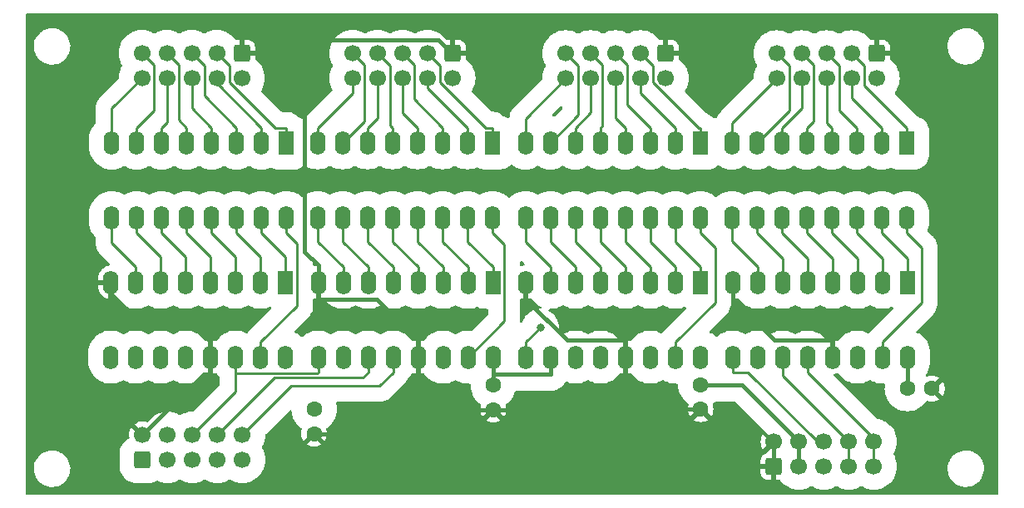
<source format=gbl>
G04 #@! TF.GenerationSoftware,KiCad,Pcbnew,(7.0.0)*
G04 #@! TF.CreationDate,2023-06-04T12:17:04+02:00*
G04 #@! TF.ProjectId,DOUT,444f5554-2e6b-4696-9361-645f70636258,rev?*
G04 #@! TF.SameCoordinates,Original*
G04 #@! TF.FileFunction,Copper,L2,Bot*
G04 #@! TF.FilePolarity,Positive*
%FSLAX46Y46*%
G04 Gerber Fmt 4.6, Leading zero omitted, Abs format (unit mm)*
G04 Created by KiCad (PCBNEW (7.0.0)) date 2023-06-04 12:17:04*
%MOMM*%
%LPD*%
G01*
G04 APERTURE LIST*
G04 Aperture macros list*
%AMRoundRect*
0 Rectangle with rounded corners*
0 $1 Rounding radius*
0 $2 $3 $4 $5 $6 $7 $8 $9 X,Y pos of 4 corners*
0 Add a 4 corners polygon primitive as box body*
4,1,4,$2,$3,$4,$5,$6,$7,$8,$9,$2,$3,0*
0 Add four circle primitives for the rounded corners*
1,1,$1+$1,$2,$3*
1,1,$1+$1,$4,$5*
1,1,$1+$1,$6,$7*
1,1,$1+$1,$8,$9*
0 Add four rect primitives between the rounded corners*
20,1,$1+$1,$2,$3,$4,$5,0*
20,1,$1+$1,$4,$5,$6,$7,0*
20,1,$1+$1,$6,$7,$8,$9,0*
20,1,$1+$1,$8,$9,$2,$3,0*%
G04 Aperture macros list end*
G04 #@! TA.AperFunction,ComponentPad*
%ADD10RoundRect,0.250000X-0.600000X0.600000X-0.600000X-0.600000X0.600000X-0.600000X0.600000X0.600000X0*%
G04 #@! TD*
G04 #@! TA.AperFunction,ComponentPad*
%ADD11C,1.700000*%
G04 #@! TD*
G04 #@! TA.AperFunction,ComponentPad*
%ADD12RoundRect,0.250000X0.600000X-0.600000X0.600000X0.600000X-0.600000X0.600000X-0.600000X-0.600000X0*%
G04 #@! TD*
G04 #@! TA.AperFunction,ComponentPad*
%ADD13R,1.600000X2.400000*%
G04 #@! TD*
G04 #@! TA.AperFunction,ComponentPad*
%ADD14O,1.600000X2.400000*%
G04 #@! TD*
G04 #@! TA.AperFunction,ComponentPad*
%ADD15C,1.600000*%
G04 #@! TD*
G04 #@! TA.AperFunction,ViaPad*
%ADD16C,0.800000*%
G04 #@! TD*
G04 #@! TA.AperFunction,Conductor*
%ADD17C,0.400000*%
G04 #@! TD*
G04 #@! TA.AperFunction,Conductor*
%ADD18C,0.250000*%
G04 #@! TD*
G04 APERTURE END LIST*
D10*
X227410000Y-44210000D03*
D11*
X227410000Y-46750000D03*
X224870000Y-44210000D03*
X224870000Y-46750000D03*
X222330000Y-44210000D03*
X222330000Y-46750000D03*
X219790000Y-44210000D03*
X219790000Y-46750000D03*
X217250000Y-44210000D03*
X217250000Y-46750000D03*
D10*
X205930000Y-44210000D03*
D11*
X205930000Y-46750000D03*
X203390000Y-44210000D03*
X203390000Y-46750000D03*
X200850000Y-44210000D03*
X200850000Y-46750000D03*
X198310000Y-44210000D03*
X198310000Y-46750000D03*
X195770000Y-44210000D03*
X195770000Y-46750000D03*
D10*
X184230000Y-44200000D03*
D11*
X184230000Y-46740000D03*
X181690000Y-44200000D03*
X181690000Y-46740000D03*
X179150000Y-44200000D03*
X179150000Y-46740000D03*
X176610000Y-44200000D03*
X176610000Y-46740000D03*
X174070000Y-44200000D03*
X174070000Y-46740000D03*
D10*
X162790000Y-44200000D03*
D11*
X162790000Y-46740000D03*
X160250000Y-44200000D03*
X160250000Y-46740000D03*
X157710000Y-44200000D03*
X157710000Y-46740000D03*
X155170000Y-44200000D03*
X155170000Y-46740000D03*
X152630000Y-44200000D03*
X152630000Y-46740000D03*
D12*
X216970000Y-86290000D03*
D11*
X216970000Y-83750000D03*
X219510000Y-86290000D03*
X219510000Y-83750000D03*
X222050000Y-86290000D03*
X222050000Y-83750000D03*
X224590000Y-86290000D03*
X224590000Y-83750000D03*
X227130000Y-86290000D03*
X227130000Y-83750000D03*
D12*
X152700000Y-85600000D03*
D11*
X152700000Y-83060000D03*
X155240000Y-85600000D03*
X155240000Y-83060000D03*
X157780000Y-85600000D03*
X157780000Y-83060000D03*
X160320000Y-85600000D03*
X160320000Y-83060000D03*
X162860000Y-85600000D03*
X162860000Y-83060000D03*
D13*
X188369999Y-67519999D03*
D14*
X185829999Y-67519999D03*
X183289999Y-67519999D03*
X180749999Y-67519999D03*
X178209999Y-67519999D03*
X175669999Y-67519999D03*
X173129999Y-67519999D03*
X170589999Y-67519999D03*
X170589999Y-75139999D03*
X173129999Y-75139999D03*
X175669999Y-75139999D03*
X178209999Y-75139999D03*
X180749999Y-75139999D03*
X183289999Y-75139999D03*
X185829999Y-75139999D03*
X188369999Y-75139999D03*
D15*
X209500000Y-80450000D03*
X209500000Y-77950000D03*
D13*
X230449999Y-53319999D03*
D14*
X227909999Y-53319999D03*
X225369999Y-53319999D03*
X222829999Y-53319999D03*
X220289999Y-53319999D03*
X217749999Y-53319999D03*
X215209999Y-53319999D03*
X212669999Y-53319999D03*
X212669999Y-60939999D03*
X215209999Y-60939999D03*
X217749999Y-60939999D03*
X220289999Y-60939999D03*
X222829999Y-60939999D03*
X225369999Y-60939999D03*
X227909999Y-60939999D03*
X230449999Y-60939999D03*
D15*
X188400000Y-80500000D03*
X188400000Y-78000000D03*
D13*
X230559999Y-67519999D03*
D14*
X228019999Y-67519999D03*
X225479999Y-67519999D03*
X222939999Y-67519999D03*
X220399999Y-67519999D03*
X217859999Y-67519999D03*
X215319999Y-67519999D03*
X212779999Y-67519999D03*
X212779999Y-75139999D03*
X215319999Y-75139999D03*
X217859999Y-75139999D03*
X220399999Y-75139999D03*
X222939999Y-75139999D03*
X225479999Y-75139999D03*
X228019999Y-75139999D03*
X230559999Y-75139999D03*
D13*
X188299999Y-53309999D03*
D14*
X185759999Y-53309999D03*
X183219999Y-53309999D03*
X180679999Y-53309999D03*
X178139999Y-53309999D03*
X175599999Y-53309999D03*
X173059999Y-53309999D03*
X170519999Y-53309999D03*
X170519999Y-60929999D03*
X173059999Y-60929999D03*
X175599999Y-60929999D03*
X178139999Y-60929999D03*
X180679999Y-60929999D03*
X183219999Y-60929999D03*
X185759999Y-60929999D03*
X188299999Y-60929999D03*
D13*
X209449999Y-53319999D03*
D14*
X206909999Y-53319999D03*
X204369999Y-53319999D03*
X201829999Y-53319999D03*
X199289999Y-53319999D03*
X196749999Y-53319999D03*
X194209999Y-53319999D03*
X191669999Y-53319999D03*
X191669999Y-60939999D03*
X194209999Y-60939999D03*
X196749999Y-60939999D03*
X199289999Y-60939999D03*
X201829999Y-60939999D03*
X204369999Y-60939999D03*
X206909999Y-60939999D03*
X209449999Y-60939999D03*
D15*
X170160000Y-82940000D03*
X170160000Y-80440000D03*
D13*
X167269999Y-67519999D03*
D14*
X164729999Y-67519999D03*
X162189999Y-67519999D03*
X159649999Y-67519999D03*
X157109999Y-67519999D03*
X154569999Y-67519999D03*
X152029999Y-67519999D03*
X149489999Y-67519999D03*
X149489999Y-75139999D03*
X152029999Y-75139999D03*
X154569999Y-75139999D03*
X157109999Y-75139999D03*
X159649999Y-75139999D03*
X162189999Y-75139999D03*
X164729999Y-75139999D03*
X167269999Y-75139999D03*
D15*
X233040000Y-78350000D03*
X230540000Y-78350000D03*
D13*
X167329999Y-53319999D03*
D14*
X164789999Y-53319999D03*
X162249999Y-53319999D03*
X159709999Y-53319999D03*
X157169999Y-53319999D03*
X154629999Y-53319999D03*
X152089999Y-53319999D03*
X149549999Y-53319999D03*
X149549999Y-60939999D03*
X152089999Y-60939999D03*
X154629999Y-60939999D03*
X157169999Y-60939999D03*
X159709999Y-60939999D03*
X162249999Y-60939999D03*
X164789999Y-60939999D03*
X167329999Y-60939999D03*
D13*
X209479999Y-67519999D03*
D14*
X206939999Y-67519999D03*
X204399999Y-67519999D03*
X201859999Y-67519999D03*
X199319999Y-67519999D03*
X196779999Y-67519999D03*
X194239999Y-67519999D03*
X191699999Y-67519999D03*
X191699999Y-75139999D03*
X194239999Y-75139999D03*
X196779999Y-75139999D03*
X199319999Y-75139999D03*
X201859999Y-75139999D03*
X204399999Y-75139999D03*
X206939999Y-75139999D03*
X209479999Y-75139999D03*
D16*
X193184400Y-72130500D03*
D17*
X182851100Y-42821100D02*
X184230000Y-44200000D01*
X169176400Y-44200000D02*
X170555300Y-42821100D01*
X170555300Y-42821100D02*
X182851100Y-42821100D01*
X170590000Y-67520000D02*
X170590000Y-69220100D01*
X159650000Y-73614900D02*
X159650000Y-75140000D01*
X195919800Y-73439900D02*
X191700000Y-69220100D01*
X180750000Y-76840100D02*
X184409900Y-80500000D01*
X169176400Y-64406300D02*
X169176400Y-44200000D01*
X170590000Y-67520000D02*
X170590000Y-65819900D01*
X222940000Y-73439900D02*
X216999800Y-73439900D01*
X198200100Y-80500000D02*
X201860000Y-76840100D01*
X151330000Y-70520000D02*
X156555100Y-70520000D01*
X216970000Y-83750000D02*
X216970000Y-86290000D01*
X158919900Y-76840100D02*
X159650000Y-76840100D01*
X174650100Y-82940000D02*
X180750000Y-76840100D01*
X170590000Y-65819900D02*
X169176400Y-64406300D01*
X162790000Y-44200000D02*
X169176400Y-44200000D01*
X152700000Y-83060000D02*
X158919900Y-76840100D01*
X149490000Y-68680000D02*
X151330000Y-70520000D01*
X188400000Y-80500000D02*
X198200100Y-80500000D01*
X156555100Y-70520000D02*
X159650000Y-73614900D01*
X184409900Y-80500000D02*
X188400000Y-80500000D01*
X209500000Y-80450000D02*
X205469900Y-80450000D01*
X159650000Y-75140000D02*
X159650000Y-76840100D01*
X205469900Y-80450000D02*
X201860000Y-76840100D01*
X201860000Y-73439900D02*
X195919800Y-73439900D01*
X222940000Y-75140000D02*
X222940000Y-73439900D01*
X170590000Y-69220100D02*
X176530200Y-69220100D01*
X216999800Y-73439900D02*
X212780000Y-69220100D01*
X176530200Y-69220100D02*
X180750000Y-73439900D01*
X191700000Y-67520000D02*
X191700000Y-69220100D01*
X149490000Y-67520000D02*
X149490000Y-68680000D01*
X212780000Y-67520000D02*
X212780000Y-69220100D01*
X180750000Y-75140000D02*
X180750000Y-76840100D01*
X180750000Y-75140000D02*
X180750000Y-73439900D01*
X201860000Y-75140000D02*
X201860000Y-73439900D01*
X201860000Y-75140000D02*
X201860000Y-76840100D01*
X170160000Y-82940000D02*
X174650100Y-82940000D01*
X188370000Y-75140000D02*
X188370000Y-76840100D01*
X209500000Y-77950000D02*
X213710000Y-77950000D01*
X188400000Y-76870100D02*
X188370000Y-76840100D01*
X230540000Y-78350000D02*
X230540000Y-76860100D01*
X194210000Y-76870100D02*
X194240000Y-76840100D01*
X194240000Y-75140000D02*
X194240000Y-76840100D01*
X219510000Y-83750000D02*
X219510000Y-86290000D01*
X230560000Y-75140000D02*
X230560000Y-76840100D01*
X188400000Y-76870100D02*
X194210000Y-76870100D01*
X188400000Y-78000000D02*
X188400000Y-76870100D01*
X213710000Y-77950000D02*
X219510000Y-83750000D01*
X230540000Y-76860100D02*
X230560000Y-76840100D01*
D18*
X162190000Y-78650000D02*
X162190000Y-76778100D01*
X162190000Y-76778100D02*
X170477000Y-76778100D01*
X170477000Y-76778100D02*
X170590000Y-76665100D01*
X162190000Y-76778100D02*
X162190000Y-75140000D01*
X157780000Y-83060000D02*
X162190000Y-78650000D01*
X170590000Y-75140000D02*
X170590000Y-76665100D01*
X175093900Y-77241200D02*
X175670000Y-76665100D01*
X224590000Y-83750000D02*
X217860000Y-77020000D01*
X160320000Y-83060000D02*
X166138800Y-77241200D01*
X166138800Y-77241200D02*
X175093900Y-77241200D01*
X217860000Y-77020000D02*
X217860000Y-75140000D01*
X224590000Y-83750000D02*
X224590000Y-86290000D01*
X175670000Y-75140000D02*
X175670000Y-76665100D01*
X176804700Y-78070400D02*
X178210000Y-76665100D01*
X162860000Y-83060000D02*
X167849600Y-78070400D01*
X220400000Y-75140000D02*
X220400000Y-76665100D01*
X227130000Y-86290000D02*
X227130000Y-83750000D01*
X178210000Y-75140000D02*
X178210000Y-76665100D01*
X220400000Y-76665100D02*
X227130000Y-83395100D01*
X167849600Y-78070400D02*
X176804700Y-78070400D01*
X227130000Y-83395100D02*
X227130000Y-83750000D01*
X214305100Y-76665100D02*
X212780000Y-76665100D01*
X212780000Y-75140000D02*
X212780000Y-76665100D01*
X221390000Y-83750000D02*
X214305100Y-76665100D01*
X222050000Y-83750000D02*
X221390000Y-83750000D01*
X149550000Y-49820000D02*
X149550000Y-53320000D01*
X152630000Y-46740000D02*
X149550000Y-49820000D01*
X152630000Y-44200000D02*
X153820600Y-45390600D01*
X153820600Y-50064300D02*
X152090000Y-51794900D01*
X153820600Y-45390600D02*
X153820600Y-50064300D01*
X152090000Y-53320000D02*
X152090000Y-51794900D01*
X155170000Y-46740000D02*
X155170000Y-51254900D01*
X155170000Y-51254900D02*
X154630000Y-51794900D01*
X154630000Y-53320000D02*
X154630000Y-51794900D01*
X156362000Y-45392000D02*
X156362000Y-50986900D01*
X157170000Y-53320000D02*
X157170000Y-51794900D01*
X155170000Y-44200000D02*
X156362000Y-45392000D01*
X156362000Y-50986900D02*
X157170000Y-51794900D01*
X159710000Y-53320000D02*
X159710000Y-51794900D01*
X157710000Y-49794900D02*
X159710000Y-51794900D01*
X157710000Y-46740000D02*
X157710000Y-49794900D01*
X162250000Y-53320000D02*
X162250000Y-51794900D01*
X158980000Y-45470000D02*
X158980000Y-48524900D01*
X157710000Y-44200000D02*
X158980000Y-45470000D01*
X158980000Y-48524900D02*
X162250000Y-51794900D01*
X164790000Y-53320000D02*
X164790000Y-51794900D01*
X160250000Y-46740000D02*
X160250000Y-47254900D01*
X160250000Y-47254900D02*
X164790000Y-51794900D01*
X161547000Y-45497000D02*
X161547000Y-47160500D01*
X160250000Y-44200000D02*
X161547000Y-45497000D01*
X167330000Y-53320000D02*
X167330000Y-51794900D01*
X166181400Y-51794900D02*
X167330000Y-51794900D01*
X161547000Y-47160500D02*
X166181400Y-51794900D01*
X174070000Y-46740000D02*
X174070000Y-48234900D01*
X170520000Y-53310000D02*
X170520000Y-51784900D01*
X174070000Y-48234900D02*
X170520000Y-51784900D01*
X174070000Y-44200000D02*
X175245000Y-45375000D01*
X175245000Y-51125000D02*
X173060000Y-53310000D01*
X175245000Y-45375000D02*
X175245000Y-51125000D01*
X175600000Y-53310000D02*
X175600000Y-51784900D01*
X176610000Y-46740000D02*
X176610000Y-50774900D01*
X176610000Y-50774900D02*
X175600000Y-51784900D01*
X177880000Y-45470000D02*
X177880000Y-51524900D01*
X178140000Y-53310000D02*
X178140000Y-51784900D01*
X177880000Y-51524900D02*
X178140000Y-51784900D01*
X176610000Y-44200000D02*
X177880000Y-45470000D01*
X179150000Y-50254900D02*
X180680000Y-51784900D01*
X180680000Y-53310000D02*
X180680000Y-51784900D01*
X179150000Y-46740000D02*
X179150000Y-50254900D01*
X180325200Y-45375200D02*
X180325200Y-48890100D01*
X179150000Y-44200000D02*
X180325200Y-45375200D01*
X180325200Y-48890100D02*
X183220000Y-51784900D01*
X183220000Y-53310000D02*
X183220000Y-51784900D01*
X185760000Y-53310000D02*
X185760000Y-51784900D01*
X181690000Y-47714900D02*
X185760000Y-51784900D01*
X181690000Y-46740000D02*
X181690000Y-47714900D01*
X188300000Y-53310000D02*
X188300000Y-51784900D01*
X181690000Y-44200000D02*
X182960000Y-45470000D01*
X187596800Y-51784900D02*
X188300000Y-51784900D01*
X182960000Y-47148100D02*
X187596800Y-51784900D01*
X182960000Y-45470000D02*
X182960000Y-47148100D01*
X195770000Y-46750000D02*
X191670000Y-50850000D01*
X191670000Y-50850000D02*
X191670000Y-53320000D01*
X197050000Y-50480000D02*
X194210000Y-53320000D01*
X197050000Y-45490000D02*
X197050000Y-50480000D01*
X195770000Y-44210000D02*
X197050000Y-45490000D01*
X198310000Y-50234900D02*
X196750000Y-51794900D01*
X198310000Y-46750000D02*
X198310000Y-50234900D01*
X196750000Y-53320000D02*
X196750000Y-51794900D01*
X199290000Y-53320000D02*
X199290000Y-51794900D01*
X199507500Y-51577400D02*
X199290000Y-51794900D01*
X198310000Y-44210000D02*
X199507500Y-45407500D01*
X199507500Y-45407500D02*
X199507500Y-51577400D01*
X200850000Y-50814900D02*
X201830000Y-51794900D01*
X200850000Y-46750000D02*
X200850000Y-50814900D01*
X201830000Y-53320000D02*
X201830000Y-51794900D01*
X200850000Y-44210000D02*
X202025200Y-45385200D01*
X204370000Y-53320000D02*
X204370000Y-51794900D01*
X202025200Y-45385200D02*
X202025200Y-49450100D01*
X202025200Y-49450100D02*
X204370000Y-51794900D01*
X203390000Y-48274900D02*
X206910000Y-51794900D01*
X206910000Y-53320000D02*
X206910000Y-51794900D01*
X203390000Y-46750000D02*
X203390000Y-48274900D01*
X209309400Y-51794900D02*
X209450000Y-51794900D01*
X204660000Y-45480000D02*
X204660000Y-47145500D01*
X209450000Y-53320000D02*
X209450000Y-51794900D01*
X203390000Y-44210000D02*
X204660000Y-45480000D01*
X204660000Y-47145500D02*
X209309400Y-51794900D01*
X217250000Y-46750000D02*
X212670000Y-51330000D01*
X212670000Y-51330000D02*
X212670000Y-53320000D01*
X218520000Y-45480000D02*
X218520000Y-50010000D01*
X218520000Y-50010000D02*
X215210000Y-53320000D01*
X217250000Y-44210000D02*
X218520000Y-45480000D01*
X217750000Y-53320000D02*
X217750000Y-51794900D01*
X219790000Y-49754900D02*
X217750000Y-51794900D01*
X219790000Y-46750000D02*
X219790000Y-49754900D01*
X220290000Y-53320000D02*
X220290000Y-51794900D01*
X220984100Y-51100800D02*
X220290000Y-51794900D01*
X220984100Y-45404100D02*
X220984100Y-51100800D01*
X219790000Y-44210000D02*
X220984100Y-45404100D01*
X222330000Y-46750000D02*
X222330000Y-51294900D01*
X222830000Y-53320000D02*
X222830000Y-51794900D01*
X222330000Y-51294900D02*
X222830000Y-51794900D01*
X222330000Y-44210000D02*
X223600000Y-45480000D01*
X225370000Y-53320000D02*
X225370000Y-51794900D01*
X223600000Y-50024900D02*
X225370000Y-51794900D01*
X223600000Y-45480000D02*
X223600000Y-50024900D01*
X224870000Y-48754900D02*
X227910000Y-51794900D01*
X227910000Y-53320000D02*
X227910000Y-51794900D01*
X224870000Y-46750000D02*
X224870000Y-48754900D01*
X224870000Y-44210000D02*
X226140000Y-45480000D01*
X226140000Y-45480000D02*
X226140000Y-47484900D01*
X230450000Y-53320000D02*
X230450000Y-51794900D01*
X226140000Y-47484900D02*
X230450000Y-51794900D01*
X149550000Y-63514900D02*
X152030000Y-65994900D01*
X152030000Y-67520000D02*
X152030000Y-65994900D01*
X149550000Y-60940000D02*
X149550000Y-63514900D01*
X152090000Y-60940000D02*
X152090000Y-62465100D01*
X154570000Y-64945100D02*
X154570000Y-67520000D01*
X152090000Y-62465100D02*
X154570000Y-64945100D01*
X154630000Y-62465100D02*
X157110000Y-64945100D01*
X157110000Y-64945100D02*
X157110000Y-67520000D01*
X154630000Y-60940000D02*
X154630000Y-62465100D01*
X157170000Y-62465100D02*
X159650000Y-64945100D01*
X159650000Y-64945100D02*
X159650000Y-67520000D01*
X157170000Y-60940000D02*
X157170000Y-62465100D01*
X159710000Y-62465100D02*
X162190000Y-64945100D01*
X162190000Y-64945100D02*
X162190000Y-67520000D01*
X159710000Y-60940000D02*
X159710000Y-62465100D01*
X162250000Y-62465100D02*
X164730000Y-64945100D01*
X162250000Y-60940000D02*
X162250000Y-62465100D01*
X164730000Y-64945100D02*
X164730000Y-67520000D01*
X164790000Y-60940000D02*
X164790000Y-62465100D01*
X164790000Y-62465100D02*
X167270000Y-64945100D01*
X167270000Y-64945100D02*
X167270000Y-67520000D01*
X168439000Y-69905900D02*
X164730000Y-73614900D01*
X168439000Y-63574100D02*
X168439000Y-69905900D01*
X167330000Y-60940000D02*
X167330000Y-62465100D01*
X164730000Y-75140000D02*
X164730000Y-73614900D01*
X167330000Y-62465100D02*
X168439000Y-63574100D01*
X170520000Y-63384900D02*
X173130000Y-65994900D01*
X173130000Y-67520000D02*
X173130000Y-65994900D01*
X170520000Y-60930000D02*
X170520000Y-63384900D01*
X173060000Y-63384900D02*
X175670000Y-65994900D01*
X173060000Y-60930000D02*
X173060000Y-63384900D01*
X175670000Y-67520000D02*
X175670000Y-65994900D01*
X175600000Y-63384900D02*
X178210000Y-65994900D01*
X178210000Y-67520000D02*
X178210000Y-65994900D01*
X175600000Y-60930000D02*
X175600000Y-63384900D01*
X180750000Y-67520000D02*
X180750000Y-65994900D01*
X178140000Y-63384900D02*
X180750000Y-65994900D01*
X178140000Y-60930000D02*
X178140000Y-63384900D01*
X183290000Y-67520000D02*
X183290000Y-65994900D01*
X180680000Y-60930000D02*
X180680000Y-63384900D01*
X180680000Y-63384900D02*
X183290000Y-65994900D01*
X183220000Y-60930000D02*
X183220000Y-63384900D01*
X185830000Y-67520000D02*
X185830000Y-65994900D01*
X183220000Y-63384900D02*
X185830000Y-65994900D01*
X185760000Y-60930000D02*
X185760000Y-63384900D01*
X188370000Y-67520000D02*
X188370000Y-65994900D01*
X185760000Y-63384900D02*
X188370000Y-65994900D01*
X189495000Y-63650100D02*
X189495000Y-71475000D01*
X189495000Y-71475000D02*
X185830000Y-75140000D01*
X188300000Y-62455100D02*
X189495000Y-63650100D01*
X188300000Y-60930000D02*
X188300000Y-62455100D01*
X196780000Y-67520000D02*
X196780000Y-65994900D01*
X194210000Y-60940000D02*
X194210000Y-63424900D01*
X194210000Y-63424900D02*
X196780000Y-65994900D01*
X196750000Y-63424900D02*
X199320000Y-65994900D01*
X196750000Y-60940000D02*
X196750000Y-63424900D01*
X199320000Y-67520000D02*
X199320000Y-65994900D01*
X199290000Y-63424900D02*
X201860000Y-65994900D01*
X199290000Y-60940000D02*
X199290000Y-63424900D01*
X201860000Y-67520000D02*
X201860000Y-65994900D01*
X201830000Y-60940000D02*
X201830000Y-63424900D01*
X201830000Y-63424900D02*
X204400000Y-65994900D01*
X204400000Y-67520000D02*
X204400000Y-65994900D01*
X204370000Y-63424900D02*
X206940000Y-65994900D01*
X204370000Y-60940000D02*
X204370000Y-63424900D01*
X206940000Y-67520000D02*
X206940000Y-65994900D01*
X206910000Y-60940000D02*
X206910000Y-63424900D01*
X206910000Y-63424900D02*
X209480000Y-65994900D01*
X209480000Y-67520000D02*
X209480000Y-65994900D01*
X209450000Y-60940000D02*
X209450000Y-62465100D01*
X211000000Y-69554900D02*
X206940000Y-73614900D01*
X209450000Y-62465100D02*
X211000000Y-64015100D01*
X211000000Y-64015100D02*
X211000000Y-69554900D01*
X206940000Y-73614900D02*
X206940000Y-75140000D01*
X191700000Y-75140000D02*
X191700000Y-73614900D01*
X191700000Y-73614900D02*
X193184400Y-72130500D01*
X191670000Y-60940000D02*
X191670000Y-63424900D01*
X191670000Y-63424900D02*
X194240000Y-65994900D01*
X194240000Y-67520000D02*
X194240000Y-65994900D01*
X215210000Y-62465100D02*
X217860000Y-65115100D01*
X217860000Y-65115100D02*
X217860000Y-67520000D01*
X215210000Y-60940000D02*
X215210000Y-62465100D01*
X217750000Y-62465100D02*
X220400000Y-65115100D01*
X217750000Y-60940000D02*
X217750000Y-62465100D01*
X220400000Y-65115100D02*
X220400000Y-67520000D01*
X222940000Y-65115100D02*
X222940000Y-67520000D01*
X220290000Y-62465100D02*
X222940000Y-65115100D01*
X220290000Y-60940000D02*
X220290000Y-62465100D01*
X222830000Y-62465100D02*
X225480000Y-65115100D01*
X225480000Y-65115100D02*
X225480000Y-67520000D01*
X222830000Y-60940000D02*
X222830000Y-62465100D01*
X225370000Y-62465100D02*
X228020000Y-65115100D01*
X228020000Y-65115100D02*
X228020000Y-67520000D01*
X225370000Y-60940000D02*
X225370000Y-62465100D01*
X227910000Y-60940000D02*
X227910000Y-62465100D01*
X230560000Y-65115100D02*
X230560000Y-67520000D01*
X227910000Y-62465100D02*
X230560000Y-65115100D01*
X232000000Y-64015100D02*
X232000000Y-69634900D01*
X232000000Y-69634900D02*
X228020000Y-73614900D01*
X228020000Y-73614900D02*
X228020000Y-75140000D01*
X230450000Y-60940000D02*
X230450000Y-62465100D01*
X230450000Y-62465100D02*
X232000000Y-64015100D01*
X212670000Y-63344900D02*
X215320000Y-65994900D01*
X212670000Y-60940000D02*
X212670000Y-63344900D01*
X215320000Y-67520000D02*
X215320000Y-65994900D01*
G04 #@! TA.AperFunction,Conductor*
G36*
X212956500Y-67282881D02*
G01*
X213002619Y-67329000D01*
X213019500Y-67392000D01*
X213019500Y-67995310D01*
X213019633Y-67997349D01*
X213019634Y-67997359D01*
X213033730Y-68212422D01*
X213034000Y-68220663D01*
X213034000Y-69191589D01*
X213036591Y-69202703D01*
X213048001Y-69202330D01*
X213223761Y-69155235D01*
X213234052Y-69151489D01*
X213244365Y-69146681D01*
X213302196Y-69134958D01*
X213359022Y-69150851D01*
X213402382Y-69190873D01*
X213463987Y-69283071D01*
X213490975Y-69323461D01*
X213689811Y-69550189D01*
X213916539Y-69749025D01*
X214167282Y-69916566D01*
X214437748Y-70049945D01*
X214723309Y-70146880D01*
X215019080Y-70205713D01*
X215320000Y-70225436D01*
X215620920Y-70205713D01*
X215916691Y-70146880D01*
X216202252Y-70049945D01*
X216472718Y-69916566D01*
X216520000Y-69884972D01*
X216565418Y-69866160D01*
X216614582Y-69866160D01*
X216659999Y-69884972D01*
X216707282Y-69916566D01*
X216977748Y-70049945D01*
X217263309Y-70146880D01*
X217559080Y-70205713D01*
X217860000Y-70225436D01*
X218160920Y-70205713D01*
X218456691Y-70146880D01*
X218742252Y-70049945D01*
X219012718Y-69916566D01*
X219060000Y-69884972D01*
X219105418Y-69866160D01*
X219154582Y-69866160D01*
X219199999Y-69884972D01*
X219247282Y-69916566D01*
X219517748Y-70049945D01*
X219803309Y-70146880D01*
X220099080Y-70205713D01*
X220400000Y-70225436D01*
X220700920Y-70205713D01*
X220996691Y-70146880D01*
X221282252Y-70049945D01*
X221552718Y-69916566D01*
X221600000Y-69884972D01*
X221645418Y-69866160D01*
X221694582Y-69866160D01*
X221739999Y-69884972D01*
X221787282Y-69916566D01*
X222057748Y-70049945D01*
X222343309Y-70146880D01*
X222639080Y-70205713D01*
X222940000Y-70225436D01*
X223240920Y-70205713D01*
X223536691Y-70146880D01*
X223822252Y-70049945D01*
X224092718Y-69916566D01*
X224140000Y-69884972D01*
X224185418Y-69866160D01*
X224234582Y-69866160D01*
X224279999Y-69884972D01*
X224327282Y-69916566D01*
X224597748Y-70049945D01*
X224883309Y-70146880D01*
X225179080Y-70205713D01*
X225480000Y-70225436D01*
X225780920Y-70205713D01*
X226076691Y-70146880D01*
X226362252Y-70049945D01*
X226632718Y-69916566D01*
X226680000Y-69884972D01*
X226725418Y-69866160D01*
X226774582Y-69866160D01*
X226819999Y-69884972D01*
X226867282Y-69916566D01*
X227137748Y-70049945D01*
X227423309Y-70146880D01*
X227719080Y-70205713D01*
X228020000Y-70225436D01*
X228320920Y-70205713D01*
X228616691Y-70146880D01*
X228902252Y-70049945D01*
X228905961Y-70048116D01*
X228927492Y-70037498D01*
X228988211Y-70024602D01*
X229047719Y-70042262D01*
X229062870Y-70051290D01*
X229103856Y-70090615D01*
X229123405Y-70143946D01*
X229117546Y-70200443D01*
X229087468Y-70248626D01*
X226919256Y-72416838D01*
X226911994Y-72423552D01*
X226874437Y-72455630D01*
X226867044Y-72461944D01*
X226863836Y-72465699D01*
X226863830Y-72465706D01*
X226825440Y-72510655D01*
X226825439Y-72510655D01*
X226825440Y-72510656D01*
X226704085Y-72652743D01*
X226704080Y-72652749D01*
X226700877Y-72656500D01*
X226698878Y-72659760D01*
X226654920Y-72697466D01*
X226598330Y-72711442D01*
X226541506Y-72698453D01*
X226365950Y-72611878D01*
X226365941Y-72611874D01*
X226362252Y-72610055D01*
X226203512Y-72556170D01*
X226080604Y-72514448D01*
X226080599Y-72514446D01*
X226076691Y-72513120D01*
X226072646Y-72512315D01*
X226072641Y-72512314D01*
X225784959Y-72455090D01*
X225784952Y-72455089D01*
X225780920Y-72454287D01*
X225776813Y-72454017D01*
X225776807Y-72454017D01*
X225484119Y-72434834D01*
X225480000Y-72434564D01*
X225475881Y-72434834D01*
X225183192Y-72454017D01*
X225183184Y-72454017D01*
X225179080Y-72454287D01*
X225175049Y-72455088D01*
X225175040Y-72455090D01*
X224887358Y-72512314D01*
X224887349Y-72512316D01*
X224883309Y-72513120D01*
X224879403Y-72514445D01*
X224879395Y-72514448D01*
X224601654Y-72608729D01*
X224597748Y-72610055D01*
X224594063Y-72611872D01*
X224594049Y-72611878D01*
X224330985Y-72741607D01*
X224330974Y-72741613D01*
X224327282Y-72743434D01*
X224323853Y-72745724D01*
X224323848Y-72745728D01*
X224079970Y-72908682D01*
X224079965Y-72908685D01*
X224076539Y-72910975D01*
X224073444Y-72913688D01*
X224073439Y-72913693D01*
X223852899Y-73107102D01*
X223852891Y-73107109D01*
X223849811Y-73109811D01*
X223847109Y-73112891D01*
X223847102Y-73112899D01*
X223653693Y-73333439D01*
X223653688Y-73333444D01*
X223650975Y-73336539D01*
X223648690Y-73339958D01*
X223648679Y-73339973D01*
X223562380Y-73469127D01*
X223519023Y-73509148D01*
X223462199Y-73525041D01*
X223404370Y-73513321D01*
X223394055Y-73508511D01*
X223383756Y-73504762D01*
X223208001Y-73457669D01*
X223196591Y-73457296D01*
X223194000Y-73468411D01*
X223194000Y-74439337D01*
X223193729Y-74447578D01*
X223179500Y-74664690D01*
X223179500Y-74666740D01*
X223179500Y-75268000D01*
X223162619Y-75331000D01*
X223116500Y-75377119D01*
X223053500Y-75394000D01*
X222826500Y-75394000D01*
X222763500Y-75377119D01*
X222717381Y-75331000D01*
X222700500Y-75268000D01*
X222700500Y-74666740D01*
X222700500Y-74664690D01*
X222686270Y-74447578D01*
X222686000Y-74439337D01*
X222686000Y-73468411D01*
X222683408Y-73457296D01*
X222671998Y-73457669D01*
X222496243Y-73504762D01*
X222485934Y-73508515D01*
X222475628Y-73513321D01*
X222417799Y-73525042D01*
X222360974Y-73509148D01*
X222317617Y-73469127D01*
X222231317Y-73339969D01*
X222231315Y-73339967D01*
X222229025Y-73336539D01*
X222030189Y-73109811D01*
X221803461Y-72910975D01*
X221552718Y-72743434D01*
X221549018Y-72741609D01*
X221549014Y-72741607D01*
X221285950Y-72611878D01*
X221285941Y-72611874D01*
X221282252Y-72610055D01*
X221123512Y-72556170D01*
X221000604Y-72514448D01*
X221000599Y-72514446D01*
X220996691Y-72513120D01*
X220992646Y-72512315D01*
X220992641Y-72512314D01*
X220704959Y-72455090D01*
X220704952Y-72455089D01*
X220700920Y-72454287D01*
X220696813Y-72454017D01*
X220696807Y-72454017D01*
X220404119Y-72434834D01*
X220400000Y-72434564D01*
X220395881Y-72434834D01*
X220103192Y-72454017D01*
X220103184Y-72454017D01*
X220099080Y-72454287D01*
X220095049Y-72455088D01*
X220095040Y-72455090D01*
X219807358Y-72512314D01*
X219807349Y-72512316D01*
X219803309Y-72513120D01*
X219799403Y-72514445D01*
X219799395Y-72514448D01*
X219521654Y-72608729D01*
X219517748Y-72610055D01*
X219514063Y-72611872D01*
X219514049Y-72611878D01*
X219250985Y-72741607D01*
X219250974Y-72741613D01*
X219247282Y-72743434D01*
X219243856Y-72745722D01*
X219243851Y-72745726D01*
X219200001Y-72775026D01*
X219154581Y-72793839D01*
X219105419Y-72793839D01*
X219059999Y-72775026D01*
X219054529Y-72771371D01*
X219012718Y-72743434D01*
X219009018Y-72741609D01*
X219009014Y-72741607D01*
X218745950Y-72611878D01*
X218745941Y-72611874D01*
X218742252Y-72610055D01*
X218583512Y-72556170D01*
X218460604Y-72514448D01*
X218460599Y-72514446D01*
X218456691Y-72513120D01*
X218452646Y-72512315D01*
X218452641Y-72512314D01*
X218164959Y-72455090D01*
X218164952Y-72455089D01*
X218160920Y-72454287D01*
X218156813Y-72454017D01*
X218156807Y-72454017D01*
X217864119Y-72434834D01*
X217860000Y-72434564D01*
X217855881Y-72434834D01*
X217563192Y-72454017D01*
X217563184Y-72454017D01*
X217559080Y-72454287D01*
X217555049Y-72455088D01*
X217555040Y-72455090D01*
X217267358Y-72512314D01*
X217267349Y-72512316D01*
X217263309Y-72513120D01*
X217259403Y-72514445D01*
X217259395Y-72514448D01*
X216981654Y-72608729D01*
X216977748Y-72610055D01*
X216974063Y-72611872D01*
X216974049Y-72611878D01*
X216710985Y-72741607D01*
X216710974Y-72741613D01*
X216707282Y-72743434D01*
X216703856Y-72745722D01*
X216703851Y-72745726D01*
X216660001Y-72775026D01*
X216614581Y-72793839D01*
X216565419Y-72793839D01*
X216519999Y-72775026D01*
X216514529Y-72771371D01*
X216472718Y-72743434D01*
X216469018Y-72741609D01*
X216469014Y-72741607D01*
X216205950Y-72611878D01*
X216205941Y-72611874D01*
X216202252Y-72610055D01*
X216043512Y-72556170D01*
X215920604Y-72514448D01*
X215920599Y-72514446D01*
X215916691Y-72513120D01*
X215912646Y-72512315D01*
X215912641Y-72512314D01*
X215624959Y-72455090D01*
X215624952Y-72455089D01*
X215620920Y-72454287D01*
X215616813Y-72454017D01*
X215616807Y-72454017D01*
X215324119Y-72434834D01*
X215320000Y-72434564D01*
X215315881Y-72434834D01*
X215023192Y-72454017D01*
X215023184Y-72454017D01*
X215019080Y-72454287D01*
X215015049Y-72455088D01*
X215015040Y-72455090D01*
X214727358Y-72512314D01*
X214727349Y-72512316D01*
X214723309Y-72513120D01*
X214719403Y-72514445D01*
X214719395Y-72514448D01*
X214441654Y-72608729D01*
X214437748Y-72610055D01*
X214434063Y-72611872D01*
X214434049Y-72611878D01*
X214170985Y-72741607D01*
X214170974Y-72741613D01*
X214167282Y-72743434D01*
X214163856Y-72745722D01*
X214163851Y-72745726D01*
X214120001Y-72775026D01*
X214074581Y-72793839D01*
X214025419Y-72793839D01*
X213979999Y-72775026D01*
X213974529Y-72771371D01*
X213932718Y-72743434D01*
X213929018Y-72741609D01*
X213929014Y-72741607D01*
X213665950Y-72611878D01*
X213665941Y-72611874D01*
X213662252Y-72610055D01*
X213503512Y-72556170D01*
X213380604Y-72514448D01*
X213380599Y-72514446D01*
X213376691Y-72513120D01*
X213372646Y-72512315D01*
X213372641Y-72512314D01*
X213084959Y-72455090D01*
X213084952Y-72455089D01*
X213080920Y-72454287D01*
X213076813Y-72454017D01*
X213076807Y-72454017D01*
X212784119Y-72434834D01*
X212780000Y-72434564D01*
X212775881Y-72434834D01*
X212483192Y-72454017D01*
X212483184Y-72454017D01*
X212479080Y-72454287D01*
X212475049Y-72455088D01*
X212475040Y-72455090D01*
X212187358Y-72512314D01*
X212187349Y-72512316D01*
X212183309Y-72513120D01*
X212179403Y-72514445D01*
X212179395Y-72514448D01*
X211901654Y-72608729D01*
X211897748Y-72610055D01*
X211894063Y-72611872D01*
X211894049Y-72611878D01*
X211630985Y-72741607D01*
X211630974Y-72741613D01*
X211627282Y-72743434D01*
X211623853Y-72745724D01*
X211623848Y-72745728D01*
X211379970Y-72908682D01*
X211379965Y-72908685D01*
X211376539Y-72910975D01*
X211373444Y-72913688D01*
X211373439Y-72913693D01*
X211213078Y-73054327D01*
X211159949Y-73081984D01*
X211100051Y-73081984D01*
X211046922Y-73054327D01*
X210886560Y-72913693D01*
X210883461Y-72910975D01*
X210632718Y-72743434D01*
X210539504Y-72697466D01*
X210440518Y-72648651D01*
X210395043Y-72610703D01*
X210371930Y-72556170D01*
X210376287Y-72497101D01*
X210407150Y-72446552D01*
X212100752Y-70752950D01*
X212107991Y-70746258D01*
X212152956Y-70707856D01*
X212262345Y-70579778D01*
X212319123Y-70513300D01*
X212452809Y-70295143D01*
X212550722Y-70058760D01*
X212552838Y-70049945D01*
X212610452Y-69809970D01*
X212625500Y-69618763D01*
X212625500Y-69618760D01*
X212630526Y-69554900D01*
X212625887Y-69495969D01*
X212625500Y-69486084D01*
X212625500Y-67392000D01*
X212642381Y-67329000D01*
X212688500Y-67282881D01*
X212751500Y-67266000D01*
X212893500Y-67266000D01*
X212956500Y-67282881D01*
G37*
G04 #@! TD.AperFunction*
G04 #@! TA.AperFunction,Conductor*
G36*
X191876500Y-67282881D02*
G01*
X191922619Y-67329000D01*
X191939500Y-67392000D01*
X191939500Y-67995310D01*
X191939633Y-67997349D01*
X191939634Y-67997359D01*
X191953730Y-68212422D01*
X191954000Y-68220663D01*
X191954000Y-69191589D01*
X191956591Y-69202703D01*
X191968001Y-69202330D01*
X192143761Y-69155235D01*
X192154052Y-69151489D01*
X192164365Y-69146681D01*
X192222196Y-69134958D01*
X192279022Y-69150851D01*
X192322382Y-69190873D01*
X192383987Y-69283071D01*
X192410975Y-69323461D01*
X192609811Y-69550189D01*
X192836539Y-69749025D01*
X193087282Y-69916566D01*
X193229283Y-69986593D01*
X193278236Y-70029471D01*
X193299264Y-70091058D01*
X193286758Y-70154922D01*
X193244054Y-70204029D01*
X193182543Y-70225277D01*
X192917728Y-70244217D01*
X192917714Y-70244219D01*
X192913240Y-70244539D01*
X192908859Y-70245491D01*
X192908845Y-70245494D01*
X192651987Y-70301370D01*
X192651980Y-70301371D01*
X192647599Y-70302325D01*
X192643397Y-70303892D01*
X192643391Y-70303894D01*
X192397099Y-70395756D01*
X192397087Y-70395761D01*
X192392887Y-70397328D01*
X192388947Y-70399479D01*
X192388939Y-70399483D01*
X192158240Y-70525454D01*
X192158234Y-70525457D01*
X192154287Y-70527613D01*
X192150687Y-70530307D01*
X192150679Y-70530313D01*
X191940261Y-70687831D01*
X191940254Y-70687836D01*
X191936658Y-70690529D01*
X191933479Y-70693707D01*
X191933472Y-70693714D01*
X191747614Y-70879572D01*
X191747607Y-70879579D01*
X191744429Y-70882758D01*
X191741736Y-70886354D01*
X191741731Y-70886361D01*
X191584213Y-71096779D01*
X191584207Y-71096787D01*
X191581513Y-71100387D01*
X191579357Y-71104334D01*
X191579354Y-71104340D01*
X191453383Y-71335039D01*
X191453379Y-71335047D01*
X191451228Y-71338987D01*
X191449659Y-71343192D01*
X191449651Y-71343211D01*
X191366199Y-71566953D01*
X191332788Y-71616255D01*
X191280464Y-71644704D01*
X191220920Y-71645944D01*
X191167458Y-71619697D01*
X191132023Y-71571828D01*
X191122533Y-71513032D01*
X191125138Y-71479940D01*
X191125138Y-71479930D01*
X191125526Y-71475000D01*
X191120887Y-71416069D01*
X191120500Y-71406184D01*
X191120500Y-69283071D01*
X191133494Y-69227343D01*
X191169796Y-69183108D01*
X191221919Y-69159492D01*
X191279111Y-69161364D01*
X191431998Y-69202330D01*
X191443408Y-69202703D01*
X191446000Y-69191589D01*
X191446000Y-67392000D01*
X191462881Y-67329000D01*
X191509000Y-67282881D01*
X191572000Y-67266000D01*
X191813500Y-67266000D01*
X191876500Y-67282881D01*
G37*
G04 #@! TD.AperFunction*
G04 #@! TA.AperFunction,Conductor*
G36*
X170229436Y-65412561D02*
G01*
X170279595Y-65443299D01*
X170447945Y-65611649D01*
X170481862Y-65673469D01*
X170477254Y-65743831D01*
X170435563Y-65800699D01*
X170372827Y-65825103D01*
X170372900Y-65825516D01*
X170370828Y-65825881D01*
X170369847Y-65826263D01*
X170367494Y-65826469D01*
X170356687Y-65828374D01*
X170223111Y-65864166D01*
X170165918Y-65866038D01*
X170113796Y-65842421D01*
X170077494Y-65798187D01*
X170064500Y-65742459D01*
X170064500Y-65532394D01*
X170078233Y-65475191D01*
X170116439Y-65430458D01*
X170170789Y-65407945D01*
X170229436Y-65412561D01*
G37*
G04 #@! TD.AperFunction*
G04 #@! TA.AperFunction,Conductor*
G36*
X239737000Y-40166881D02*
G01*
X239783119Y-40213000D01*
X239800000Y-40276000D01*
X239800000Y-89024000D01*
X239783119Y-89087000D01*
X239737000Y-89133119D01*
X239674000Y-89150000D01*
X140926000Y-89150000D01*
X140863000Y-89133119D01*
X140816881Y-89087000D01*
X140800000Y-89024000D01*
X140800000Y-86567765D01*
X141645788Y-86567765D01*
X141646290Y-86572332D01*
X141646291Y-86572344D01*
X141674910Y-86832444D01*
X141674911Y-86832453D01*
X141675414Y-86837018D01*
X141676576Y-86841463D01*
X141676577Y-86841468D01*
X141727824Y-87037488D01*
X141743928Y-87099088D01*
X141745725Y-87103318D01*
X141745728Y-87103325D01*
X141815847Y-87268328D01*
X141849870Y-87348390D01*
X141852265Y-87352315D01*
X141852266Y-87352316D01*
X141921682Y-87466059D01*
X141990982Y-87579610D01*
X141993917Y-87583137D01*
X141993918Y-87583138D01*
X142039295Y-87637665D01*
X142164255Y-87787820D01*
X142185368Y-87806737D01*
X142362561Y-87965503D01*
X142362565Y-87965506D01*
X142365998Y-87968582D01*
X142591910Y-88118044D01*
X142837176Y-88233020D01*
X143096569Y-88311060D01*
X143364561Y-88350500D01*
X143565330Y-88350500D01*
X143567631Y-88350500D01*
X143770156Y-88335677D01*
X144034553Y-88276780D01*
X144287558Y-88180014D01*
X144523777Y-88047441D01*
X144738177Y-87881888D01*
X144926186Y-87686881D01*
X145083799Y-87466579D01*
X145207656Y-87225675D01*
X145295118Y-86969305D01*
X145344319Y-86702933D01*
X145354212Y-86432235D01*
X145324586Y-86162982D01*
X145256072Y-85900912D01*
X145150130Y-85651610D01*
X145009018Y-85420390D01*
X144835745Y-85212180D01*
X144760137Y-85144435D01*
X144637438Y-85034496D01*
X144637432Y-85034491D01*
X144634002Y-85031418D01*
X144510931Y-84949995D01*
X144411925Y-84884493D01*
X144411922Y-84884491D01*
X144408090Y-84881956D01*
X144162824Y-84766980D01*
X144158420Y-84765655D01*
X143907843Y-84690267D01*
X143907838Y-84690265D01*
X143903431Y-84688940D01*
X143898874Y-84688269D01*
X143898868Y-84688268D01*
X143640000Y-84650171D01*
X143639996Y-84650170D01*
X143635439Y-84649500D01*
X143432369Y-84649500D01*
X143430098Y-84649666D01*
X143430076Y-84649667D01*
X143234438Y-84663986D01*
X143234427Y-84663987D01*
X143229844Y-84664323D01*
X143225353Y-84665323D01*
X143225349Y-84665324D01*
X142969939Y-84722219D01*
X142969934Y-84722220D01*
X142965447Y-84723220D01*
X142961149Y-84724863D01*
X142961145Y-84724865D01*
X142716746Y-84818339D01*
X142716735Y-84818343D01*
X142712442Y-84819986D01*
X142708434Y-84822235D01*
X142708422Y-84822241D01*
X142480232Y-84950308D01*
X142480221Y-84950314D01*
X142476223Y-84952559D01*
X142472589Y-84955364D01*
X142472586Y-84955367D01*
X142265466Y-85115298D01*
X142265458Y-85115305D01*
X142261823Y-85118112D01*
X142258632Y-85121421D01*
X142258625Y-85121428D01*
X142077011Y-85309802D01*
X142077004Y-85309809D01*
X142073814Y-85313119D01*
X142071136Y-85316861D01*
X142071131Y-85316868D01*
X141918885Y-85529668D01*
X141918878Y-85529677D01*
X141916201Y-85533421D01*
X141914097Y-85537512D01*
X141914091Y-85537523D01*
X141840664Y-85680341D01*
X141792344Y-85774325D01*
X141790856Y-85778684D01*
X141790854Y-85778691D01*
X141706371Y-86026327D01*
X141706367Y-86026341D01*
X141704882Y-86030695D01*
X141704044Y-86035228D01*
X141704044Y-86035231D01*
X141656517Y-86292537D01*
X141656515Y-86292546D01*
X141655681Y-86297067D01*
X141655513Y-86301656D01*
X141655512Y-86301668D01*
X141646528Y-86547506D01*
X141645788Y-86567765D01*
X140800000Y-86567765D01*
X140800000Y-75615310D01*
X147189500Y-75615310D01*
X147204287Y-75840920D01*
X147263120Y-76136691D01*
X147360055Y-76422252D01*
X147361874Y-76425941D01*
X147361878Y-76425950D01*
X147384491Y-76471804D01*
X147493434Y-76692718D01*
X147660975Y-76943461D01*
X147859811Y-77170189D01*
X148086539Y-77369025D01*
X148337282Y-77536566D01*
X148340986Y-77538392D01*
X148340985Y-77538392D01*
X148592407Y-77662380D01*
X148607748Y-77669945D01*
X148893309Y-77766880D01*
X149189080Y-77825713D01*
X149490000Y-77845436D01*
X149790920Y-77825713D01*
X150086691Y-77766880D01*
X150372252Y-77669945D01*
X150642718Y-77536566D01*
X150689999Y-77504972D01*
X150735416Y-77486160D01*
X150784579Y-77486160D01*
X150830001Y-77504974D01*
X150851193Y-77519133D01*
X150877282Y-77536566D01*
X150880986Y-77538392D01*
X150880985Y-77538392D01*
X151132407Y-77662380D01*
X151147748Y-77669945D01*
X151433309Y-77766880D01*
X151729080Y-77825713D01*
X152030000Y-77845436D01*
X152330920Y-77825713D01*
X152626691Y-77766880D01*
X152912252Y-77669945D01*
X153182718Y-77536566D01*
X153229999Y-77504972D01*
X153275416Y-77486160D01*
X153324579Y-77486160D01*
X153370001Y-77504974D01*
X153391193Y-77519133D01*
X153417282Y-77536566D01*
X153420986Y-77538392D01*
X153420985Y-77538392D01*
X153672407Y-77662380D01*
X153687748Y-77669945D01*
X153973309Y-77766880D01*
X154269080Y-77825713D01*
X154570000Y-77845436D01*
X154870920Y-77825713D01*
X155166691Y-77766880D01*
X155452252Y-77669945D01*
X155722718Y-77536566D01*
X155769999Y-77504972D01*
X155815416Y-77486160D01*
X155864579Y-77486160D01*
X155910001Y-77504974D01*
X155931193Y-77519133D01*
X155957282Y-77536566D01*
X155960986Y-77538392D01*
X155960985Y-77538392D01*
X156212407Y-77662380D01*
X156227748Y-77669945D01*
X156513309Y-77766880D01*
X156809080Y-77825713D01*
X157110000Y-77845436D01*
X157410920Y-77825713D01*
X157706691Y-77766880D01*
X157992252Y-77669945D01*
X158262718Y-77536566D01*
X158513461Y-77369025D01*
X158740189Y-77170189D01*
X158939025Y-76943461D01*
X159027618Y-76810872D01*
X159070975Y-76770851D01*
X159127801Y-76754958D01*
X159185631Y-76766680D01*
X159195941Y-76771487D01*
X159206238Y-76775235D01*
X159381998Y-76822330D01*
X159393408Y-76822703D01*
X159396000Y-76811589D01*
X159396000Y-75840663D01*
X159396270Y-75832422D01*
X159396687Y-75826055D01*
X159410500Y-75615310D01*
X159410500Y-74664690D01*
X159396270Y-74447578D01*
X159396000Y-74439337D01*
X159396000Y-73468411D01*
X159393408Y-73457296D01*
X159381998Y-73457669D01*
X159206243Y-73504762D01*
X159195934Y-73508515D01*
X159185628Y-73513321D01*
X159127799Y-73525042D01*
X159070974Y-73509148D01*
X159027617Y-73469127D01*
X158941317Y-73339969D01*
X158941315Y-73339967D01*
X158939025Y-73336539D01*
X158740189Y-73109811D01*
X158513461Y-72910975D01*
X158262718Y-72743434D01*
X158259018Y-72741609D01*
X158259014Y-72741607D01*
X157995950Y-72611878D01*
X157995941Y-72611874D01*
X157992252Y-72610055D01*
X157833512Y-72556170D01*
X157710604Y-72514448D01*
X157710599Y-72514446D01*
X157706691Y-72513120D01*
X157702646Y-72512315D01*
X157702641Y-72512314D01*
X157414959Y-72455090D01*
X157414952Y-72455089D01*
X157410920Y-72454287D01*
X157406813Y-72454017D01*
X157406807Y-72454017D01*
X157114119Y-72434834D01*
X157110000Y-72434564D01*
X157105881Y-72434834D01*
X156813192Y-72454017D01*
X156813184Y-72454017D01*
X156809080Y-72454287D01*
X156805049Y-72455088D01*
X156805040Y-72455090D01*
X156517358Y-72512314D01*
X156517349Y-72512316D01*
X156513309Y-72513120D01*
X156509403Y-72514445D01*
X156509395Y-72514448D01*
X156231654Y-72608729D01*
X156227748Y-72610055D01*
X156224063Y-72611872D01*
X156224049Y-72611878D01*
X155960985Y-72741607D01*
X155960974Y-72741613D01*
X155957282Y-72743434D01*
X155953856Y-72745722D01*
X155953851Y-72745726D01*
X155910001Y-72775026D01*
X155864581Y-72793839D01*
X155815419Y-72793839D01*
X155769999Y-72775026D01*
X155764529Y-72771371D01*
X155722718Y-72743434D01*
X155719018Y-72741609D01*
X155719014Y-72741607D01*
X155455950Y-72611878D01*
X155455941Y-72611874D01*
X155452252Y-72610055D01*
X155293512Y-72556170D01*
X155170604Y-72514448D01*
X155170599Y-72514446D01*
X155166691Y-72513120D01*
X155162646Y-72512315D01*
X155162641Y-72512314D01*
X154874959Y-72455090D01*
X154874952Y-72455089D01*
X154870920Y-72454287D01*
X154866813Y-72454017D01*
X154866807Y-72454017D01*
X154574119Y-72434834D01*
X154570000Y-72434564D01*
X154565881Y-72434834D01*
X154273192Y-72454017D01*
X154273184Y-72454017D01*
X154269080Y-72454287D01*
X154265049Y-72455088D01*
X154265040Y-72455090D01*
X153977358Y-72512314D01*
X153977349Y-72512316D01*
X153973309Y-72513120D01*
X153969403Y-72514445D01*
X153969395Y-72514448D01*
X153691654Y-72608729D01*
X153687748Y-72610055D01*
X153684063Y-72611872D01*
X153684049Y-72611878D01*
X153420985Y-72741607D01*
X153420974Y-72741613D01*
X153417282Y-72743434D01*
X153413856Y-72745722D01*
X153413851Y-72745726D01*
X153370001Y-72775026D01*
X153324581Y-72793839D01*
X153275419Y-72793839D01*
X153229999Y-72775026D01*
X153224529Y-72771371D01*
X153182718Y-72743434D01*
X153179018Y-72741609D01*
X153179014Y-72741607D01*
X152915950Y-72611878D01*
X152915941Y-72611874D01*
X152912252Y-72610055D01*
X152753512Y-72556170D01*
X152630604Y-72514448D01*
X152630599Y-72514446D01*
X152626691Y-72513120D01*
X152622646Y-72512315D01*
X152622641Y-72512314D01*
X152334959Y-72455090D01*
X152334952Y-72455089D01*
X152330920Y-72454287D01*
X152326813Y-72454017D01*
X152326807Y-72454017D01*
X152034119Y-72434834D01*
X152030000Y-72434564D01*
X152025881Y-72434834D01*
X151733192Y-72454017D01*
X151733184Y-72454017D01*
X151729080Y-72454287D01*
X151725049Y-72455088D01*
X151725040Y-72455090D01*
X151437358Y-72512314D01*
X151437349Y-72512316D01*
X151433309Y-72513120D01*
X151429403Y-72514445D01*
X151429395Y-72514448D01*
X151151654Y-72608729D01*
X151147748Y-72610055D01*
X151144063Y-72611872D01*
X151144049Y-72611878D01*
X150880985Y-72741607D01*
X150880974Y-72741613D01*
X150877282Y-72743434D01*
X150873856Y-72745722D01*
X150873851Y-72745726D01*
X150830001Y-72775026D01*
X150784581Y-72793839D01*
X150735419Y-72793839D01*
X150689999Y-72775026D01*
X150684529Y-72771371D01*
X150642718Y-72743434D01*
X150639018Y-72741609D01*
X150639014Y-72741607D01*
X150375950Y-72611878D01*
X150375941Y-72611874D01*
X150372252Y-72610055D01*
X150213512Y-72556170D01*
X150090604Y-72514448D01*
X150090599Y-72514446D01*
X150086691Y-72513120D01*
X150082646Y-72512315D01*
X150082641Y-72512314D01*
X149794959Y-72455090D01*
X149794952Y-72455089D01*
X149790920Y-72454287D01*
X149786813Y-72454017D01*
X149786807Y-72454017D01*
X149494119Y-72434834D01*
X149490000Y-72434564D01*
X149485881Y-72434834D01*
X149193192Y-72454017D01*
X149193184Y-72454017D01*
X149189080Y-72454287D01*
X149185049Y-72455088D01*
X149185040Y-72455090D01*
X148897358Y-72512314D01*
X148897349Y-72512316D01*
X148893309Y-72513120D01*
X148889403Y-72514445D01*
X148889395Y-72514448D01*
X148611654Y-72608729D01*
X148607748Y-72610055D01*
X148604063Y-72611872D01*
X148604049Y-72611878D01*
X148340985Y-72741607D01*
X148340974Y-72741613D01*
X148337282Y-72743434D01*
X148333853Y-72745724D01*
X148333848Y-72745728D01*
X148089970Y-72908682D01*
X148089965Y-72908685D01*
X148086539Y-72910975D01*
X148083444Y-72913688D01*
X148083439Y-72913693D01*
X147862899Y-73107102D01*
X147862891Y-73107109D01*
X147859811Y-73109811D01*
X147857109Y-73112891D01*
X147857102Y-73112899D01*
X147663693Y-73333439D01*
X147663688Y-73333444D01*
X147660975Y-73336539D01*
X147658685Y-73339965D01*
X147658682Y-73339970D01*
X147495728Y-73583848D01*
X147495724Y-73583853D01*
X147493434Y-73587282D01*
X147491613Y-73590974D01*
X147491607Y-73590985D01*
X147361878Y-73854049D01*
X147361872Y-73854063D01*
X147360055Y-73857748D01*
X147358729Y-73861652D01*
X147358729Y-73861654D01*
X147264448Y-74139395D01*
X147264445Y-74139403D01*
X147263120Y-74143309D01*
X147262316Y-74147349D01*
X147262314Y-74147358D01*
X147205090Y-74435040D01*
X147205088Y-74435049D01*
X147204287Y-74439080D01*
X147189500Y-74664690D01*
X147189500Y-75615310D01*
X140800000Y-75615310D01*
X140800000Y-67974365D01*
X148182000Y-67974365D01*
X148182238Y-67979829D01*
X148196471Y-68142519D01*
X148198374Y-68153312D01*
X148254764Y-68363761D01*
X148258510Y-68374053D01*
X148350586Y-68571510D01*
X148356068Y-68581006D01*
X148481028Y-68759466D01*
X148488084Y-68767875D01*
X148642124Y-68921915D01*
X148650533Y-68928971D01*
X148828993Y-69053931D01*
X148838489Y-69059413D01*
X149035946Y-69151489D01*
X149046238Y-69155235D01*
X149221998Y-69202330D01*
X149233408Y-69202703D01*
X149236000Y-69191589D01*
X149236000Y-67790590D01*
X149232493Y-67777506D01*
X149219410Y-67774000D01*
X148198590Y-67774000D01*
X148185506Y-67777506D01*
X148182000Y-67790590D01*
X148182000Y-67974365D01*
X140800000Y-67974365D01*
X140800000Y-61415310D01*
X147249500Y-61415310D01*
X147264287Y-61640920D01*
X147323120Y-61936691D01*
X147420055Y-62222252D01*
X147421874Y-62225941D01*
X147421878Y-62225950D01*
X147444491Y-62271804D01*
X147553434Y-62492718D01*
X147720975Y-62743461D01*
X147723693Y-62746560D01*
X147893232Y-62939882D01*
X147916424Y-62978576D01*
X147924500Y-63022960D01*
X147924500Y-63446084D01*
X147924112Y-63455969D01*
X147919474Y-63514900D01*
X147919862Y-63519830D01*
X147924500Y-63578760D01*
X147924500Y-63578763D01*
X147939159Y-63765036D01*
X147939160Y-63765044D01*
X147939548Y-63769970D01*
X147940703Y-63774781D01*
X147940704Y-63774787D01*
X147977671Y-63928760D01*
X147998122Y-64013947D01*
X147998123Y-64013952D01*
X147999278Y-64018760D01*
X148001171Y-64023330D01*
X148001172Y-64023333D01*
X148024214Y-64078960D01*
X148097191Y-64255143D01*
X148099776Y-64259362D01*
X148099777Y-64259363D01*
X148228294Y-64469086D01*
X148228298Y-64469091D01*
X148230877Y-64473300D01*
X148320177Y-64577856D01*
X148397044Y-64667856D01*
X148400806Y-64671069D01*
X148441992Y-64706245D01*
X148449257Y-64712961D01*
X149347945Y-65611649D01*
X149381862Y-65673469D01*
X149377254Y-65743831D01*
X149335563Y-65800699D01*
X149272827Y-65825103D01*
X149272900Y-65825516D01*
X149270828Y-65825881D01*
X149269847Y-65826263D01*
X149267494Y-65826469D01*
X149256687Y-65828374D01*
X149046238Y-65884764D01*
X149035946Y-65888510D01*
X148838489Y-65980586D01*
X148828993Y-65986068D01*
X148650533Y-66111028D01*
X148642124Y-66118084D01*
X148488084Y-66272124D01*
X148481028Y-66280533D01*
X148356068Y-66458993D01*
X148350586Y-66468489D01*
X148258510Y-66665946D01*
X148254764Y-66676238D01*
X148198374Y-66886687D01*
X148196471Y-66897480D01*
X148182238Y-67060170D01*
X148182000Y-67065635D01*
X148182000Y-67249410D01*
X148185506Y-67262493D01*
X148198590Y-67266000D01*
X149603500Y-67266000D01*
X149666500Y-67282881D01*
X149712619Y-67329000D01*
X149729500Y-67392000D01*
X149729500Y-67995310D01*
X149729633Y-67997349D01*
X149729634Y-67997359D01*
X149743730Y-68212422D01*
X149744000Y-68220663D01*
X149744000Y-69191589D01*
X149746591Y-69202703D01*
X149758001Y-69202330D01*
X149933761Y-69155235D01*
X149944052Y-69151489D01*
X149954365Y-69146681D01*
X150012196Y-69134958D01*
X150069022Y-69150851D01*
X150112382Y-69190873D01*
X150173987Y-69283071D01*
X150200975Y-69323461D01*
X150399811Y-69550189D01*
X150626539Y-69749025D01*
X150877282Y-69916566D01*
X151147748Y-70049945D01*
X151433309Y-70146880D01*
X151729080Y-70205713D01*
X152030000Y-70225436D01*
X152330920Y-70205713D01*
X152626691Y-70146880D01*
X152912252Y-70049945D01*
X153182718Y-69916566D01*
X153230000Y-69884972D01*
X153275418Y-69866160D01*
X153324582Y-69866160D01*
X153369999Y-69884972D01*
X153417282Y-69916566D01*
X153687748Y-70049945D01*
X153973309Y-70146880D01*
X154269080Y-70205713D01*
X154570000Y-70225436D01*
X154870920Y-70205713D01*
X155166691Y-70146880D01*
X155452252Y-70049945D01*
X155722718Y-69916566D01*
X155770000Y-69884972D01*
X155815418Y-69866160D01*
X155864582Y-69866160D01*
X155909999Y-69884972D01*
X155957282Y-69916566D01*
X156227748Y-70049945D01*
X156513309Y-70146880D01*
X156809080Y-70205713D01*
X157110000Y-70225436D01*
X157410920Y-70205713D01*
X157706691Y-70146880D01*
X157992252Y-70049945D01*
X158262718Y-69916566D01*
X158310000Y-69884972D01*
X158355418Y-69866160D01*
X158404582Y-69866160D01*
X158449999Y-69884972D01*
X158497282Y-69916566D01*
X158767748Y-70049945D01*
X159053309Y-70146880D01*
X159349080Y-70205713D01*
X159650000Y-70225436D01*
X159950920Y-70205713D01*
X160246691Y-70146880D01*
X160532252Y-70049945D01*
X160802718Y-69916566D01*
X160850000Y-69884972D01*
X160895418Y-69866160D01*
X160944582Y-69866160D01*
X160989999Y-69884972D01*
X161037282Y-69916566D01*
X161307748Y-70049945D01*
X161593309Y-70146880D01*
X161889080Y-70205713D01*
X162190000Y-70225436D01*
X162490920Y-70205713D01*
X162786691Y-70146880D01*
X163072252Y-70049945D01*
X163342718Y-69916566D01*
X163390000Y-69884972D01*
X163435418Y-69866160D01*
X163484582Y-69866160D01*
X163529999Y-69884972D01*
X163577282Y-69916566D01*
X163847748Y-70049945D01*
X164133309Y-70146880D01*
X164429080Y-70205713D01*
X164730000Y-70225436D01*
X165030920Y-70205713D01*
X165326691Y-70146880D01*
X165612252Y-70049945D01*
X165615961Y-70048116D01*
X165637492Y-70037498D01*
X165698211Y-70024602D01*
X165757719Y-70042262D01*
X165772870Y-70051290D01*
X165813856Y-70090615D01*
X165833405Y-70143946D01*
X165827546Y-70200443D01*
X165797468Y-70248626D01*
X163629256Y-72416838D01*
X163621994Y-72423552D01*
X163584437Y-72455630D01*
X163577044Y-72461944D01*
X163573836Y-72465699D01*
X163573830Y-72465706D01*
X163535440Y-72510655D01*
X163535439Y-72510655D01*
X163535440Y-72510656D01*
X163414085Y-72652743D01*
X163414080Y-72652749D01*
X163410877Y-72656500D01*
X163408878Y-72659760D01*
X163364920Y-72697466D01*
X163308330Y-72711442D01*
X163251506Y-72698453D01*
X163075950Y-72611878D01*
X163075941Y-72611874D01*
X163072252Y-72610055D01*
X162913512Y-72556170D01*
X162790604Y-72514448D01*
X162790599Y-72514446D01*
X162786691Y-72513120D01*
X162782646Y-72512315D01*
X162782641Y-72512314D01*
X162494959Y-72455090D01*
X162494952Y-72455089D01*
X162490920Y-72454287D01*
X162486813Y-72454017D01*
X162486807Y-72454017D01*
X162194119Y-72434834D01*
X162190000Y-72434564D01*
X162185881Y-72434834D01*
X161893192Y-72454017D01*
X161893184Y-72454017D01*
X161889080Y-72454287D01*
X161885049Y-72455088D01*
X161885040Y-72455090D01*
X161597358Y-72512314D01*
X161597349Y-72512316D01*
X161593309Y-72513120D01*
X161589403Y-72514445D01*
X161589395Y-72514448D01*
X161311654Y-72608729D01*
X161307748Y-72610055D01*
X161304063Y-72611872D01*
X161304049Y-72611878D01*
X161040985Y-72741607D01*
X161040974Y-72741613D01*
X161037282Y-72743434D01*
X161033853Y-72745724D01*
X161033848Y-72745728D01*
X160789970Y-72908682D01*
X160789965Y-72908685D01*
X160786539Y-72910975D01*
X160783444Y-72913688D01*
X160783439Y-72913693D01*
X160562899Y-73107102D01*
X160562891Y-73107109D01*
X160559811Y-73109811D01*
X160557109Y-73112891D01*
X160557102Y-73112899D01*
X160363693Y-73333439D01*
X160363688Y-73333444D01*
X160360975Y-73336539D01*
X160358690Y-73339958D01*
X160358679Y-73339973D01*
X160272380Y-73469127D01*
X160229023Y-73509148D01*
X160172199Y-73525041D01*
X160114370Y-73513321D01*
X160104055Y-73508511D01*
X160093756Y-73504762D01*
X159918001Y-73457669D01*
X159906591Y-73457296D01*
X159904000Y-73468411D01*
X159904000Y-74439337D01*
X159903729Y-74447578D01*
X159889500Y-74664690D01*
X159889500Y-75615310D01*
X159889633Y-75617349D01*
X159889634Y-75617359D01*
X159903730Y-75832422D01*
X159904000Y-75840663D01*
X159904000Y-76811589D01*
X159906591Y-76822703D01*
X159918001Y-76822330D01*
X160093761Y-76775235D01*
X160104052Y-76771489D01*
X160114365Y-76766681D01*
X160172196Y-76754958D01*
X160229022Y-76770851D01*
X160272382Y-76810873D01*
X160304735Y-76859292D01*
X160360975Y-76943461D01*
X160363693Y-76946560D01*
X160533232Y-77139882D01*
X160556424Y-77178576D01*
X160564500Y-77222960D01*
X160564500Y-77924506D01*
X160554909Y-77972724D01*
X160527595Y-78013601D01*
X157873373Y-80667822D01*
X157832496Y-80695136D01*
X157784278Y-80704727D01*
X157784119Y-80704727D01*
X157780000Y-80704457D01*
X157775881Y-80704727D01*
X157476654Y-80724339D01*
X157476648Y-80724339D01*
X157472540Y-80724609D01*
X157468499Y-80725412D01*
X157468497Y-80725413D01*
X157174385Y-80783915D01*
X157174376Y-80783917D01*
X157170341Y-80784720D01*
X157166437Y-80786045D01*
X157166434Y-80786046D01*
X157063646Y-80820938D01*
X156878573Y-80883762D01*
X156874888Y-80885578D01*
X156874874Y-80885585D01*
X156605929Y-81018214D01*
X156605912Y-81018223D01*
X156602229Y-81020040D01*
X156598814Y-81022321D01*
X156598798Y-81022331D01*
X156579998Y-81034893D01*
X156534579Y-81053704D01*
X156485419Y-81053704D01*
X156440000Y-81034891D01*
X156421208Y-81022335D01*
X156421198Y-81022329D01*
X156417772Y-81020040D01*
X156414081Y-81018219D01*
X156414071Y-81018214D01*
X156145125Y-80885585D01*
X156145116Y-80885581D01*
X156141427Y-80883762D01*
X155849659Y-80784720D01*
X155845619Y-80783916D01*
X155845614Y-80783915D01*
X155551502Y-80725413D01*
X155551501Y-80725412D01*
X155547460Y-80724609D01*
X155543349Y-80724339D01*
X155543345Y-80724339D01*
X155244119Y-80704727D01*
X155240000Y-80704457D01*
X155235881Y-80704727D01*
X154936654Y-80724339D01*
X154936648Y-80724339D01*
X154932540Y-80724609D01*
X154928499Y-80725412D01*
X154928497Y-80725413D01*
X154634385Y-80783915D01*
X154634376Y-80783917D01*
X154630341Y-80784720D01*
X154626437Y-80786045D01*
X154626434Y-80786046D01*
X154523646Y-80820938D01*
X154338573Y-80883762D01*
X154334888Y-80885578D01*
X154334874Y-80885585D01*
X154065932Y-81018213D01*
X154065921Y-81018219D01*
X154062229Y-81020040D01*
X154058800Y-81022330D01*
X154058795Y-81022334D01*
X153809466Y-81188929D01*
X153809454Y-81188937D01*
X153806036Y-81191222D01*
X153802941Y-81193935D01*
X153802936Y-81193940D01*
X153577468Y-81391671D01*
X153577460Y-81391678D01*
X153574380Y-81394380D01*
X153571678Y-81397460D01*
X153571671Y-81397468D01*
X153373940Y-81622936D01*
X153373935Y-81622941D01*
X153371222Y-81626036D01*
X153368932Y-81629462D01*
X153368929Y-81629467D01*
X153300882Y-81731306D01*
X153261358Y-81769098D01*
X153209546Y-81786586D01*
X153155205Y-81780477D01*
X153039442Y-81740735D01*
X153029372Y-81738185D01*
X152817664Y-81702857D01*
X152807316Y-81702000D01*
X152592684Y-81702000D01*
X152582335Y-81702857D01*
X152370627Y-81738185D01*
X152360557Y-81740735D01*
X152157559Y-81810424D01*
X152148042Y-81814599D01*
X151959277Y-81916754D01*
X151950591Y-81922428D01*
X151948445Y-81924098D01*
X151940210Y-81935465D01*
X151946979Y-81947769D01*
X152854837Y-82855627D01*
X152883666Y-82900338D01*
X152891472Y-82952962D01*
X152884727Y-83055880D01*
X152884457Y-83060000D01*
X152884727Y-83064119D01*
X152884727Y-83064121D01*
X152888078Y-83115261D01*
X152874111Y-83181682D01*
X152827713Y-83231219D01*
X152762348Y-83249500D01*
X152582480Y-83249500D01*
X152534262Y-83239909D01*
X152493385Y-83212595D01*
X151586860Y-82306070D01*
X151577328Y-82300051D01*
X151569234Y-82307899D01*
X151504431Y-82407086D01*
X151499488Y-82416221D01*
X151413270Y-82612776D01*
X151409900Y-82622592D01*
X151357209Y-82830664D01*
X151355500Y-82840907D01*
X151337776Y-83054811D01*
X151337776Y-83065189D01*
X151355500Y-83279089D01*
X151357210Y-83289338D01*
X151360427Y-83302040D01*
X151361865Y-83357531D01*
X151339317Y-83408256D01*
X151297159Y-83444368D01*
X151170234Y-83511451D01*
X151170227Y-83511455D01*
X151166067Y-83513654D01*
X151162283Y-83516446D01*
X151162276Y-83516451D01*
X150958758Y-83666652D01*
X150958744Y-83666663D01*
X150954969Y-83669450D01*
X150951640Y-83672778D01*
X150951633Y-83672785D01*
X150772785Y-83851633D01*
X150772778Y-83851640D01*
X150769450Y-83854969D01*
X150766663Y-83858744D01*
X150766652Y-83858758D01*
X150616453Y-84062273D01*
X150616446Y-84062282D01*
X150613654Y-84066067D01*
X150611454Y-84070228D01*
X150611448Y-84070239D01*
X150493266Y-84293848D01*
X150493260Y-84293860D01*
X150491059Y-84298026D01*
X150489501Y-84302476D01*
X150489498Y-84302485D01*
X150405965Y-84541209D01*
X150405962Y-84541220D01*
X150404406Y-84545667D01*
X150403528Y-84550306D01*
X150403528Y-84550307D01*
X150356397Y-84799398D01*
X150356395Y-84799412D01*
X150355630Y-84803457D01*
X150355399Y-84807565D01*
X150355398Y-84807576D01*
X150349599Y-84910833D01*
X150349598Y-84910857D01*
X150349500Y-84912608D01*
X150349500Y-86287392D01*
X150349598Y-86289143D01*
X150349599Y-86289166D01*
X150355398Y-86392423D01*
X150355399Y-86392432D01*
X150355630Y-86396543D01*
X150356395Y-86400588D01*
X150356397Y-86400601D01*
X150393645Y-86597460D01*
X150404406Y-86654333D01*
X150405963Y-86658783D01*
X150405965Y-86658790D01*
X150489498Y-86897514D01*
X150491059Y-86901974D01*
X150493263Y-86906144D01*
X150493266Y-86906151D01*
X150597477Y-87103325D01*
X150613654Y-87133933D01*
X150616451Y-87137722D01*
X150616453Y-87137726D01*
X150766652Y-87341241D01*
X150766658Y-87341248D01*
X150769450Y-87345031D01*
X150954969Y-87530550D01*
X150958752Y-87533342D01*
X150958758Y-87533347D01*
X151161711Y-87683131D01*
X151166067Y-87686346D01*
X151398026Y-87808941D01*
X151645667Y-87895594D01*
X151903457Y-87944370D01*
X152012608Y-87950500D01*
X153385610Y-87950500D01*
X153387392Y-87950500D01*
X153496543Y-87944370D01*
X153754333Y-87895594D01*
X154001974Y-87808941D01*
X154139567Y-87736219D01*
X154196671Y-87721631D01*
X154254164Y-87734612D01*
X154338573Y-87776238D01*
X154630341Y-87875280D01*
X154932540Y-87935391D01*
X155240000Y-87955543D01*
X155547460Y-87935391D01*
X155849659Y-87875280D01*
X156141427Y-87776238D01*
X156417772Y-87639960D01*
X156439998Y-87625108D01*
X156485419Y-87606295D01*
X156534581Y-87606295D01*
X156580002Y-87625109D01*
X156598794Y-87637666D01*
X156598799Y-87637669D01*
X156602228Y-87639960D01*
X156878573Y-87776238D01*
X157170341Y-87875280D01*
X157472540Y-87935391D01*
X157780000Y-87955543D01*
X158087460Y-87935391D01*
X158389659Y-87875280D01*
X158681427Y-87776238D01*
X158957772Y-87639960D01*
X158979998Y-87625108D01*
X159025419Y-87606295D01*
X159074581Y-87606295D01*
X159120002Y-87625109D01*
X159138794Y-87637666D01*
X159138799Y-87637669D01*
X159142228Y-87639960D01*
X159418573Y-87776238D01*
X159710341Y-87875280D01*
X160012540Y-87935391D01*
X160320000Y-87955543D01*
X160627460Y-87935391D01*
X160929659Y-87875280D01*
X161221427Y-87776238D01*
X161497772Y-87639960D01*
X161519998Y-87625108D01*
X161565419Y-87606295D01*
X161614581Y-87606295D01*
X161660002Y-87625109D01*
X161678794Y-87637666D01*
X161678799Y-87637669D01*
X161682228Y-87639960D01*
X161958573Y-87776238D01*
X162250341Y-87875280D01*
X162552540Y-87935391D01*
X162860000Y-87955543D01*
X163167460Y-87935391D01*
X163469659Y-87875280D01*
X163761427Y-87776238D01*
X164037772Y-87639960D01*
X164293964Y-87468778D01*
X164525620Y-87265620D01*
X164728778Y-87033964D01*
X164793365Y-86937303D01*
X215612000Y-86937303D01*
X215612325Y-86943692D01*
X215621907Y-87037488D01*
X215624767Y-87050846D01*
X215676035Y-87205564D01*
X215682192Y-87218767D01*
X215767511Y-87357091D01*
X215776558Y-87368532D01*
X215891467Y-87483441D01*
X215902908Y-87492488D01*
X216041232Y-87577807D01*
X216054435Y-87583964D01*
X216209153Y-87635232D01*
X216222511Y-87638092D01*
X216316307Y-87647674D01*
X216322697Y-87648000D01*
X216699410Y-87648000D01*
X216712493Y-87644493D01*
X216716000Y-87631410D01*
X216716000Y-86560590D01*
X216712493Y-86547506D01*
X216699410Y-86544000D01*
X215628590Y-86544000D01*
X215615506Y-86547506D01*
X215612000Y-86560590D01*
X215612000Y-86937303D01*
X164793365Y-86937303D01*
X164899960Y-86777772D01*
X165036238Y-86501427D01*
X165135280Y-86209659D01*
X165195391Y-85907460D01*
X165215543Y-85600000D01*
X165195391Y-85292540D01*
X165135280Y-84990341D01*
X165036238Y-84698573D01*
X165019841Y-84665324D01*
X164901789Y-84425938D01*
X164899960Y-84422229D01*
X164885105Y-84399997D01*
X164866294Y-84354579D01*
X164866295Y-84305416D01*
X164885108Y-84259998D01*
X164899960Y-84237772D01*
X165004014Y-84026770D01*
X169435860Y-84026770D01*
X169443414Y-84035014D01*
X169498996Y-84073933D01*
X169508482Y-84079410D01*
X169705946Y-84171489D01*
X169716238Y-84175235D01*
X169926687Y-84231625D01*
X169937480Y-84233528D01*
X170154525Y-84252517D01*
X170165475Y-84252517D01*
X170382519Y-84233528D01*
X170393312Y-84231625D01*
X170603761Y-84175235D01*
X170614053Y-84171489D01*
X170811510Y-84079413D01*
X170821006Y-84073931D01*
X170876586Y-84035013D01*
X170884138Y-84026771D01*
X170878128Y-84017338D01*
X170615979Y-83755189D01*
X215607776Y-83755189D01*
X215625500Y-83969092D01*
X215627209Y-83979335D01*
X215679900Y-84187407D01*
X215683270Y-84197223D01*
X215769488Y-84393778D01*
X215774431Y-84402913D01*
X215839233Y-84502099D01*
X215847328Y-84509947D01*
X215856859Y-84503929D01*
X216599059Y-83761730D01*
X216605832Y-83749999D01*
X216599060Y-83738270D01*
X215856860Y-82996070D01*
X215847328Y-82990051D01*
X215839234Y-82997899D01*
X215774431Y-83097086D01*
X215769488Y-83106221D01*
X215683270Y-83302776D01*
X215679900Y-83312592D01*
X215627209Y-83520664D01*
X215625500Y-83530907D01*
X215607776Y-83744811D01*
X215607776Y-83755189D01*
X170615979Y-83755189D01*
X170171729Y-83310939D01*
X170159999Y-83304167D01*
X170148271Y-83310938D01*
X169441867Y-84017341D01*
X169435860Y-84026770D01*
X165004014Y-84026770D01*
X165036238Y-83961427D01*
X165135280Y-83669659D01*
X165195391Y-83367460D01*
X165215543Y-83060000D01*
X165215273Y-83055880D01*
X165215273Y-83055720D01*
X165224864Y-83007502D01*
X165252178Y-82966625D01*
X166449705Y-81769098D01*
X167653268Y-80565534D01*
X167701860Y-80535318D01*
X167758807Y-80529709D01*
X167812363Y-80549866D01*
X167851480Y-80591631D01*
X167868091Y-80646390D01*
X167873270Y-80725413D01*
X167874287Y-80740920D01*
X167875089Y-80744952D01*
X167875090Y-80744959D01*
X167930264Y-81022334D01*
X167933120Y-81036691D01*
X167934446Y-81040599D01*
X167934448Y-81040604D01*
X167972096Y-81151510D01*
X168030055Y-81322252D01*
X168031874Y-81325941D01*
X168031878Y-81325950D01*
X168160501Y-81586771D01*
X168163434Y-81592718D01*
X168330975Y-81843461D01*
X168529811Y-82070189D01*
X168756539Y-82269025D01*
X168876159Y-82348953D01*
X168914345Y-82389132D01*
X168931592Y-82441815D01*
X168925339Y-82490701D01*
X168926187Y-82490929D01*
X168868374Y-82706687D01*
X168866471Y-82717480D01*
X168847483Y-82934525D01*
X168847483Y-82945475D01*
X168866471Y-83162519D01*
X168868374Y-83173312D01*
X168924764Y-83383761D01*
X168928510Y-83394053D01*
X169020587Y-83591513D01*
X169026066Y-83601002D01*
X169064985Y-83656586D01*
X169073227Y-83664138D01*
X169082656Y-83658131D01*
X169965111Y-82775676D01*
X170009824Y-82746847D01*
X170062443Y-82739041D01*
X170160000Y-82745436D01*
X170257555Y-82739041D01*
X170310174Y-82746847D01*
X170354886Y-82775676D01*
X171237338Y-83658128D01*
X171246771Y-83664138D01*
X171255013Y-83656586D01*
X171293931Y-83601006D01*
X171299413Y-83591510D01*
X171391489Y-83394053D01*
X171395235Y-83383761D01*
X171451625Y-83173312D01*
X171453528Y-83162519D01*
X171472517Y-82945475D01*
X171472517Y-82934525D01*
X171453528Y-82717480D01*
X171451625Y-82706687D01*
X171393813Y-82490929D01*
X171394663Y-82490700D01*
X171388406Y-82441831D01*
X171405650Y-82389139D01*
X171443837Y-82348954D01*
X171563461Y-82269025D01*
X171790189Y-82070189D01*
X171989025Y-81843461D01*
X172156566Y-81592718D01*
X172159499Y-81586770D01*
X187675860Y-81586770D01*
X187683414Y-81595014D01*
X187738996Y-81633933D01*
X187748482Y-81639410D01*
X187945946Y-81731489D01*
X187956238Y-81735235D01*
X188166687Y-81791625D01*
X188177480Y-81793528D01*
X188394525Y-81812517D01*
X188405475Y-81812517D01*
X188622519Y-81793528D01*
X188633312Y-81791625D01*
X188843761Y-81735235D01*
X188854053Y-81731489D01*
X189051510Y-81639413D01*
X189061006Y-81633931D01*
X189116586Y-81595013D01*
X189124138Y-81586771D01*
X189118128Y-81577338D01*
X189077560Y-81536770D01*
X208775860Y-81536770D01*
X208783414Y-81545014D01*
X208838996Y-81583933D01*
X208848482Y-81589410D01*
X209045946Y-81681489D01*
X209056238Y-81685235D01*
X209266687Y-81741625D01*
X209277480Y-81743528D01*
X209494525Y-81762517D01*
X209505475Y-81762517D01*
X209722519Y-81743528D01*
X209733312Y-81741625D01*
X209943761Y-81685235D01*
X209954053Y-81681489D01*
X210151510Y-81589413D01*
X210161006Y-81583931D01*
X210216586Y-81545013D01*
X210224138Y-81536771D01*
X210218128Y-81527338D01*
X209511729Y-80820939D01*
X209499999Y-80814167D01*
X209488271Y-80820938D01*
X208781867Y-81527341D01*
X208775860Y-81536770D01*
X189077560Y-81536770D01*
X188411729Y-80870939D01*
X188399999Y-80864167D01*
X188388271Y-80870938D01*
X187681867Y-81577341D01*
X187675860Y-81586770D01*
X172159499Y-81586770D01*
X172289945Y-81322252D01*
X172386880Y-81036691D01*
X172445713Y-80740920D01*
X172465436Y-80440000D01*
X172445713Y-80139080D01*
X172387511Y-79846481D01*
X172388866Y-79791285D01*
X172413691Y-79741967D01*
X172457218Y-79707997D01*
X172511090Y-79695900D01*
X176735884Y-79695900D01*
X176745769Y-79696287D01*
X176804700Y-79700926D01*
X176868560Y-79695900D01*
X176868563Y-79695900D01*
X177059770Y-79680852D01*
X177308560Y-79621122D01*
X177544943Y-79523209D01*
X177618042Y-79478414D01*
X177763100Y-79389523D01*
X177908944Y-79264960D01*
X177908944Y-79264959D01*
X177957656Y-79223356D01*
X177996058Y-79178391D01*
X178002750Y-79171152D01*
X179310752Y-77863150D01*
X179317991Y-77856458D01*
X179362956Y-77818056D01*
X179418255Y-77753309D01*
X179529123Y-77623500D01*
X179662809Y-77405343D01*
X179703344Y-77307480D01*
X179736675Y-77260968D01*
X179743498Y-77254985D01*
X179840189Y-77170189D01*
X180039025Y-76943461D01*
X180127618Y-76810872D01*
X180170975Y-76770851D01*
X180227801Y-76754958D01*
X180285631Y-76766680D01*
X180295941Y-76771487D01*
X180306238Y-76775235D01*
X180481998Y-76822330D01*
X180493408Y-76822703D01*
X180496000Y-76811589D01*
X180496000Y-75840663D01*
X180496270Y-75832422D01*
X180496687Y-75826055D01*
X180510500Y-75615310D01*
X180510500Y-74664690D01*
X180496270Y-74447578D01*
X180496000Y-74439337D01*
X180496000Y-73468411D01*
X180493408Y-73457296D01*
X180481998Y-73457669D01*
X180306243Y-73504762D01*
X180295934Y-73508515D01*
X180285628Y-73513321D01*
X180227799Y-73525042D01*
X180170974Y-73509148D01*
X180127617Y-73469127D01*
X180041317Y-73339969D01*
X180041315Y-73339967D01*
X180039025Y-73336539D01*
X179840189Y-73109811D01*
X179613461Y-72910975D01*
X179362718Y-72743434D01*
X179359018Y-72741609D01*
X179359014Y-72741607D01*
X179095950Y-72611878D01*
X179095941Y-72611874D01*
X179092252Y-72610055D01*
X178933512Y-72556170D01*
X178810604Y-72514448D01*
X178810599Y-72514446D01*
X178806691Y-72513120D01*
X178802646Y-72512315D01*
X178802641Y-72512314D01*
X178514959Y-72455090D01*
X178514952Y-72455089D01*
X178510920Y-72454287D01*
X178506813Y-72454017D01*
X178506807Y-72454017D01*
X178214119Y-72434834D01*
X178210000Y-72434564D01*
X178205881Y-72434834D01*
X177913192Y-72454017D01*
X177913184Y-72454017D01*
X177909080Y-72454287D01*
X177905049Y-72455088D01*
X177905040Y-72455090D01*
X177617358Y-72512314D01*
X177617349Y-72512316D01*
X177613309Y-72513120D01*
X177609403Y-72514445D01*
X177609395Y-72514448D01*
X177331654Y-72608729D01*
X177327748Y-72610055D01*
X177324063Y-72611872D01*
X177324049Y-72611878D01*
X177060985Y-72741607D01*
X177060974Y-72741613D01*
X177057282Y-72743434D01*
X177053856Y-72745722D01*
X177053851Y-72745726D01*
X177010001Y-72775026D01*
X176964581Y-72793839D01*
X176915419Y-72793839D01*
X176869999Y-72775026D01*
X176864529Y-72771371D01*
X176822718Y-72743434D01*
X176819018Y-72741609D01*
X176819014Y-72741607D01*
X176555950Y-72611878D01*
X176555941Y-72611874D01*
X176552252Y-72610055D01*
X176393512Y-72556170D01*
X176270604Y-72514448D01*
X176270599Y-72514446D01*
X176266691Y-72513120D01*
X176262646Y-72512315D01*
X176262641Y-72512314D01*
X175974959Y-72455090D01*
X175974952Y-72455089D01*
X175970920Y-72454287D01*
X175966813Y-72454017D01*
X175966807Y-72454017D01*
X175674119Y-72434834D01*
X175670000Y-72434564D01*
X175665881Y-72434834D01*
X175373192Y-72454017D01*
X175373184Y-72454017D01*
X175369080Y-72454287D01*
X175365049Y-72455088D01*
X175365040Y-72455090D01*
X175077358Y-72512314D01*
X175077349Y-72512316D01*
X175073309Y-72513120D01*
X175069403Y-72514445D01*
X175069395Y-72514448D01*
X174791654Y-72608729D01*
X174787748Y-72610055D01*
X174784063Y-72611872D01*
X174784049Y-72611878D01*
X174520985Y-72741607D01*
X174520974Y-72741613D01*
X174517282Y-72743434D01*
X174513856Y-72745722D01*
X174513851Y-72745726D01*
X174470001Y-72775026D01*
X174424581Y-72793839D01*
X174375419Y-72793839D01*
X174329999Y-72775026D01*
X174324529Y-72771371D01*
X174282718Y-72743434D01*
X174279018Y-72741609D01*
X174279014Y-72741607D01*
X174015950Y-72611878D01*
X174015941Y-72611874D01*
X174012252Y-72610055D01*
X173853512Y-72556170D01*
X173730604Y-72514448D01*
X173730599Y-72514446D01*
X173726691Y-72513120D01*
X173722646Y-72512315D01*
X173722641Y-72512314D01*
X173434959Y-72455090D01*
X173434952Y-72455089D01*
X173430920Y-72454287D01*
X173426813Y-72454017D01*
X173426807Y-72454017D01*
X173134119Y-72434834D01*
X173130000Y-72434564D01*
X173125881Y-72434834D01*
X172833192Y-72454017D01*
X172833184Y-72454017D01*
X172829080Y-72454287D01*
X172825049Y-72455088D01*
X172825040Y-72455090D01*
X172537358Y-72512314D01*
X172537349Y-72512316D01*
X172533309Y-72513120D01*
X172529403Y-72514445D01*
X172529395Y-72514448D01*
X172251654Y-72608729D01*
X172247748Y-72610055D01*
X172244063Y-72611872D01*
X172244049Y-72611878D01*
X171980985Y-72741607D01*
X171980974Y-72741613D01*
X171977282Y-72743434D01*
X171973856Y-72745722D01*
X171973851Y-72745726D01*
X171930001Y-72775026D01*
X171884581Y-72793839D01*
X171835419Y-72793839D01*
X171789999Y-72775026D01*
X171784529Y-72771371D01*
X171742718Y-72743434D01*
X171739018Y-72741609D01*
X171739014Y-72741607D01*
X171475950Y-72611878D01*
X171475941Y-72611874D01*
X171472252Y-72610055D01*
X171313512Y-72556170D01*
X171190604Y-72514448D01*
X171190599Y-72514446D01*
X171186691Y-72513120D01*
X171182646Y-72512315D01*
X171182641Y-72512314D01*
X170894959Y-72455090D01*
X170894952Y-72455089D01*
X170890920Y-72454287D01*
X170886813Y-72454017D01*
X170886807Y-72454017D01*
X170594119Y-72434834D01*
X170590000Y-72434564D01*
X170585881Y-72434834D01*
X170293192Y-72454017D01*
X170293184Y-72454017D01*
X170289080Y-72454287D01*
X170285049Y-72455088D01*
X170285040Y-72455090D01*
X169997358Y-72512314D01*
X169997349Y-72512316D01*
X169993309Y-72513120D01*
X169989403Y-72514445D01*
X169989395Y-72514448D01*
X169711654Y-72608729D01*
X169707748Y-72610055D01*
X169704063Y-72611872D01*
X169704049Y-72611878D01*
X169440985Y-72741607D01*
X169440974Y-72741613D01*
X169437282Y-72743434D01*
X169433853Y-72745724D01*
X169433848Y-72745728D01*
X169189970Y-72908682D01*
X169189965Y-72908685D01*
X169186539Y-72910975D01*
X169183444Y-72913688D01*
X169183439Y-72913693D01*
X169013078Y-73063096D01*
X168959948Y-73090753D01*
X168900052Y-73090753D01*
X168846922Y-73063096D01*
X168676560Y-72913693D01*
X168673461Y-72910975D01*
X168422718Y-72743434D01*
X168329504Y-72697466D01*
X168230518Y-72648651D01*
X168185043Y-72610703D01*
X168161930Y-72556170D01*
X168166287Y-72497101D01*
X168197150Y-72446552D01*
X169539752Y-71103950D01*
X169546991Y-71097258D01*
X169591956Y-71058856D01*
X169661403Y-70977544D01*
X169758123Y-70864300D01*
X169891809Y-70646143D01*
X169989722Y-70409760D01*
X170020769Y-70280440D01*
X170049452Y-70160970D01*
X170064500Y-69969763D01*
X170064500Y-69969760D01*
X170069526Y-69905900D01*
X170064887Y-69846969D01*
X170064500Y-69837084D01*
X170064500Y-69297541D01*
X170077494Y-69241813D01*
X170113796Y-69197579D01*
X170165918Y-69173962D01*
X170223111Y-69175834D01*
X170321997Y-69202330D01*
X170333408Y-69202703D01*
X170336000Y-69191589D01*
X170336000Y-67392000D01*
X170352881Y-67329000D01*
X170399000Y-67282881D01*
X170462000Y-67266000D01*
X170703500Y-67266000D01*
X170766500Y-67282881D01*
X170812619Y-67329000D01*
X170829500Y-67392000D01*
X170829500Y-67995310D01*
X170829633Y-67997349D01*
X170829634Y-67997359D01*
X170843730Y-68212422D01*
X170844000Y-68220663D01*
X170844000Y-69191589D01*
X170846591Y-69202703D01*
X170858001Y-69202330D01*
X171033761Y-69155235D01*
X171044052Y-69151489D01*
X171054365Y-69146681D01*
X171112196Y-69134958D01*
X171169022Y-69150851D01*
X171212382Y-69190873D01*
X171273987Y-69283071D01*
X171300975Y-69323461D01*
X171499811Y-69550189D01*
X171726539Y-69749025D01*
X171977282Y-69916566D01*
X172247748Y-70049945D01*
X172533309Y-70146880D01*
X172829080Y-70205713D01*
X173130000Y-70225436D01*
X173430920Y-70205713D01*
X173726691Y-70146880D01*
X174012252Y-70049945D01*
X174282718Y-69916566D01*
X174330000Y-69884972D01*
X174375418Y-69866160D01*
X174424582Y-69866160D01*
X174469999Y-69884972D01*
X174517282Y-69916566D01*
X174787748Y-70049945D01*
X175073309Y-70146880D01*
X175369080Y-70205713D01*
X175670000Y-70225436D01*
X175970920Y-70205713D01*
X176266691Y-70146880D01*
X176552252Y-70049945D01*
X176822718Y-69916566D01*
X176870000Y-69884972D01*
X176915418Y-69866160D01*
X176964582Y-69866160D01*
X177009999Y-69884972D01*
X177057282Y-69916566D01*
X177327748Y-70049945D01*
X177613309Y-70146880D01*
X177909080Y-70205713D01*
X178210000Y-70225436D01*
X178510920Y-70205713D01*
X178806691Y-70146880D01*
X179092252Y-70049945D01*
X179362718Y-69916566D01*
X179410000Y-69884972D01*
X179455418Y-69866160D01*
X179504582Y-69866160D01*
X179549999Y-69884972D01*
X179597282Y-69916566D01*
X179867748Y-70049945D01*
X180153309Y-70146880D01*
X180449080Y-70205713D01*
X180750000Y-70225436D01*
X181050920Y-70205713D01*
X181346691Y-70146880D01*
X181632252Y-70049945D01*
X181902718Y-69916566D01*
X181950000Y-69884972D01*
X181995418Y-69866160D01*
X182044582Y-69866160D01*
X182089999Y-69884972D01*
X182137282Y-69916566D01*
X182407748Y-70049945D01*
X182693309Y-70146880D01*
X182989080Y-70205713D01*
X183290000Y-70225436D01*
X183590920Y-70205713D01*
X183886691Y-70146880D01*
X184172252Y-70049945D01*
X184442718Y-69916566D01*
X184490000Y-69884972D01*
X184535418Y-69866160D01*
X184584582Y-69866160D01*
X184629999Y-69884972D01*
X184677282Y-69916566D01*
X184947748Y-70049945D01*
X185233309Y-70146880D01*
X185529080Y-70205713D01*
X185830000Y-70225436D01*
X186130920Y-70205713D01*
X186426691Y-70146880D01*
X186712252Y-70049945D01*
X186715961Y-70048116D01*
X186737492Y-70037498D01*
X186798211Y-70024602D01*
X186857719Y-70042262D01*
X186904249Y-70069988D01*
X186904251Y-70069989D01*
X186908727Y-70072656D01*
X187140386Y-70163050D01*
X187383763Y-70214081D01*
X187487158Y-70220500D01*
X187743500Y-70220500D01*
X187806500Y-70237381D01*
X187852619Y-70283500D01*
X187869500Y-70346500D01*
X187869500Y-70749506D01*
X187859909Y-70797724D01*
X187832597Y-70838598D01*
X186545183Y-72126012D01*
X186250264Y-72420931D01*
X186197749Y-72452408D01*
X186139100Y-72455292D01*
X186139056Y-72455630D01*
X186137203Y-72455386D01*
X186136597Y-72455416D01*
X186134964Y-72455091D01*
X186134958Y-72455090D01*
X186130920Y-72454287D01*
X186126809Y-72454017D01*
X186126805Y-72454017D01*
X185834119Y-72434834D01*
X185830000Y-72434564D01*
X185825881Y-72434834D01*
X185533192Y-72454017D01*
X185533184Y-72454017D01*
X185529080Y-72454287D01*
X185525049Y-72455088D01*
X185525040Y-72455090D01*
X185237358Y-72512314D01*
X185237349Y-72512316D01*
X185233309Y-72513120D01*
X185229403Y-72514445D01*
X185229395Y-72514448D01*
X184951654Y-72608729D01*
X184947748Y-72610055D01*
X184944063Y-72611872D01*
X184944049Y-72611878D01*
X184680985Y-72741607D01*
X184680974Y-72741613D01*
X184677282Y-72743434D01*
X184673856Y-72745722D01*
X184673851Y-72745726D01*
X184630001Y-72775026D01*
X184584581Y-72793839D01*
X184535419Y-72793839D01*
X184489999Y-72775026D01*
X184484529Y-72771371D01*
X184442718Y-72743434D01*
X184439018Y-72741609D01*
X184439014Y-72741607D01*
X184175950Y-72611878D01*
X184175941Y-72611874D01*
X184172252Y-72610055D01*
X184013512Y-72556170D01*
X183890604Y-72514448D01*
X183890599Y-72514446D01*
X183886691Y-72513120D01*
X183882646Y-72512315D01*
X183882641Y-72512314D01*
X183594959Y-72455090D01*
X183594952Y-72455089D01*
X183590920Y-72454287D01*
X183586813Y-72454017D01*
X183586807Y-72454017D01*
X183294119Y-72434834D01*
X183290000Y-72434564D01*
X183285881Y-72434834D01*
X182993192Y-72454017D01*
X182993184Y-72454017D01*
X182989080Y-72454287D01*
X182985049Y-72455088D01*
X182985040Y-72455090D01*
X182697358Y-72512314D01*
X182697349Y-72512316D01*
X182693309Y-72513120D01*
X182689403Y-72514445D01*
X182689395Y-72514448D01*
X182411654Y-72608729D01*
X182407748Y-72610055D01*
X182404063Y-72611872D01*
X182404049Y-72611878D01*
X182140985Y-72741607D01*
X182140974Y-72741613D01*
X182137282Y-72743434D01*
X182133853Y-72745724D01*
X182133848Y-72745728D01*
X181889970Y-72908682D01*
X181889965Y-72908685D01*
X181886539Y-72910975D01*
X181883444Y-72913688D01*
X181883439Y-72913693D01*
X181662899Y-73107102D01*
X181662891Y-73107109D01*
X181659811Y-73109811D01*
X181657109Y-73112891D01*
X181657102Y-73112899D01*
X181463693Y-73333439D01*
X181463688Y-73333444D01*
X181460975Y-73336539D01*
X181458690Y-73339958D01*
X181458679Y-73339973D01*
X181372380Y-73469127D01*
X181329023Y-73509148D01*
X181272199Y-73525041D01*
X181214370Y-73513321D01*
X181204055Y-73508511D01*
X181193756Y-73504762D01*
X181018001Y-73457669D01*
X181006591Y-73457296D01*
X181004000Y-73468411D01*
X181004000Y-74439337D01*
X181003729Y-74447578D01*
X180989500Y-74664690D01*
X180989500Y-75615310D01*
X180989633Y-75617349D01*
X180989634Y-75617359D01*
X181003730Y-75832422D01*
X181004000Y-75840663D01*
X181004000Y-76811589D01*
X181006591Y-76822703D01*
X181018001Y-76822330D01*
X181193761Y-76775235D01*
X181204052Y-76771489D01*
X181214365Y-76766681D01*
X181272196Y-76754958D01*
X181329022Y-76770851D01*
X181372382Y-76810873D01*
X181404735Y-76859292D01*
X181460975Y-76943461D01*
X181659811Y-77170189D01*
X181886539Y-77369025D01*
X182137282Y-77536566D01*
X182140986Y-77538392D01*
X182140985Y-77538392D01*
X182392407Y-77662380D01*
X182407748Y-77669945D01*
X182693309Y-77766880D01*
X182989080Y-77825713D01*
X183290000Y-77845436D01*
X183590920Y-77825713D01*
X183886691Y-77766880D01*
X184172252Y-77669945D01*
X184442718Y-77536566D01*
X184489999Y-77504972D01*
X184535416Y-77486160D01*
X184584579Y-77486160D01*
X184630001Y-77504974D01*
X184651193Y-77519133D01*
X184677282Y-77536566D01*
X184680986Y-77538392D01*
X184680985Y-77538392D01*
X184932407Y-77662380D01*
X184947748Y-77669945D01*
X185233309Y-77766880D01*
X185529080Y-77825713D01*
X185830000Y-77845436D01*
X185962513Y-77836750D01*
X186031355Y-77852011D01*
X186081218Y-77901872D01*
X186096483Y-77970716D01*
X186096091Y-77976696D01*
X186094564Y-78000000D01*
X186094834Y-78004119D01*
X186112099Y-78267548D01*
X186114287Y-78300920D01*
X186115089Y-78304952D01*
X186115090Y-78304959D01*
X186172314Y-78592641D01*
X186173120Y-78596691D01*
X186270055Y-78882252D01*
X186271874Y-78885941D01*
X186271878Y-78885950D01*
X186401607Y-79149014D01*
X186403434Y-79152718D01*
X186570975Y-79403461D01*
X186769811Y-79630189D01*
X186996539Y-79829025D01*
X187116159Y-79908953D01*
X187154345Y-79949132D01*
X187171592Y-80001815D01*
X187165339Y-80050701D01*
X187166187Y-80050929D01*
X187108374Y-80266687D01*
X187106471Y-80277480D01*
X187087483Y-80494525D01*
X187087483Y-80505475D01*
X187106471Y-80722519D01*
X187108374Y-80733312D01*
X187164764Y-80943761D01*
X187168510Y-80954053D01*
X187260587Y-81151513D01*
X187266066Y-81161002D01*
X187304985Y-81216586D01*
X187313227Y-81224138D01*
X187322656Y-81218131D01*
X188205111Y-80335676D01*
X188249824Y-80306847D01*
X188302443Y-80299041D01*
X188400000Y-80305436D01*
X188497555Y-80299041D01*
X188550174Y-80306847D01*
X188594886Y-80335676D01*
X189477338Y-81218128D01*
X189486771Y-81224138D01*
X189495013Y-81216586D01*
X189533931Y-81161006D01*
X189539413Y-81151510D01*
X189631489Y-80954053D01*
X189635235Y-80943761D01*
X189691625Y-80733312D01*
X189693528Y-80722519D01*
X189712517Y-80505475D01*
X189712517Y-80494525D01*
X189693528Y-80277480D01*
X189691625Y-80266687D01*
X189633813Y-80050929D01*
X189634663Y-80050700D01*
X189628406Y-80001831D01*
X189645650Y-79949139D01*
X189683837Y-79908954D01*
X189803461Y-79829025D01*
X190030189Y-79630189D01*
X190229025Y-79403461D01*
X190396566Y-79152718D01*
X190529945Y-78882252D01*
X190606714Y-78656097D01*
X190633130Y-78611476D01*
X190675281Y-78581271D01*
X190726027Y-78570600D01*
X194087354Y-78570600D01*
X194104198Y-78571731D01*
X194105966Y-78571969D01*
X194112042Y-78572789D01*
X194225088Y-78570623D01*
X194227503Y-78570600D01*
X194272750Y-78570600D01*
X194275177Y-78570600D01*
X194287816Y-78569628D01*
X194295042Y-78569281D01*
X194373104Y-78567787D01*
X194415504Y-78560403D01*
X194427449Y-78558909D01*
X194470344Y-78555616D01*
X194546363Y-78537825D01*
X194553428Y-78536385D01*
X194630343Y-78522993D01*
X194671117Y-78509224D01*
X194682693Y-78505923D01*
X194724586Y-78496121D01*
X194797019Y-78466927D01*
X194803761Y-78464433D01*
X194877729Y-78439457D01*
X194915926Y-78419623D01*
X194926851Y-78414600D01*
X194966766Y-78398514D01*
X195033914Y-78358593D01*
X195040163Y-78355118D01*
X195109465Y-78319136D01*
X195144179Y-78293710D01*
X195154214Y-78287074D01*
X195191208Y-78265082D01*
X195251449Y-78215400D01*
X195257113Y-78210996D01*
X195320119Y-78164851D01*
X195350548Y-78134420D01*
X195359471Y-78126315D01*
X195388923Y-78102027D01*
X195392652Y-78098952D01*
X195442145Y-78043414D01*
X195445363Y-78039940D01*
X195453165Y-78031834D01*
X195454750Y-78030218D01*
X195488522Y-77996448D01*
X195496786Y-77986807D01*
X195501628Y-77981478D01*
X195555778Y-77925214D01*
X195580536Y-77890014D01*
X195587927Y-77880509D01*
X195615931Y-77847849D01*
X195657115Y-77781500D01*
X195661087Y-77775495D01*
X195705999Y-77711644D01*
X195708147Y-77707304D01*
X195708765Y-77706266D01*
X195752624Y-77662380D01*
X195812112Y-77644747D01*
X195872801Y-77657642D01*
X195897748Y-77669945D01*
X196183309Y-77766880D01*
X196479080Y-77825713D01*
X196780000Y-77845436D01*
X197080920Y-77825713D01*
X197376691Y-77766880D01*
X197662252Y-77669945D01*
X197932718Y-77536566D01*
X197979999Y-77504972D01*
X198025416Y-77486160D01*
X198074579Y-77486160D01*
X198120001Y-77504974D01*
X198141193Y-77519133D01*
X198167282Y-77536566D01*
X198170986Y-77538392D01*
X198170985Y-77538392D01*
X198422407Y-77662380D01*
X198437748Y-77669945D01*
X198723309Y-77766880D01*
X199019080Y-77825713D01*
X199320000Y-77845436D01*
X199620920Y-77825713D01*
X199916691Y-77766880D01*
X200202252Y-77669945D01*
X200472718Y-77536566D01*
X200723461Y-77369025D01*
X200950189Y-77170189D01*
X201149025Y-76943461D01*
X201237618Y-76810872D01*
X201280975Y-76770851D01*
X201337801Y-76754958D01*
X201395631Y-76766680D01*
X201405941Y-76771487D01*
X201416238Y-76775235D01*
X201591998Y-76822330D01*
X201603408Y-76822703D01*
X201606000Y-76811589D01*
X201606000Y-75840663D01*
X201606270Y-75832422D01*
X201606687Y-75826055D01*
X201620500Y-75615310D01*
X201620500Y-74664690D01*
X201606270Y-74447578D01*
X201606000Y-74439337D01*
X201606000Y-73468411D01*
X201603408Y-73457296D01*
X201591998Y-73457669D01*
X201416243Y-73504762D01*
X201405934Y-73508515D01*
X201395628Y-73513321D01*
X201337799Y-73525042D01*
X201280974Y-73509148D01*
X201237617Y-73469127D01*
X201151317Y-73339969D01*
X201151315Y-73339967D01*
X201149025Y-73336539D01*
X200950189Y-73109811D01*
X200723461Y-72910975D01*
X200472718Y-72743434D01*
X200469018Y-72741609D01*
X200469014Y-72741607D01*
X200205950Y-72611878D01*
X200205941Y-72611874D01*
X200202252Y-72610055D01*
X200043512Y-72556170D01*
X199920604Y-72514448D01*
X199920599Y-72514446D01*
X199916691Y-72513120D01*
X199912646Y-72512315D01*
X199912641Y-72512314D01*
X199624959Y-72455090D01*
X199624952Y-72455089D01*
X199620920Y-72454287D01*
X199616813Y-72454017D01*
X199616807Y-72454017D01*
X199324119Y-72434834D01*
X199320000Y-72434564D01*
X199315881Y-72434834D01*
X199023192Y-72454017D01*
X199023184Y-72454017D01*
X199019080Y-72454287D01*
X199015049Y-72455088D01*
X199015040Y-72455090D01*
X198727358Y-72512314D01*
X198727349Y-72512316D01*
X198723309Y-72513120D01*
X198719403Y-72514445D01*
X198719395Y-72514448D01*
X198441654Y-72608729D01*
X198437748Y-72610055D01*
X198434063Y-72611872D01*
X198434049Y-72611878D01*
X198170985Y-72741607D01*
X198170974Y-72741613D01*
X198167282Y-72743434D01*
X198163856Y-72745722D01*
X198163851Y-72745726D01*
X198120001Y-72775026D01*
X198074581Y-72793839D01*
X198025419Y-72793839D01*
X197979999Y-72775026D01*
X197974529Y-72771371D01*
X197932718Y-72743434D01*
X197929018Y-72741609D01*
X197929014Y-72741607D01*
X197665950Y-72611878D01*
X197665941Y-72611874D01*
X197662252Y-72610055D01*
X197503512Y-72556170D01*
X197380604Y-72514448D01*
X197380599Y-72514446D01*
X197376691Y-72513120D01*
X197372646Y-72512315D01*
X197372641Y-72512314D01*
X197084959Y-72455090D01*
X197084952Y-72455089D01*
X197080920Y-72454287D01*
X197076813Y-72454017D01*
X197076807Y-72454017D01*
X196784119Y-72434834D01*
X196780000Y-72434564D01*
X196775881Y-72434834D01*
X196483192Y-72454017D01*
X196483184Y-72454017D01*
X196479080Y-72454287D01*
X196475049Y-72455088D01*
X196475040Y-72455090D01*
X196187358Y-72512314D01*
X196187349Y-72512316D01*
X196183309Y-72513120D01*
X196179403Y-72514445D01*
X196179395Y-72514448D01*
X195901654Y-72608729D01*
X195897748Y-72610055D01*
X195894063Y-72611872D01*
X195894049Y-72611878D01*
X195630985Y-72741607D01*
X195630974Y-72741613D01*
X195627282Y-72743434D01*
X195623856Y-72745722D01*
X195623851Y-72745726D01*
X195580001Y-72775026D01*
X195534581Y-72793839D01*
X195485419Y-72793839D01*
X195439999Y-72775026D01*
X195434529Y-72771371D01*
X195392718Y-72743434D01*
X195389018Y-72741609D01*
X195389014Y-72741607D01*
X195122772Y-72610311D01*
X195079767Y-72575585D01*
X195055763Y-72525794D01*
X195055380Y-72470525D01*
X195070361Y-72401660D01*
X195089755Y-72130500D01*
X195070361Y-71859340D01*
X195012575Y-71593699D01*
X194917572Y-71338987D01*
X194787287Y-71100387D01*
X194624371Y-70882758D01*
X194432142Y-70690529D01*
X194366738Y-70641568D01*
X194218120Y-70530313D01*
X194218118Y-70530311D01*
X194214513Y-70527613D01*
X194188301Y-70513300D01*
X194083332Y-70455982D01*
X194034975Y-70409043D01*
X194017727Y-70343895D01*
X194036521Y-70279177D01*
X194085982Y-70233401D01*
X194151956Y-70219665D01*
X194240000Y-70225436D01*
X194540920Y-70205713D01*
X194836691Y-70146880D01*
X195122252Y-70049945D01*
X195392718Y-69916566D01*
X195440000Y-69884972D01*
X195485418Y-69866160D01*
X195534582Y-69866160D01*
X195579999Y-69884972D01*
X195627282Y-69916566D01*
X195897748Y-70049945D01*
X196183309Y-70146880D01*
X196479080Y-70205713D01*
X196780000Y-70225436D01*
X197080920Y-70205713D01*
X197376691Y-70146880D01*
X197662252Y-70049945D01*
X197932718Y-69916566D01*
X197980000Y-69884972D01*
X198025418Y-69866160D01*
X198074582Y-69866160D01*
X198119999Y-69884972D01*
X198167282Y-69916566D01*
X198437748Y-70049945D01*
X198723309Y-70146880D01*
X199019080Y-70205713D01*
X199320000Y-70225436D01*
X199620920Y-70205713D01*
X199916691Y-70146880D01*
X200202252Y-70049945D01*
X200472718Y-69916566D01*
X200520000Y-69884972D01*
X200565418Y-69866160D01*
X200614582Y-69866160D01*
X200659999Y-69884972D01*
X200707282Y-69916566D01*
X200977748Y-70049945D01*
X201263309Y-70146880D01*
X201559080Y-70205713D01*
X201860000Y-70225436D01*
X202160920Y-70205713D01*
X202456691Y-70146880D01*
X202742252Y-70049945D01*
X203012718Y-69916566D01*
X203060000Y-69884972D01*
X203105418Y-69866160D01*
X203154582Y-69866160D01*
X203199999Y-69884972D01*
X203247282Y-69916566D01*
X203517748Y-70049945D01*
X203803309Y-70146880D01*
X204099080Y-70205713D01*
X204400000Y-70225436D01*
X204700920Y-70205713D01*
X204996691Y-70146880D01*
X205282252Y-70049945D01*
X205552718Y-69916566D01*
X205600000Y-69884972D01*
X205645418Y-69866160D01*
X205694582Y-69866160D01*
X205739999Y-69884972D01*
X205787282Y-69916566D01*
X206057748Y-70049945D01*
X206343309Y-70146880D01*
X206639080Y-70205713D01*
X206940000Y-70225436D01*
X207240920Y-70205713D01*
X207536691Y-70146880D01*
X207822252Y-70049945D01*
X207825961Y-70048116D01*
X207847492Y-70037498D01*
X207908211Y-70024602D01*
X207967719Y-70042262D01*
X207982870Y-70051290D01*
X208023856Y-70090615D01*
X208043405Y-70143946D01*
X208037546Y-70200443D01*
X208007468Y-70248626D01*
X205839256Y-72416838D01*
X205831994Y-72423552D01*
X205794437Y-72455630D01*
X205787044Y-72461944D01*
X205783836Y-72465699D01*
X205783830Y-72465706D01*
X205745440Y-72510655D01*
X205745439Y-72510655D01*
X205745440Y-72510656D01*
X205624085Y-72652743D01*
X205624080Y-72652749D01*
X205620877Y-72656500D01*
X205618878Y-72659760D01*
X205574920Y-72697466D01*
X205518330Y-72711442D01*
X205461506Y-72698453D01*
X205285950Y-72611878D01*
X205285941Y-72611874D01*
X205282252Y-72610055D01*
X205123512Y-72556170D01*
X205000604Y-72514448D01*
X205000599Y-72514446D01*
X204996691Y-72513120D01*
X204992646Y-72512315D01*
X204992641Y-72512314D01*
X204704959Y-72455090D01*
X204704952Y-72455089D01*
X204700920Y-72454287D01*
X204696813Y-72454017D01*
X204696807Y-72454017D01*
X204404119Y-72434834D01*
X204400000Y-72434564D01*
X204395881Y-72434834D01*
X204103192Y-72454017D01*
X204103184Y-72454017D01*
X204099080Y-72454287D01*
X204095049Y-72455088D01*
X204095040Y-72455090D01*
X203807358Y-72512314D01*
X203807349Y-72512316D01*
X203803309Y-72513120D01*
X203799403Y-72514445D01*
X203799395Y-72514448D01*
X203521654Y-72608729D01*
X203517748Y-72610055D01*
X203514063Y-72611872D01*
X203514049Y-72611878D01*
X203250985Y-72741607D01*
X203250974Y-72741613D01*
X203247282Y-72743434D01*
X203243853Y-72745724D01*
X203243848Y-72745728D01*
X202999970Y-72908682D01*
X202999965Y-72908685D01*
X202996539Y-72910975D01*
X202993444Y-72913688D01*
X202993439Y-72913693D01*
X202772899Y-73107102D01*
X202772891Y-73107109D01*
X202769811Y-73109811D01*
X202767109Y-73112891D01*
X202767102Y-73112899D01*
X202573693Y-73333439D01*
X202573688Y-73333444D01*
X202570975Y-73336539D01*
X202568690Y-73339958D01*
X202568679Y-73339973D01*
X202482380Y-73469127D01*
X202439023Y-73509148D01*
X202382199Y-73525041D01*
X202324370Y-73513321D01*
X202314055Y-73508511D01*
X202303756Y-73504762D01*
X202128001Y-73457669D01*
X202116591Y-73457296D01*
X202114000Y-73468411D01*
X202114000Y-74439337D01*
X202113729Y-74447578D01*
X202099500Y-74664690D01*
X202099500Y-75615310D01*
X202099633Y-75617349D01*
X202099634Y-75617359D01*
X202113730Y-75832422D01*
X202114000Y-75840663D01*
X202114000Y-76811589D01*
X202116591Y-76822703D01*
X202128001Y-76822330D01*
X202303761Y-76775235D01*
X202314052Y-76771489D01*
X202324365Y-76766681D01*
X202382196Y-76754958D01*
X202439022Y-76770851D01*
X202482382Y-76810873D01*
X202514735Y-76859292D01*
X202570975Y-76943461D01*
X202769811Y-77170189D01*
X202996539Y-77369025D01*
X203247282Y-77536566D01*
X203250986Y-77538392D01*
X203250985Y-77538392D01*
X203502407Y-77662380D01*
X203517748Y-77669945D01*
X203803309Y-77766880D01*
X204099080Y-77825713D01*
X204400000Y-77845436D01*
X204700920Y-77825713D01*
X204996691Y-77766880D01*
X205282252Y-77669945D01*
X205552718Y-77536566D01*
X205599999Y-77504972D01*
X205645416Y-77486160D01*
X205694579Y-77486160D01*
X205740001Y-77504974D01*
X205761193Y-77519133D01*
X205787282Y-77536566D01*
X205790986Y-77538392D01*
X205790985Y-77538392D01*
X206042407Y-77662380D01*
X206057748Y-77669945D01*
X206343309Y-77766880D01*
X206639080Y-77825713D01*
X206940000Y-77845436D01*
X207060922Y-77837510D01*
X207124889Y-77850234D01*
X207173926Y-77893238D01*
X207194891Y-77954999D01*
X207211809Y-78213114D01*
X207214287Y-78250920D01*
X207215089Y-78254952D01*
X207215090Y-78254959D01*
X207271193Y-78537005D01*
X207273120Y-78546691D01*
X207274446Y-78550599D01*
X207274448Y-78550604D01*
X207307105Y-78646807D01*
X207370055Y-78832252D01*
X207371874Y-78835941D01*
X207371878Y-78835950D01*
X207501607Y-79099014D01*
X207503434Y-79102718D01*
X207670975Y-79353461D01*
X207869811Y-79580189D01*
X208096539Y-79779025D01*
X208216159Y-79858953D01*
X208254345Y-79899132D01*
X208271592Y-79951815D01*
X208265339Y-80000701D01*
X208266187Y-80000929D01*
X208208374Y-80216687D01*
X208206471Y-80227480D01*
X208187483Y-80444525D01*
X208187483Y-80455475D01*
X208206471Y-80672519D01*
X208208374Y-80683312D01*
X208264764Y-80893761D01*
X208268510Y-80904053D01*
X208360587Y-81101513D01*
X208366066Y-81111002D01*
X208404985Y-81166586D01*
X208413227Y-81174138D01*
X208422656Y-81168131D01*
X209305111Y-80285676D01*
X209349824Y-80256847D01*
X209402443Y-80249041D01*
X209500000Y-80255436D01*
X209597555Y-80249041D01*
X209650174Y-80256847D01*
X209694886Y-80285676D01*
X210577338Y-81168128D01*
X210586771Y-81174138D01*
X210595013Y-81166586D01*
X210633931Y-81111006D01*
X210639413Y-81101510D01*
X210731489Y-80904053D01*
X210735235Y-80893761D01*
X210791625Y-80683312D01*
X210793528Y-80672519D01*
X210812517Y-80455475D01*
X210812517Y-80444525D01*
X210793528Y-80227480D01*
X210791625Y-80216687D01*
X210733813Y-80000929D01*
X210734663Y-80000700D01*
X210728406Y-79951831D01*
X210745650Y-79899139D01*
X210783837Y-79858954D01*
X210903461Y-79779025D01*
X211014360Y-79681768D01*
X211053055Y-79658576D01*
X211097439Y-79650500D01*
X212953440Y-79650500D01*
X213001658Y-79660091D01*
X213042535Y-79687405D01*
X217124382Y-83769252D01*
X217150057Y-83806348D01*
X217161017Y-83850110D01*
X217161471Y-83857040D01*
X217153664Y-83909662D01*
X217124837Y-83954372D01*
X216216977Y-84862232D01*
X216200232Y-84892671D01*
X216199001Y-84900460D01*
X216168369Y-84945773D01*
X216121422Y-84973837D01*
X216054438Y-84996033D01*
X216041232Y-85002192D01*
X215902908Y-85087511D01*
X215891467Y-85096558D01*
X215776558Y-85211467D01*
X215767511Y-85222908D01*
X215682192Y-85361232D01*
X215676035Y-85374435D01*
X215624767Y-85529153D01*
X215621907Y-85542511D01*
X215612325Y-85636307D01*
X215612000Y-85642697D01*
X215612000Y-86019410D01*
X215615506Y-86032493D01*
X215628590Y-86036000D01*
X217036576Y-86036000D01*
X217101941Y-86054281D01*
X217148339Y-86103819D01*
X217162306Y-86170240D01*
X217154745Y-86285610D01*
X217154457Y-86290000D01*
X217154727Y-86294119D01*
X217172662Y-86567765D01*
X217174609Y-86597460D01*
X217175412Y-86601501D01*
X217175413Y-86601502D01*
X217221579Y-86833595D01*
X217224000Y-86858176D01*
X217224000Y-87631410D01*
X217227506Y-87644493D01*
X217240590Y-87648000D01*
X217523116Y-87648000D01*
X217582512Y-87662878D01*
X217627881Y-87703998D01*
X217641222Y-87723964D01*
X217844380Y-87955620D01*
X218076036Y-88158778D01*
X218332228Y-88329960D01*
X218608573Y-88466238D01*
X218900341Y-88565280D01*
X219202540Y-88625391D01*
X219510000Y-88645543D01*
X219817460Y-88625391D01*
X220119659Y-88565280D01*
X220411427Y-88466238D01*
X220687772Y-88329960D01*
X220709996Y-88315109D01*
X220755416Y-88296296D01*
X220804579Y-88296295D01*
X220850000Y-88315108D01*
X220872228Y-88329960D01*
X221148573Y-88466238D01*
X221440341Y-88565280D01*
X221742540Y-88625391D01*
X222050000Y-88645543D01*
X222357460Y-88625391D01*
X222659659Y-88565280D01*
X222951427Y-88466238D01*
X223227772Y-88329960D01*
X223249996Y-88315109D01*
X223295416Y-88296296D01*
X223344579Y-88296295D01*
X223390000Y-88315108D01*
X223412228Y-88329960D01*
X223688573Y-88466238D01*
X223980341Y-88565280D01*
X224282540Y-88625391D01*
X224590000Y-88645543D01*
X224897460Y-88625391D01*
X225199659Y-88565280D01*
X225491427Y-88466238D01*
X225767772Y-88329960D01*
X225789996Y-88315109D01*
X225835416Y-88296296D01*
X225884579Y-88296295D01*
X225930000Y-88315108D01*
X225952228Y-88329960D01*
X226228573Y-88466238D01*
X226520341Y-88565280D01*
X226822540Y-88625391D01*
X227130000Y-88645543D01*
X227437460Y-88625391D01*
X227739659Y-88565280D01*
X228031427Y-88466238D01*
X228307772Y-88329960D01*
X228563964Y-88158778D01*
X228795620Y-87955620D01*
X228998778Y-87723964D01*
X229169960Y-87467772D01*
X229306238Y-87191427D01*
X229405280Y-86899659D01*
X229465391Y-86597460D01*
X229467337Y-86567765D01*
X234645788Y-86567765D01*
X234646290Y-86572332D01*
X234646291Y-86572344D01*
X234674910Y-86832444D01*
X234674911Y-86832453D01*
X234675414Y-86837018D01*
X234676576Y-86841463D01*
X234676577Y-86841468D01*
X234727824Y-87037488D01*
X234743928Y-87099088D01*
X234745725Y-87103318D01*
X234745728Y-87103325D01*
X234815847Y-87268328D01*
X234849870Y-87348390D01*
X234852265Y-87352315D01*
X234852266Y-87352316D01*
X234921682Y-87466059D01*
X234990982Y-87579610D01*
X234993917Y-87583137D01*
X234993918Y-87583138D01*
X235039295Y-87637665D01*
X235164255Y-87787820D01*
X235185368Y-87806737D01*
X235362561Y-87965503D01*
X235362565Y-87965506D01*
X235365998Y-87968582D01*
X235591910Y-88118044D01*
X235837176Y-88233020D01*
X236096569Y-88311060D01*
X236364561Y-88350500D01*
X236565330Y-88350500D01*
X236567631Y-88350500D01*
X236770156Y-88335677D01*
X237034553Y-88276780D01*
X237287558Y-88180014D01*
X237523777Y-88047441D01*
X237738177Y-87881888D01*
X237926186Y-87686881D01*
X238083799Y-87466579D01*
X238207656Y-87225675D01*
X238295118Y-86969305D01*
X238344319Y-86702933D01*
X238354212Y-86432235D01*
X238324586Y-86162982D01*
X238256072Y-85900912D01*
X238150130Y-85651610D01*
X238009018Y-85420390D01*
X237835745Y-85212180D01*
X237760137Y-85144435D01*
X237637438Y-85034496D01*
X237637432Y-85034491D01*
X237634002Y-85031418D01*
X237510931Y-84949995D01*
X237411925Y-84884493D01*
X237411922Y-84884491D01*
X237408090Y-84881956D01*
X237162824Y-84766980D01*
X237158420Y-84765655D01*
X236907843Y-84690267D01*
X236907838Y-84690265D01*
X236903431Y-84688940D01*
X236898874Y-84688269D01*
X236898868Y-84688268D01*
X236640000Y-84650171D01*
X236639996Y-84650170D01*
X236635439Y-84649500D01*
X236432369Y-84649500D01*
X236430098Y-84649666D01*
X236430076Y-84649667D01*
X236234438Y-84663986D01*
X236234427Y-84663987D01*
X236229844Y-84664323D01*
X236225353Y-84665323D01*
X236225349Y-84665324D01*
X235969939Y-84722219D01*
X235969934Y-84722220D01*
X235965447Y-84723220D01*
X235961149Y-84724863D01*
X235961145Y-84724865D01*
X235716746Y-84818339D01*
X235716735Y-84818343D01*
X235712442Y-84819986D01*
X235708434Y-84822235D01*
X235708422Y-84822241D01*
X235480232Y-84950308D01*
X235480221Y-84950314D01*
X235476223Y-84952559D01*
X235472589Y-84955364D01*
X235472586Y-84955367D01*
X235265466Y-85115298D01*
X235265458Y-85115305D01*
X235261823Y-85118112D01*
X235258632Y-85121421D01*
X235258625Y-85121428D01*
X235077011Y-85309802D01*
X235077004Y-85309809D01*
X235073814Y-85313119D01*
X235071136Y-85316861D01*
X235071131Y-85316868D01*
X234918885Y-85529668D01*
X234918878Y-85529677D01*
X234916201Y-85533421D01*
X234914097Y-85537512D01*
X234914091Y-85537523D01*
X234840664Y-85680341D01*
X234792344Y-85774325D01*
X234790856Y-85778684D01*
X234790854Y-85778691D01*
X234706371Y-86026327D01*
X234706367Y-86026341D01*
X234704882Y-86030695D01*
X234704044Y-86035228D01*
X234704044Y-86035231D01*
X234656517Y-86292537D01*
X234656515Y-86292546D01*
X234655681Y-86297067D01*
X234655513Y-86301656D01*
X234655512Y-86301668D01*
X234646528Y-86547506D01*
X234645788Y-86567765D01*
X229467337Y-86567765D01*
X229485543Y-86290000D01*
X229465391Y-85982540D01*
X229405280Y-85680341D01*
X229306238Y-85388573D01*
X229260908Y-85296654D01*
X229171789Y-85115938D01*
X229169960Y-85112229D01*
X229155105Y-85089997D01*
X229136294Y-85044579D01*
X229136295Y-84995416D01*
X229155108Y-84949998D01*
X229169960Y-84927772D01*
X229306238Y-84651427D01*
X229405280Y-84359659D01*
X229465391Y-84057460D01*
X229485543Y-83750000D01*
X229465391Y-83442540D01*
X229405280Y-83140341D01*
X229306238Y-82848573D01*
X229169960Y-82572229D01*
X228998778Y-82316036D01*
X228795620Y-82084380D01*
X228563964Y-81881222D01*
X228307772Y-81710040D01*
X228304072Y-81708215D01*
X228304068Y-81708213D01*
X228035125Y-81575585D01*
X228035116Y-81575581D01*
X228031427Y-81573762D01*
X227894666Y-81527338D01*
X227743572Y-81476048D01*
X227743567Y-81476046D01*
X227739659Y-81474720D01*
X227735614Y-81473915D01*
X227735609Y-81473914D01*
X227488492Y-81424759D01*
X227453678Y-81412302D01*
X227423979Y-81390275D01*
X223082054Y-77048350D01*
X223048136Y-76986526D01*
X223052748Y-76916160D01*
X223094446Y-76859292D01*
X223157173Y-76834898D01*
X223157100Y-76834484D01*
X223159186Y-76834116D01*
X223160169Y-76833734D01*
X223162519Y-76833528D01*
X223173312Y-76831625D01*
X223383761Y-76775235D01*
X223394052Y-76771489D01*
X223404365Y-76766681D01*
X223462196Y-76754958D01*
X223519022Y-76770851D01*
X223562382Y-76810873D01*
X223594735Y-76859292D01*
X223650975Y-76943461D01*
X223849811Y-77170189D01*
X224076539Y-77369025D01*
X224327282Y-77536566D01*
X224330986Y-77538392D01*
X224330985Y-77538392D01*
X224582407Y-77662380D01*
X224597748Y-77669945D01*
X224883309Y-77766880D01*
X225179080Y-77825713D01*
X225480000Y-77845436D01*
X225780920Y-77825713D01*
X226076691Y-77766880D01*
X226362252Y-77669945D01*
X226632718Y-77536566D01*
X226679999Y-77504972D01*
X226725416Y-77486160D01*
X226774579Y-77486160D01*
X226820001Y-77504974D01*
X226841193Y-77519133D01*
X226867282Y-77536566D01*
X226870986Y-77538392D01*
X226870985Y-77538392D01*
X227122407Y-77662380D01*
X227137748Y-77669945D01*
X227423309Y-77766880D01*
X227719080Y-77825713D01*
X228020000Y-77845436D01*
X228134571Y-77837926D01*
X228191027Y-77847247D01*
X228237541Y-77880578D01*
X228264516Y-77931044D01*
X228266389Y-77988237D01*
X228256112Y-78039907D01*
X228254287Y-78049080D01*
X228254017Y-78053188D01*
X228254017Y-78053194D01*
X228241058Y-78250920D01*
X228234564Y-78350000D01*
X228234834Y-78354118D01*
X228234834Y-78354119D01*
X228251701Y-78611476D01*
X228254287Y-78650920D01*
X228255089Y-78654952D01*
X228255090Y-78654959D01*
X228312314Y-78942641D01*
X228313120Y-78946691D01*
X228314446Y-78950599D01*
X228314448Y-78950604D01*
X228334952Y-79011006D01*
X228410055Y-79232252D01*
X228411874Y-79235941D01*
X228411878Y-79235950D01*
X228541607Y-79499014D01*
X228543434Y-79502718D01*
X228710975Y-79753461D01*
X228909811Y-79980189D01*
X229136539Y-80179025D01*
X229387282Y-80346566D01*
X229390986Y-80348392D01*
X229390985Y-80348392D01*
X229576747Y-80440000D01*
X229657748Y-80479945D01*
X229943309Y-80576880D01*
X230239080Y-80635713D01*
X230540000Y-80655436D01*
X230840920Y-80635713D01*
X231136691Y-80576880D01*
X231422252Y-80479945D01*
X231692718Y-80346566D01*
X231943461Y-80179025D01*
X232170189Y-79980189D01*
X232369025Y-79753461D01*
X232448954Y-79633837D01*
X232489139Y-79595650D01*
X232541831Y-79578406D01*
X232590700Y-79584663D01*
X232590929Y-79583813D01*
X232806687Y-79641625D01*
X232817480Y-79643528D01*
X233034525Y-79662517D01*
X233045475Y-79662517D01*
X233262519Y-79643528D01*
X233273312Y-79641625D01*
X233483761Y-79585235D01*
X233494053Y-79581489D01*
X233691510Y-79489413D01*
X233701006Y-79483931D01*
X233756586Y-79445013D01*
X233764138Y-79436771D01*
X233758128Y-79427338D01*
X232875676Y-78544886D01*
X232846847Y-78500174D01*
X232839041Y-78447555D01*
X232845436Y-78350000D01*
X232845436Y-78349999D01*
X233404167Y-78349999D01*
X233410939Y-78361729D01*
X234117338Y-79068128D01*
X234126771Y-79074138D01*
X234135013Y-79066586D01*
X234173931Y-79011006D01*
X234179413Y-79001510D01*
X234271489Y-78804053D01*
X234275235Y-78793761D01*
X234331625Y-78583312D01*
X234333528Y-78572519D01*
X234352517Y-78355475D01*
X234352517Y-78344525D01*
X234333528Y-78127480D01*
X234331625Y-78116687D01*
X234275235Y-77906238D01*
X234271489Y-77895946D01*
X234179410Y-77698482D01*
X234173933Y-77688996D01*
X234135014Y-77633414D01*
X234126770Y-77625860D01*
X234117341Y-77631867D01*
X233410938Y-78338271D01*
X233404167Y-78349999D01*
X232845436Y-78349999D01*
X232839041Y-78252443D01*
X232846847Y-78199825D01*
X232875676Y-78155112D01*
X233040000Y-77990790D01*
X233040000Y-77990791D01*
X233040001Y-77990790D01*
X233040000Y-77990790D01*
X233758132Y-77272656D01*
X233764138Y-77263228D01*
X233756586Y-77254985D01*
X233701002Y-77216066D01*
X233691513Y-77210587D01*
X233494053Y-77118510D01*
X233483761Y-77114764D01*
X233273312Y-77058374D01*
X233262519Y-77056471D01*
X233045475Y-77037483D01*
X233034525Y-77037483D01*
X232817480Y-77056471D01*
X232806687Y-77058374D01*
X232590929Y-77116187D01*
X232590701Y-77115339D01*
X232541815Y-77121592D01*
X232489131Y-77104344D01*
X232448951Y-77066157D01*
X232424768Y-77029965D01*
X232405956Y-76984546D01*
X232405956Y-76935384D01*
X232424769Y-76889966D01*
X232556566Y-76692718D01*
X232689945Y-76422252D01*
X232786880Y-76136691D01*
X232845713Y-75840920D01*
X232860500Y-75615310D01*
X232860500Y-74664690D01*
X232845713Y-74439080D01*
X232786880Y-74143309D01*
X232689945Y-73857748D01*
X232556566Y-73587282D01*
X232389025Y-73336539D01*
X232190189Y-73109811D01*
X231963461Y-72910975D01*
X231712718Y-72743434D01*
X231619504Y-72697466D01*
X231520518Y-72648651D01*
X231475043Y-72610703D01*
X231451930Y-72556170D01*
X231456287Y-72497101D01*
X231487150Y-72446552D01*
X233100752Y-70832950D01*
X233107991Y-70826258D01*
X233152956Y-70787856D01*
X233198307Y-70734757D01*
X233319123Y-70593300D01*
X233452809Y-70375143D01*
X233550722Y-70138760D01*
X233566592Y-70072656D01*
X233610452Y-69889970D01*
X233625500Y-69698763D01*
X233625500Y-69698760D01*
X233630526Y-69634900D01*
X233625887Y-69575969D01*
X233625500Y-69566084D01*
X233625500Y-64083916D01*
X233625888Y-64074030D01*
X233630138Y-64020030D01*
X233630526Y-64015100D01*
X233622090Y-63907909D01*
X233610452Y-63760030D01*
X233550722Y-63511240D01*
X233452809Y-63274857D01*
X233404083Y-63195343D01*
X233319123Y-63056700D01*
X233248747Y-62974301D01*
X233194560Y-62910856D01*
X233194560Y-62910855D01*
X233194546Y-62910840D01*
X233156169Y-62865906D01*
X233152956Y-62862144D01*
X233107993Y-62823742D01*
X233100741Y-62817037D01*
X232616597Y-62332893D01*
X232582983Y-62272410D01*
X232586378Y-62203298D01*
X232676880Y-61936691D01*
X232735713Y-61640920D01*
X232750500Y-61415310D01*
X232750500Y-60464690D01*
X232735713Y-60239080D01*
X232676880Y-59943309D01*
X232579945Y-59657748D01*
X232446566Y-59387282D01*
X232279025Y-59136539D01*
X232080189Y-58909811D01*
X231853461Y-58710975D01*
X231602718Y-58543434D01*
X231599018Y-58541609D01*
X231599014Y-58541607D01*
X231335950Y-58411878D01*
X231335941Y-58411874D01*
X231332252Y-58410055D01*
X231199006Y-58364824D01*
X231050604Y-58314448D01*
X231050599Y-58314446D01*
X231046691Y-58313120D01*
X231042646Y-58312315D01*
X231042641Y-58312314D01*
X230754959Y-58255090D01*
X230754952Y-58255089D01*
X230750920Y-58254287D01*
X230746813Y-58254017D01*
X230746807Y-58254017D01*
X230454119Y-58234834D01*
X230450000Y-58234564D01*
X230445881Y-58234834D01*
X230153192Y-58254017D01*
X230153184Y-58254017D01*
X230149080Y-58254287D01*
X230145049Y-58255088D01*
X230145040Y-58255090D01*
X229857358Y-58312314D01*
X229857349Y-58312316D01*
X229853309Y-58313120D01*
X229849403Y-58314445D01*
X229849395Y-58314448D01*
X229571654Y-58408729D01*
X229567748Y-58410055D01*
X229564063Y-58411872D01*
X229564049Y-58411878D01*
X229300985Y-58541607D01*
X229300974Y-58541613D01*
X229297282Y-58543434D01*
X229293856Y-58545722D01*
X229293851Y-58545726D01*
X229250001Y-58575026D01*
X229204581Y-58593839D01*
X229155419Y-58593839D01*
X229109999Y-58575026D01*
X229066148Y-58545726D01*
X229066149Y-58545726D01*
X229062718Y-58543434D01*
X229059018Y-58541609D01*
X229059014Y-58541607D01*
X228795950Y-58411878D01*
X228795941Y-58411874D01*
X228792252Y-58410055D01*
X228659006Y-58364824D01*
X228510604Y-58314448D01*
X228510599Y-58314446D01*
X228506691Y-58313120D01*
X228502646Y-58312315D01*
X228502641Y-58312314D01*
X228214959Y-58255090D01*
X228214952Y-58255089D01*
X228210920Y-58254287D01*
X228206813Y-58254017D01*
X228206807Y-58254017D01*
X227914119Y-58234834D01*
X227910000Y-58234564D01*
X227905881Y-58234834D01*
X227613192Y-58254017D01*
X227613184Y-58254017D01*
X227609080Y-58254287D01*
X227605049Y-58255088D01*
X227605040Y-58255090D01*
X227317358Y-58312314D01*
X227317349Y-58312316D01*
X227313309Y-58313120D01*
X227309403Y-58314445D01*
X227309395Y-58314448D01*
X227031654Y-58408729D01*
X227027748Y-58410055D01*
X227024063Y-58411872D01*
X227024049Y-58411878D01*
X226760985Y-58541607D01*
X226760974Y-58541613D01*
X226757282Y-58543434D01*
X226753856Y-58545722D01*
X226753851Y-58545726D01*
X226710001Y-58575026D01*
X226664581Y-58593839D01*
X226615419Y-58593839D01*
X226569999Y-58575026D01*
X226526148Y-58545726D01*
X226526149Y-58545726D01*
X226522718Y-58543434D01*
X226519018Y-58541609D01*
X226519014Y-58541607D01*
X226255950Y-58411878D01*
X226255941Y-58411874D01*
X226252252Y-58410055D01*
X226119006Y-58364824D01*
X225970604Y-58314448D01*
X225970599Y-58314446D01*
X225966691Y-58313120D01*
X225962646Y-58312315D01*
X225962641Y-58312314D01*
X225674959Y-58255090D01*
X225674952Y-58255089D01*
X225670920Y-58254287D01*
X225666813Y-58254017D01*
X225666807Y-58254017D01*
X225374119Y-58234834D01*
X225370000Y-58234564D01*
X225365881Y-58234834D01*
X225073192Y-58254017D01*
X225073184Y-58254017D01*
X225069080Y-58254287D01*
X225065049Y-58255088D01*
X225065040Y-58255090D01*
X224777358Y-58312314D01*
X224777349Y-58312316D01*
X224773309Y-58313120D01*
X224769403Y-58314445D01*
X224769395Y-58314448D01*
X224491654Y-58408729D01*
X224487748Y-58410055D01*
X224484063Y-58411872D01*
X224484049Y-58411878D01*
X224220985Y-58541607D01*
X224220974Y-58541613D01*
X224217282Y-58543434D01*
X224213856Y-58545722D01*
X224213851Y-58545726D01*
X224170001Y-58575026D01*
X224124581Y-58593839D01*
X224075419Y-58593839D01*
X224029999Y-58575026D01*
X223986148Y-58545726D01*
X223986149Y-58545726D01*
X223982718Y-58543434D01*
X223979018Y-58541609D01*
X223979014Y-58541607D01*
X223715950Y-58411878D01*
X223715941Y-58411874D01*
X223712252Y-58410055D01*
X223579006Y-58364824D01*
X223430604Y-58314448D01*
X223430599Y-58314446D01*
X223426691Y-58313120D01*
X223422646Y-58312315D01*
X223422641Y-58312314D01*
X223134959Y-58255090D01*
X223134952Y-58255089D01*
X223130920Y-58254287D01*
X223126813Y-58254017D01*
X223126807Y-58254017D01*
X222834119Y-58234834D01*
X222830000Y-58234564D01*
X222825881Y-58234834D01*
X222533192Y-58254017D01*
X222533184Y-58254017D01*
X222529080Y-58254287D01*
X222525049Y-58255088D01*
X222525040Y-58255090D01*
X222237358Y-58312314D01*
X222237349Y-58312316D01*
X222233309Y-58313120D01*
X222229403Y-58314445D01*
X222229395Y-58314448D01*
X221951654Y-58408729D01*
X221947748Y-58410055D01*
X221944063Y-58411872D01*
X221944049Y-58411878D01*
X221680985Y-58541607D01*
X221680974Y-58541613D01*
X221677282Y-58543434D01*
X221673856Y-58545722D01*
X221673851Y-58545726D01*
X221630001Y-58575026D01*
X221584581Y-58593839D01*
X221535419Y-58593839D01*
X221489999Y-58575026D01*
X221446148Y-58545726D01*
X221446149Y-58545726D01*
X221442718Y-58543434D01*
X221439018Y-58541609D01*
X221439014Y-58541607D01*
X221175950Y-58411878D01*
X221175941Y-58411874D01*
X221172252Y-58410055D01*
X221039006Y-58364824D01*
X220890604Y-58314448D01*
X220890599Y-58314446D01*
X220886691Y-58313120D01*
X220882646Y-58312315D01*
X220882641Y-58312314D01*
X220594959Y-58255090D01*
X220594952Y-58255089D01*
X220590920Y-58254287D01*
X220586813Y-58254017D01*
X220586807Y-58254017D01*
X220294119Y-58234834D01*
X220290000Y-58234564D01*
X220285881Y-58234834D01*
X219993192Y-58254017D01*
X219993184Y-58254017D01*
X219989080Y-58254287D01*
X219985049Y-58255088D01*
X219985040Y-58255090D01*
X219697358Y-58312314D01*
X219697349Y-58312316D01*
X219693309Y-58313120D01*
X219689403Y-58314445D01*
X219689395Y-58314448D01*
X219411654Y-58408729D01*
X219407748Y-58410055D01*
X219404063Y-58411872D01*
X219404049Y-58411878D01*
X219140985Y-58541607D01*
X219140974Y-58541613D01*
X219137282Y-58543434D01*
X219133856Y-58545722D01*
X219133851Y-58545726D01*
X219090001Y-58575026D01*
X219044581Y-58593839D01*
X218995419Y-58593839D01*
X218949999Y-58575026D01*
X218906148Y-58545726D01*
X218906149Y-58545726D01*
X218902718Y-58543434D01*
X218899018Y-58541609D01*
X218899014Y-58541607D01*
X218635950Y-58411878D01*
X218635941Y-58411874D01*
X218632252Y-58410055D01*
X218499006Y-58364824D01*
X218350604Y-58314448D01*
X218350599Y-58314446D01*
X218346691Y-58313120D01*
X218342646Y-58312315D01*
X218342641Y-58312314D01*
X218054959Y-58255090D01*
X218054952Y-58255089D01*
X218050920Y-58254287D01*
X218046813Y-58254017D01*
X218046807Y-58254017D01*
X217754119Y-58234834D01*
X217750000Y-58234564D01*
X217745881Y-58234834D01*
X217453192Y-58254017D01*
X217453184Y-58254017D01*
X217449080Y-58254287D01*
X217445049Y-58255088D01*
X217445040Y-58255090D01*
X217157358Y-58312314D01*
X217157349Y-58312316D01*
X217153309Y-58313120D01*
X217149403Y-58314445D01*
X217149395Y-58314448D01*
X216871654Y-58408729D01*
X216867748Y-58410055D01*
X216864063Y-58411872D01*
X216864049Y-58411878D01*
X216600985Y-58541607D01*
X216600974Y-58541613D01*
X216597282Y-58543434D01*
X216593856Y-58545722D01*
X216593851Y-58545726D01*
X216550001Y-58575026D01*
X216504581Y-58593839D01*
X216455419Y-58593839D01*
X216409999Y-58575026D01*
X216366148Y-58545726D01*
X216366149Y-58545726D01*
X216362718Y-58543434D01*
X216359018Y-58541609D01*
X216359014Y-58541607D01*
X216095950Y-58411878D01*
X216095941Y-58411874D01*
X216092252Y-58410055D01*
X215959006Y-58364824D01*
X215810604Y-58314448D01*
X215810599Y-58314446D01*
X215806691Y-58313120D01*
X215802646Y-58312315D01*
X215802641Y-58312314D01*
X215514959Y-58255090D01*
X215514952Y-58255089D01*
X215510920Y-58254287D01*
X215506813Y-58254017D01*
X215506807Y-58254017D01*
X215214119Y-58234834D01*
X215210000Y-58234564D01*
X215205881Y-58234834D01*
X214913192Y-58254017D01*
X214913184Y-58254017D01*
X214909080Y-58254287D01*
X214905049Y-58255088D01*
X214905040Y-58255090D01*
X214617358Y-58312314D01*
X214617349Y-58312316D01*
X214613309Y-58313120D01*
X214609403Y-58314445D01*
X214609395Y-58314448D01*
X214331654Y-58408729D01*
X214327748Y-58410055D01*
X214324063Y-58411872D01*
X214324049Y-58411878D01*
X214060985Y-58541607D01*
X214060974Y-58541613D01*
X214057282Y-58543434D01*
X214053856Y-58545722D01*
X214053851Y-58545726D01*
X214010001Y-58575026D01*
X213964581Y-58593839D01*
X213915419Y-58593839D01*
X213869999Y-58575026D01*
X213826148Y-58545726D01*
X213826149Y-58545726D01*
X213822718Y-58543434D01*
X213819018Y-58541609D01*
X213819014Y-58541607D01*
X213555950Y-58411878D01*
X213555941Y-58411874D01*
X213552252Y-58410055D01*
X213419006Y-58364824D01*
X213270604Y-58314448D01*
X213270599Y-58314446D01*
X213266691Y-58313120D01*
X213262646Y-58312315D01*
X213262641Y-58312314D01*
X212974959Y-58255090D01*
X212974952Y-58255089D01*
X212970920Y-58254287D01*
X212966813Y-58254017D01*
X212966807Y-58254017D01*
X212674119Y-58234834D01*
X212670000Y-58234564D01*
X212665881Y-58234834D01*
X212373192Y-58254017D01*
X212373184Y-58254017D01*
X212369080Y-58254287D01*
X212365049Y-58255088D01*
X212365040Y-58255090D01*
X212077358Y-58312314D01*
X212077349Y-58312316D01*
X212073309Y-58313120D01*
X212069403Y-58314445D01*
X212069395Y-58314448D01*
X211791654Y-58408729D01*
X211787748Y-58410055D01*
X211784063Y-58411872D01*
X211784049Y-58411878D01*
X211520985Y-58541607D01*
X211520974Y-58541613D01*
X211517282Y-58543434D01*
X211513853Y-58545724D01*
X211513848Y-58545728D01*
X211269970Y-58708682D01*
X211269965Y-58708685D01*
X211266539Y-58710975D01*
X211263445Y-58713687D01*
X211263431Y-58713699D01*
X211143077Y-58819247D01*
X211089948Y-58846904D01*
X211030052Y-58846904D01*
X210976923Y-58819247D01*
X210856568Y-58713699D01*
X210856560Y-58713693D01*
X210853461Y-58710975D01*
X210602718Y-58543434D01*
X210599018Y-58541609D01*
X210599014Y-58541607D01*
X210335950Y-58411878D01*
X210335941Y-58411874D01*
X210332252Y-58410055D01*
X210199006Y-58364824D01*
X210050604Y-58314448D01*
X210050599Y-58314446D01*
X210046691Y-58313120D01*
X210042646Y-58312315D01*
X210042641Y-58312314D01*
X209754959Y-58255090D01*
X209754952Y-58255089D01*
X209750920Y-58254287D01*
X209746813Y-58254017D01*
X209746807Y-58254017D01*
X209454119Y-58234834D01*
X209450000Y-58234564D01*
X209445881Y-58234834D01*
X209153192Y-58254017D01*
X209153184Y-58254017D01*
X209149080Y-58254287D01*
X209145049Y-58255088D01*
X209145040Y-58255090D01*
X208857358Y-58312314D01*
X208857349Y-58312316D01*
X208853309Y-58313120D01*
X208849403Y-58314445D01*
X208849395Y-58314448D01*
X208571654Y-58408729D01*
X208567748Y-58410055D01*
X208564063Y-58411872D01*
X208564049Y-58411878D01*
X208300985Y-58541607D01*
X208300974Y-58541613D01*
X208297282Y-58543434D01*
X208293856Y-58545722D01*
X208293851Y-58545726D01*
X208250001Y-58575026D01*
X208204581Y-58593839D01*
X208155419Y-58593839D01*
X208109999Y-58575026D01*
X208066148Y-58545726D01*
X208066149Y-58545726D01*
X208062718Y-58543434D01*
X208059018Y-58541609D01*
X208059014Y-58541607D01*
X207795950Y-58411878D01*
X207795941Y-58411874D01*
X207792252Y-58410055D01*
X207659006Y-58364824D01*
X207510604Y-58314448D01*
X207510599Y-58314446D01*
X207506691Y-58313120D01*
X207502646Y-58312315D01*
X207502641Y-58312314D01*
X207214959Y-58255090D01*
X207214952Y-58255089D01*
X207210920Y-58254287D01*
X207206813Y-58254017D01*
X207206807Y-58254017D01*
X206914119Y-58234834D01*
X206910000Y-58234564D01*
X206905881Y-58234834D01*
X206613192Y-58254017D01*
X206613184Y-58254017D01*
X206609080Y-58254287D01*
X206605049Y-58255088D01*
X206605040Y-58255090D01*
X206317358Y-58312314D01*
X206317349Y-58312316D01*
X206313309Y-58313120D01*
X206309403Y-58314445D01*
X206309395Y-58314448D01*
X206031654Y-58408729D01*
X206027748Y-58410055D01*
X206024063Y-58411872D01*
X206024049Y-58411878D01*
X205760985Y-58541607D01*
X205760974Y-58541613D01*
X205757282Y-58543434D01*
X205753856Y-58545722D01*
X205753851Y-58545726D01*
X205710001Y-58575026D01*
X205664581Y-58593839D01*
X205615419Y-58593839D01*
X205569999Y-58575026D01*
X205526148Y-58545726D01*
X205526149Y-58545726D01*
X205522718Y-58543434D01*
X205519018Y-58541609D01*
X205519014Y-58541607D01*
X205255950Y-58411878D01*
X205255941Y-58411874D01*
X205252252Y-58410055D01*
X205119006Y-58364824D01*
X204970604Y-58314448D01*
X204970599Y-58314446D01*
X204966691Y-58313120D01*
X204962646Y-58312315D01*
X204962641Y-58312314D01*
X204674959Y-58255090D01*
X204674952Y-58255089D01*
X204670920Y-58254287D01*
X204666813Y-58254017D01*
X204666807Y-58254017D01*
X204374119Y-58234834D01*
X204370000Y-58234564D01*
X204365881Y-58234834D01*
X204073192Y-58254017D01*
X204073184Y-58254017D01*
X204069080Y-58254287D01*
X204065049Y-58255088D01*
X204065040Y-58255090D01*
X203777358Y-58312314D01*
X203777349Y-58312316D01*
X203773309Y-58313120D01*
X203769403Y-58314445D01*
X203769395Y-58314448D01*
X203491654Y-58408729D01*
X203487748Y-58410055D01*
X203484063Y-58411872D01*
X203484049Y-58411878D01*
X203220985Y-58541607D01*
X203220974Y-58541613D01*
X203217282Y-58543434D01*
X203213856Y-58545722D01*
X203213851Y-58545726D01*
X203170001Y-58575026D01*
X203124581Y-58593839D01*
X203075419Y-58593839D01*
X203029999Y-58575026D01*
X202986148Y-58545726D01*
X202986149Y-58545726D01*
X202982718Y-58543434D01*
X202979018Y-58541609D01*
X202979014Y-58541607D01*
X202715950Y-58411878D01*
X202715941Y-58411874D01*
X202712252Y-58410055D01*
X202579006Y-58364824D01*
X202430604Y-58314448D01*
X202430599Y-58314446D01*
X202426691Y-58313120D01*
X202422646Y-58312315D01*
X202422641Y-58312314D01*
X202134959Y-58255090D01*
X202134952Y-58255089D01*
X202130920Y-58254287D01*
X202126813Y-58254017D01*
X202126807Y-58254017D01*
X201834119Y-58234834D01*
X201830000Y-58234564D01*
X201825881Y-58234834D01*
X201533192Y-58254017D01*
X201533184Y-58254017D01*
X201529080Y-58254287D01*
X201525049Y-58255088D01*
X201525040Y-58255090D01*
X201237358Y-58312314D01*
X201237349Y-58312316D01*
X201233309Y-58313120D01*
X201229403Y-58314445D01*
X201229395Y-58314448D01*
X200951654Y-58408729D01*
X200947748Y-58410055D01*
X200944063Y-58411872D01*
X200944049Y-58411878D01*
X200680985Y-58541607D01*
X200680974Y-58541613D01*
X200677282Y-58543434D01*
X200673856Y-58545722D01*
X200673851Y-58545726D01*
X200630001Y-58575026D01*
X200584581Y-58593839D01*
X200535419Y-58593839D01*
X200489999Y-58575026D01*
X200446148Y-58545726D01*
X200446149Y-58545726D01*
X200442718Y-58543434D01*
X200439018Y-58541609D01*
X200439014Y-58541607D01*
X200175950Y-58411878D01*
X200175941Y-58411874D01*
X200172252Y-58410055D01*
X200039006Y-58364824D01*
X199890604Y-58314448D01*
X199890599Y-58314446D01*
X199886691Y-58313120D01*
X199882646Y-58312315D01*
X199882641Y-58312314D01*
X199594959Y-58255090D01*
X199594952Y-58255089D01*
X199590920Y-58254287D01*
X199586813Y-58254017D01*
X199586807Y-58254017D01*
X199294119Y-58234834D01*
X199290000Y-58234564D01*
X199285881Y-58234834D01*
X198993192Y-58254017D01*
X198993184Y-58254017D01*
X198989080Y-58254287D01*
X198985049Y-58255088D01*
X198985040Y-58255090D01*
X198697358Y-58312314D01*
X198697349Y-58312316D01*
X198693309Y-58313120D01*
X198689403Y-58314445D01*
X198689395Y-58314448D01*
X198411654Y-58408729D01*
X198407748Y-58410055D01*
X198404063Y-58411872D01*
X198404049Y-58411878D01*
X198140985Y-58541607D01*
X198140974Y-58541613D01*
X198137282Y-58543434D01*
X198133856Y-58545722D01*
X198133851Y-58545726D01*
X198090001Y-58575026D01*
X198044581Y-58593839D01*
X197995419Y-58593839D01*
X197949999Y-58575026D01*
X197906148Y-58545726D01*
X197906149Y-58545726D01*
X197902718Y-58543434D01*
X197899018Y-58541609D01*
X197899014Y-58541607D01*
X197635950Y-58411878D01*
X197635941Y-58411874D01*
X197632252Y-58410055D01*
X197499006Y-58364824D01*
X197350604Y-58314448D01*
X197350599Y-58314446D01*
X197346691Y-58313120D01*
X197342646Y-58312315D01*
X197342641Y-58312314D01*
X197054959Y-58255090D01*
X197054952Y-58255089D01*
X197050920Y-58254287D01*
X197046813Y-58254017D01*
X197046807Y-58254017D01*
X196754119Y-58234834D01*
X196750000Y-58234564D01*
X196745881Y-58234834D01*
X196453192Y-58254017D01*
X196453184Y-58254017D01*
X196449080Y-58254287D01*
X196445049Y-58255088D01*
X196445040Y-58255090D01*
X196157358Y-58312314D01*
X196157349Y-58312316D01*
X196153309Y-58313120D01*
X196149403Y-58314445D01*
X196149395Y-58314448D01*
X195871654Y-58408729D01*
X195867748Y-58410055D01*
X195864063Y-58411872D01*
X195864049Y-58411878D01*
X195600985Y-58541607D01*
X195600974Y-58541613D01*
X195597282Y-58543434D01*
X195593856Y-58545722D01*
X195593851Y-58545726D01*
X195550001Y-58575026D01*
X195504581Y-58593839D01*
X195455419Y-58593839D01*
X195409999Y-58575026D01*
X195366148Y-58545726D01*
X195366149Y-58545726D01*
X195362718Y-58543434D01*
X195359018Y-58541609D01*
X195359014Y-58541607D01*
X195095950Y-58411878D01*
X195095941Y-58411874D01*
X195092252Y-58410055D01*
X194959006Y-58364824D01*
X194810604Y-58314448D01*
X194810599Y-58314446D01*
X194806691Y-58313120D01*
X194802646Y-58312315D01*
X194802641Y-58312314D01*
X194514959Y-58255090D01*
X194514952Y-58255089D01*
X194510920Y-58254287D01*
X194506813Y-58254017D01*
X194506807Y-58254017D01*
X194214119Y-58234834D01*
X194210000Y-58234564D01*
X194205881Y-58234834D01*
X193913192Y-58254017D01*
X193913184Y-58254017D01*
X193909080Y-58254287D01*
X193905049Y-58255088D01*
X193905040Y-58255090D01*
X193617358Y-58312314D01*
X193617349Y-58312316D01*
X193613309Y-58313120D01*
X193609403Y-58314445D01*
X193609395Y-58314448D01*
X193331654Y-58408729D01*
X193327748Y-58410055D01*
X193324063Y-58411872D01*
X193324049Y-58411878D01*
X193060985Y-58541607D01*
X193060974Y-58541613D01*
X193057282Y-58543434D01*
X193053856Y-58545722D01*
X193053851Y-58545726D01*
X193010001Y-58575026D01*
X192964581Y-58593839D01*
X192915419Y-58593839D01*
X192869999Y-58575026D01*
X192826148Y-58545726D01*
X192826149Y-58545726D01*
X192822718Y-58543434D01*
X192819018Y-58541609D01*
X192819014Y-58541607D01*
X192555950Y-58411878D01*
X192555941Y-58411874D01*
X192552252Y-58410055D01*
X192419006Y-58364824D01*
X192270604Y-58314448D01*
X192270599Y-58314446D01*
X192266691Y-58313120D01*
X192262646Y-58312315D01*
X192262641Y-58312314D01*
X191974959Y-58255090D01*
X191974952Y-58255089D01*
X191970920Y-58254287D01*
X191966813Y-58254017D01*
X191966807Y-58254017D01*
X191674119Y-58234834D01*
X191670000Y-58234564D01*
X191665881Y-58234834D01*
X191373192Y-58254017D01*
X191373184Y-58254017D01*
X191369080Y-58254287D01*
X191365049Y-58255088D01*
X191365040Y-58255090D01*
X191077358Y-58312314D01*
X191077349Y-58312316D01*
X191073309Y-58313120D01*
X191069403Y-58314445D01*
X191069395Y-58314448D01*
X190791654Y-58408729D01*
X190787748Y-58410055D01*
X190784063Y-58411872D01*
X190784049Y-58411878D01*
X190520985Y-58541607D01*
X190520974Y-58541613D01*
X190517282Y-58543434D01*
X190513853Y-58545724D01*
X190513848Y-58545728D01*
X190269970Y-58708682D01*
X190269965Y-58708685D01*
X190266539Y-58710975D01*
X190263444Y-58713688D01*
X190263439Y-58713693D01*
X190073779Y-58880021D01*
X190020649Y-58907678D01*
X189960752Y-58907678D01*
X189907623Y-58880021D01*
X189706560Y-58703693D01*
X189703461Y-58700975D01*
X189452718Y-58533434D01*
X189449018Y-58531609D01*
X189449014Y-58531607D01*
X189185950Y-58401878D01*
X189185941Y-58401874D01*
X189182252Y-58400055D01*
X189049006Y-58354824D01*
X188900604Y-58304448D01*
X188900599Y-58304446D01*
X188896691Y-58303120D01*
X188892646Y-58302315D01*
X188892641Y-58302314D01*
X188604959Y-58245090D01*
X188604952Y-58245089D01*
X188600920Y-58244287D01*
X188596813Y-58244017D01*
X188596807Y-58244017D01*
X188304119Y-58224834D01*
X188300000Y-58224564D01*
X188295881Y-58224834D01*
X188003192Y-58244017D01*
X188003184Y-58244017D01*
X187999080Y-58244287D01*
X187995049Y-58245088D01*
X187995040Y-58245090D01*
X187707358Y-58302314D01*
X187707349Y-58302316D01*
X187703309Y-58303120D01*
X187699403Y-58304445D01*
X187699395Y-58304448D01*
X187421654Y-58398729D01*
X187417748Y-58400055D01*
X187414063Y-58401872D01*
X187414049Y-58401878D01*
X187150985Y-58531607D01*
X187150974Y-58531613D01*
X187147282Y-58533434D01*
X187143856Y-58535722D01*
X187143851Y-58535726D01*
X187100001Y-58565026D01*
X187054581Y-58583839D01*
X187005419Y-58583839D01*
X186959999Y-58565026D01*
X186916148Y-58535726D01*
X186916149Y-58535726D01*
X186912718Y-58533434D01*
X186909018Y-58531609D01*
X186909014Y-58531607D01*
X186645950Y-58401878D01*
X186645941Y-58401874D01*
X186642252Y-58400055D01*
X186509006Y-58354824D01*
X186360604Y-58304448D01*
X186360599Y-58304446D01*
X186356691Y-58303120D01*
X186352646Y-58302315D01*
X186352641Y-58302314D01*
X186064959Y-58245090D01*
X186064952Y-58245089D01*
X186060920Y-58244287D01*
X186056813Y-58244017D01*
X186056807Y-58244017D01*
X185764119Y-58224834D01*
X185760000Y-58224564D01*
X185755881Y-58224834D01*
X185463192Y-58244017D01*
X185463184Y-58244017D01*
X185459080Y-58244287D01*
X185455049Y-58245088D01*
X185455040Y-58245090D01*
X185167358Y-58302314D01*
X185167349Y-58302316D01*
X185163309Y-58303120D01*
X185159403Y-58304445D01*
X185159395Y-58304448D01*
X184881654Y-58398729D01*
X184877748Y-58400055D01*
X184874063Y-58401872D01*
X184874049Y-58401878D01*
X184610985Y-58531607D01*
X184610974Y-58531613D01*
X184607282Y-58533434D01*
X184603856Y-58535722D01*
X184603851Y-58535726D01*
X184560001Y-58565026D01*
X184514581Y-58583839D01*
X184465419Y-58583839D01*
X184419999Y-58565026D01*
X184376148Y-58535726D01*
X184376149Y-58535726D01*
X184372718Y-58533434D01*
X184369018Y-58531609D01*
X184369014Y-58531607D01*
X184105950Y-58401878D01*
X184105941Y-58401874D01*
X184102252Y-58400055D01*
X183969006Y-58354824D01*
X183820604Y-58304448D01*
X183820599Y-58304446D01*
X183816691Y-58303120D01*
X183812646Y-58302315D01*
X183812641Y-58302314D01*
X183524959Y-58245090D01*
X183524952Y-58245089D01*
X183520920Y-58244287D01*
X183516813Y-58244017D01*
X183516807Y-58244017D01*
X183224119Y-58224834D01*
X183220000Y-58224564D01*
X183215881Y-58224834D01*
X182923192Y-58244017D01*
X182923184Y-58244017D01*
X182919080Y-58244287D01*
X182915049Y-58245088D01*
X182915040Y-58245090D01*
X182627358Y-58302314D01*
X182627349Y-58302316D01*
X182623309Y-58303120D01*
X182619403Y-58304445D01*
X182619395Y-58304448D01*
X182341654Y-58398729D01*
X182337748Y-58400055D01*
X182334063Y-58401872D01*
X182334049Y-58401878D01*
X182070985Y-58531607D01*
X182070974Y-58531613D01*
X182067282Y-58533434D01*
X182063856Y-58535722D01*
X182063851Y-58535726D01*
X182020001Y-58565026D01*
X181974581Y-58583839D01*
X181925419Y-58583839D01*
X181879999Y-58565026D01*
X181836148Y-58535726D01*
X181836149Y-58535726D01*
X181832718Y-58533434D01*
X181829018Y-58531609D01*
X181829014Y-58531607D01*
X181565950Y-58401878D01*
X181565941Y-58401874D01*
X181562252Y-58400055D01*
X181429006Y-58354824D01*
X181280604Y-58304448D01*
X181280599Y-58304446D01*
X181276691Y-58303120D01*
X181272646Y-58302315D01*
X181272641Y-58302314D01*
X180984959Y-58245090D01*
X180984952Y-58245089D01*
X180980920Y-58244287D01*
X180976813Y-58244017D01*
X180976807Y-58244017D01*
X180684119Y-58224834D01*
X180680000Y-58224564D01*
X180675881Y-58224834D01*
X180383192Y-58244017D01*
X180383184Y-58244017D01*
X180379080Y-58244287D01*
X180375049Y-58245088D01*
X180375040Y-58245090D01*
X180087358Y-58302314D01*
X180087349Y-58302316D01*
X180083309Y-58303120D01*
X180079403Y-58304445D01*
X180079395Y-58304448D01*
X179801654Y-58398729D01*
X179797748Y-58400055D01*
X179794063Y-58401872D01*
X179794049Y-58401878D01*
X179530985Y-58531607D01*
X179530974Y-58531613D01*
X179527282Y-58533434D01*
X179523856Y-58535722D01*
X179523851Y-58535726D01*
X179480001Y-58565026D01*
X179434581Y-58583839D01*
X179385419Y-58583839D01*
X179339999Y-58565026D01*
X179296148Y-58535726D01*
X179296149Y-58535726D01*
X179292718Y-58533434D01*
X179289018Y-58531609D01*
X179289014Y-58531607D01*
X179025950Y-58401878D01*
X179025941Y-58401874D01*
X179022252Y-58400055D01*
X178889006Y-58354824D01*
X178740604Y-58304448D01*
X178740599Y-58304446D01*
X178736691Y-58303120D01*
X178732646Y-58302315D01*
X178732641Y-58302314D01*
X178444959Y-58245090D01*
X178444952Y-58245089D01*
X178440920Y-58244287D01*
X178436813Y-58244017D01*
X178436807Y-58244017D01*
X178144119Y-58224834D01*
X178140000Y-58224564D01*
X178135881Y-58224834D01*
X177843192Y-58244017D01*
X177843184Y-58244017D01*
X177839080Y-58244287D01*
X177835049Y-58245088D01*
X177835040Y-58245090D01*
X177547358Y-58302314D01*
X177547349Y-58302316D01*
X177543309Y-58303120D01*
X177539403Y-58304445D01*
X177539395Y-58304448D01*
X177261654Y-58398729D01*
X177257748Y-58400055D01*
X177254063Y-58401872D01*
X177254049Y-58401878D01*
X176990985Y-58531607D01*
X176990974Y-58531613D01*
X176987282Y-58533434D01*
X176983856Y-58535722D01*
X176983851Y-58535726D01*
X176940001Y-58565026D01*
X176894581Y-58583839D01*
X176845419Y-58583839D01*
X176799999Y-58565026D01*
X176756148Y-58535726D01*
X176756149Y-58535726D01*
X176752718Y-58533434D01*
X176749018Y-58531609D01*
X176749014Y-58531607D01*
X176485950Y-58401878D01*
X176485941Y-58401874D01*
X176482252Y-58400055D01*
X176349006Y-58354824D01*
X176200604Y-58304448D01*
X176200599Y-58304446D01*
X176196691Y-58303120D01*
X176192646Y-58302315D01*
X176192641Y-58302314D01*
X175904959Y-58245090D01*
X175904952Y-58245089D01*
X175900920Y-58244287D01*
X175896813Y-58244017D01*
X175896807Y-58244017D01*
X175604119Y-58224834D01*
X175600000Y-58224564D01*
X175595881Y-58224834D01*
X175303192Y-58244017D01*
X175303184Y-58244017D01*
X175299080Y-58244287D01*
X175295049Y-58245088D01*
X175295040Y-58245090D01*
X175007358Y-58302314D01*
X175007349Y-58302316D01*
X175003309Y-58303120D01*
X174999403Y-58304445D01*
X174999395Y-58304448D01*
X174721654Y-58398729D01*
X174717748Y-58400055D01*
X174714063Y-58401872D01*
X174714049Y-58401878D01*
X174450985Y-58531607D01*
X174450974Y-58531613D01*
X174447282Y-58533434D01*
X174443856Y-58535722D01*
X174443851Y-58535726D01*
X174400001Y-58565026D01*
X174354581Y-58583839D01*
X174305419Y-58583839D01*
X174259999Y-58565026D01*
X174216148Y-58535726D01*
X174216149Y-58535726D01*
X174212718Y-58533434D01*
X174209018Y-58531609D01*
X174209014Y-58531607D01*
X173945950Y-58401878D01*
X173945941Y-58401874D01*
X173942252Y-58400055D01*
X173809006Y-58354824D01*
X173660604Y-58304448D01*
X173660599Y-58304446D01*
X173656691Y-58303120D01*
X173652646Y-58302315D01*
X173652641Y-58302314D01*
X173364959Y-58245090D01*
X173364952Y-58245089D01*
X173360920Y-58244287D01*
X173356813Y-58244017D01*
X173356807Y-58244017D01*
X173064119Y-58224834D01*
X173060000Y-58224564D01*
X173055881Y-58224834D01*
X172763192Y-58244017D01*
X172763184Y-58244017D01*
X172759080Y-58244287D01*
X172755049Y-58245088D01*
X172755040Y-58245090D01*
X172467358Y-58302314D01*
X172467349Y-58302316D01*
X172463309Y-58303120D01*
X172459403Y-58304445D01*
X172459395Y-58304448D01*
X172181654Y-58398729D01*
X172177748Y-58400055D01*
X172174063Y-58401872D01*
X172174049Y-58401878D01*
X171910985Y-58531607D01*
X171910974Y-58531613D01*
X171907282Y-58533434D01*
X171903856Y-58535722D01*
X171903851Y-58535726D01*
X171860001Y-58565026D01*
X171814581Y-58583839D01*
X171765419Y-58583839D01*
X171719999Y-58565026D01*
X171676148Y-58535726D01*
X171676149Y-58535726D01*
X171672718Y-58533434D01*
X171669018Y-58531609D01*
X171669014Y-58531607D01*
X171405950Y-58401878D01*
X171405941Y-58401874D01*
X171402252Y-58400055D01*
X171269006Y-58354824D01*
X171120604Y-58304448D01*
X171120599Y-58304446D01*
X171116691Y-58303120D01*
X171112646Y-58302315D01*
X171112641Y-58302314D01*
X170824959Y-58245090D01*
X170824952Y-58245089D01*
X170820920Y-58244287D01*
X170816813Y-58244017D01*
X170816807Y-58244017D01*
X170524119Y-58224834D01*
X170520000Y-58224564D01*
X170515881Y-58224834D01*
X170223192Y-58244017D01*
X170223184Y-58244017D01*
X170219080Y-58244287D01*
X170215049Y-58245088D01*
X170215040Y-58245090D01*
X169927358Y-58302314D01*
X169927349Y-58302316D01*
X169923309Y-58303120D01*
X169919403Y-58304445D01*
X169919395Y-58304448D01*
X169641654Y-58398729D01*
X169637748Y-58400055D01*
X169634063Y-58401872D01*
X169634049Y-58401878D01*
X169370985Y-58531607D01*
X169370974Y-58531613D01*
X169367282Y-58533434D01*
X169363853Y-58535724D01*
X169363848Y-58535728D01*
X169119972Y-58698680D01*
X169119960Y-58698688D01*
X169116539Y-58700975D01*
X169113447Y-58703685D01*
X169113432Y-58703698D01*
X169002375Y-58801093D01*
X168949246Y-58828750D01*
X168889349Y-58828750D01*
X168836220Y-58801092D01*
X168736569Y-58713700D01*
X168736560Y-58713693D01*
X168733461Y-58710975D01*
X168482718Y-58543434D01*
X168479018Y-58541609D01*
X168479014Y-58541607D01*
X168215950Y-58411878D01*
X168215941Y-58411874D01*
X168212252Y-58410055D01*
X168079006Y-58364824D01*
X167930604Y-58314448D01*
X167930599Y-58314446D01*
X167926691Y-58313120D01*
X167922646Y-58312315D01*
X167922641Y-58312314D01*
X167634959Y-58255090D01*
X167634952Y-58255089D01*
X167630920Y-58254287D01*
X167626813Y-58254017D01*
X167626807Y-58254017D01*
X167334119Y-58234834D01*
X167330000Y-58234564D01*
X167325881Y-58234834D01*
X167033192Y-58254017D01*
X167033184Y-58254017D01*
X167029080Y-58254287D01*
X167025049Y-58255088D01*
X167025040Y-58255090D01*
X166737358Y-58312314D01*
X166737349Y-58312316D01*
X166733309Y-58313120D01*
X166729403Y-58314445D01*
X166729395Y-58314448D01*
X166451654Y-58408729D01*
X166447748Y-58410055D01*
X166444063Y-58411872D01*
X166444049Y-58411878D01*
X166180985Y-58541607D01*
X166180974Y-58541613D01*
X166177282Y-58543434D01*
X166173856Y-58545722D01*
X166173851Y-58545726D01*
X166130001Y-58575026D01*
X166084581Y-58593839D01*
X166035419Y-58593839D01*
X165989999Y-58575026D01*
X165946148Y-58545726D01*
X165946149Y-58545726D01*
X165942718Y-58543434D01*
X165939018Y-58541609D01*
X165939014Y-58541607D01*
X165675950Y-58411878D01*
X165675941Y-58411874D01*
X165672252Y-58410055D01*
X165539006Y-58364824D01*
X165390604Y-58314448D01*
X165390599Y-58314446D01*
X165386691Y-58313120D01*
X165382646Y-58312315D01*
X165382641Y-58312314D01*
X165094959Y-58255090D01*
X165094952Y-58255089D01*
X165090920Y-58254287D01*
X165086813Y-58254017D01*
X165086807Y-58254017D01*
X164794119Y-58234834D01*
X164790000Y-58234564D01*
X164785881Y-58234834D01*
X164493192Y-58254017D01*
X164493184Y-58254017D01*
X164489080Y-58254287D01*
X164485049Y-58255088D01*
X164485040Y-58255090D01*
X164197358Y-58312314D01*
X164197349Y-58312316D01*
X164193309Y-58313120D01*
X164189403Y-58314445D01*
X164189395Y-58314448D01*
X163911654Y-58408729D01*
X163907748Y-58410055D01*
X163904063Y-58411872D01*
X163904049Y-58411878D01*
X163640985Y-58541607D01*
X163640974Y-58541613D01*
X163637282Y-58543434D01*
X163633856Y-58545722D01*
X163633851Y-58545726D01*
X163590001Y-58575026D01*
X163544581Y-58593839D01*
X163495419Y-58593839D01*
X163449999Y-58575026D01*
X163406148Y-58545726D01*
X163406149Y-58545726D01*
X163402718Y-58543434D01*
X163399018Y-58541609D01*
X163399014Y-58541607D01*
X163135950Y-58411878D01*
X163135941Y-58411874D01*
X163132252Y-58410055D01*
X162999006Y-58364824D01*
X162850604Y-58314448D01*
X162850599Y-58314446D01*
X162846691Y-58313120D01*
X162842646Y-58312315D01*
X162842641Y-58312314D01*
X162554959Y-58255090D01*
X162554952Y-58255089D01*
X162550920Y-58254287D01*
X162546813Y-58254017D01*
X162546807Y-58254017D01*
X162254119Y-58234834D01*
X162250000Y-58234564D01*
X162245881Y-58234834D01*
X161953192Y-58254017D01*
X161953184Y-58254017D01*
X161949080Y-58254287D01*
X161945049Y-58255088D01*
X161945040Y-58255090D01*
X161657358Y-58312314D01*
X161657349Y-58312316D01*
X161653309Y-58313120D01*
X161649403Y-58314445D01*
X161649395Y-58314448D01*
X161371654Y-58408729D01*
X161367748Y-58410055D01*
X161364063Y-58411872D01*
X161364049Y-58411878D01*
X161100985Y-58541607D01*
X161100974Y-58541613D01*
X161097282Y-58543434D01*
X161093856Y-58545722D01*
X161093851Y-58545726D01*
X161050001Y-58575026D01*
X161004581Y-58593839D01*
X160955419Y-58593839D01*
X160909999Y-58575026D01*
X160866148Y-58545726D01*
X160866149Y-58545726D01*
X160862718Y-58543434D01*
X160859018Y-58541609D01*
X160859014Y-58541607D01*
X160595950Y-58411878D01*
X160595941Y-58411874D01*
X160592252Y-58410055D01*
X160459006Y-58364824D01*
X160310604Y-58314448D01*
X160310599Y-58314446D01*
X160306691Y-58313120D01*
X160302646Y-58312315D01*
X160302641Y-58312314D01*
X160014959Y-58255090D01*
X160014952Y-58255089D01*
X160010920Y-58254287D01*
X160006813Y-58254017D01*
X160006807Y-58254017D01*
X159714119Y-58234834D01*
X159710000Y-58234564D01*
X159705881Y-58234834D01*
X159413192Y-58254017D01*
X159413184Y-58254017D01*
X159409080Y-58254287D01*
X159405049Y-58255088D01*
X159405040Y-58255090D01*
X159117358Y-58312314D01*
X159117349Y-58312316D01*
X159113309Y-58313120D01*
X159109403Y-58314445D01*
X159109395Y-58314448D01*
X158831654Y-58408729D01*
X158827748Y-58410055D01*
X158824063Y-58411872D01*
X158824049Y-58411878D01*
X158560985Y-58541607D01*
X158560974Y-58541613D01*
X158557282Y-58543434D01*
X158553856Y-58545722D01*
X158553851Y-58545726D01*
X158510001Y-58575026D01*
X158464581Y-58593839D01*
X158415419Y-58593839D01*
X158369999Y-58575026D01*
X158326148Y-58545726D01*
X158326149Y-58545726D01*
X158322718Y-58543434D01*
X158319018Y-58541609D01*
X158319014Y-58541607D01*
X158055950Y-58411878D01*
X158055941Y-58411874D01*
X158052252Y-58410055D01*
X157919006Y-58364824D01*
X157770604Y-58314448D01*
X157770599Y-58314446D01*
X157766691Y-58313120D01*
X157762646Y-58312315D01*
X157762641Y-58312314D01*
X157474959Y-58255090D01*
X157474952Y-58255089D01*
X157470920Y-58254287D01*
X157466813Y-58254017D01*
X157466807Y-58254017D01*
X157174119Y-58234834D01*
X157170000Y-58234564D01*
X157165881Y-58234834D01*
X156873192Y-58254017D01*
X156873184Y-58254017D01*
X156869080Y-58254287D01*
X156865049Y-58255088D01*
X156865040Y-58255090D01*
X156577358Y-58312314D01*
X156577349Y-58312316D01*
X156573309Y-58313120D01*
X156569403Y-58314445D01*
X156569395Y-58314448D01*
X156291654Y-58408729D01*
X156287748Y-58410055D01*
X156284063Y-58411872D01*
X156284049Y-58411878D01*
X156020985Y-58541607D01*
X156020974Y-58541613D01*
X156017282Y-58543434D01*
X156013856Y-58545722D01*
X156013851Y-58545726D01*
X155970001Y-58575026D01*
X155924581Y-58593839D01*
X155875419Y-58593839D01*
X155829999Y-58575026D01*
X155786148Y-58545726D01*
X155786149Y-58545726D01*
X155782718Y-58543434D01*
X155779018Y-58541609D01*
X155779014Y-58541607D01*
X155515950Y-58411878D01*
X155515941Y-58411874D01*
X155512252Y-58410055D01*
X155379006Y-58364824D01*
X155230604Y-58314448D01*
X155230599Y-58314446D01*
X155226691Y-58313120D01*
X155222646Y-58312315D01*
X155222641Y-58312314D01*
X154934959Y-58255090D01*
X154934952Y-58255089D01*
X154930920Y-58254287D01*
X154926813Y-58254017D01*
X154926807Y-58254017D01*
X154634119Y-58234834D01*
X154630000Y-58234564D01*
X154625881Y-58234834D01*
X154333192Y-58254017D01*
X154333184Y-58254017D01*
X154329080Y-58254287D01*
X154325049Y-58255088D01*
X154325040Y-58255090D01*
X154037358Y-58312314D01*
X154037349Y-58312316D01*
X154033309Y-58313120D01*
X154029403Y-58314445D01*
X154029395Y-58314448D01*
X153751654Y-58408729D01*
X153747748Y-58410055D01*
X153744063Y-58411872D01*
X153744049Y-58411878D01*
X153480985Y-58541607D01*
X153480974Y-58541613D01*
X153477282Y-58543434D01*
X153473856Y-58545722D01*
X153473851Y-58545726D01*
X153430001Y-58575026D01*
X153384581Y-58593839D01*
X153335419Y-58593839D01*
X153289999Y-58575026D01*
X153246148Y-58545726D01*
X153246149Y-58545726D01*
X153242718Y-58543434D01*
X153239018Y-58541609D01*
X153239014Y-58541607D01*
X152975950Y-58411878D01*
X152975941Y-58411874D01*
X152972252Y-58410055D01*
X152839006Y-58364824D01*
X152690604Y-58314448D01*
X152690599Y-58314446D01*
X152686691Y-58313120D01*
X152682646Y-58312315D01*
X152682641Y-58312314D01*
X152394959Y-58255090D01*
X152394952Y-58255089D01*
X152390920Y-58254287D01*
X152386813Y-58254017D01*
X152386807Y-58254017D01*
X152094119Y-58234834D01*
X152090000Y-58234564D01*
X152085881Y-58234834D01*
X151793192Y-58254017D01*
X151793184Y-58254017D01*
X151789080Y-58254287D01*
X151785049Y-58255088D01*
X151785040Y-58255090D01*
X151497358Y-58312314D01*
X151497349Y-58312316D01*
X151493309Y-58313120D01*
X151489403Y-58314445D01*
X151489395Y-58314448D01*
X151211654Y-58408729D01*
X151207748Y-58410055D01*
X151204063Y-58411872D01*
X151204049Y-58411878D01*
X150940985Y-58541607D01*
X150940974Y-58541613D01*
X150937282Y-58543434D01*
X150933856Y-58545722D01*
X150933851Y-58545726D01*
X150890001Y-58575026D01*
X150844581Y-58593839D01*
X150795419Y-58593839D01*
X150749999Y-58575026D01*
X150706148Y-58545726D01*
X150706149Y-58545726D01*
X150702718Y-58543434D01*
X150699018Y-58541609D01*
X150699014Y-58541607D01*
X150435950Y-58411878D01*
X150435941Y-58411874D01*
X150432252Y-58410055D01*
X150299006Y-58364824D01*
X150150604Y-58314448D01*
X150150599Y-58314446D01*
X150146691Y-58313120D01*
X150142646Y-58312315D01*
X150142641Y-58312314D01*
X149854959Y-58255090D01*
X149854952Y-58255089D01*
X149850920Y-58254287D01*
X149846813Y-58254017D01*
X149846807Y-58254017D01*
X149554119Y-58234834D01*
X149550000Y-58234564D01*
X149545881Y-58234834D01*
X149253192Y-58254017D01*
X149253184Y-58254017D01*
X149249080Y-58254287D01*
X149245049Y-58255088D01*
X149245040Y-58255090D01*
X148957358Y-58312314D01*
X148957349Y-58312316D01*
X148953309Y-58313120D01*
X148949403Y-58314445D01*
X148949395Y-58314448D01*
X148671654Y-58408729D01*
X148667748Y-58410055D01*
X148664063Y-58411872D01*
X148664049Y-58411878D01*
X148400985Y-58541607D01*
X148400974Y-58541613D01*
X148397282Y-58543434D01*
X148393853Y-58545724D01*
X148393848Y-58545728D01*
X148149970Y-58708682D01*
X148149965Y-58708685D01*
X148146539Y-58710975D01*
X148143444Y-58713688D01*
X148143439Y-58713693D01*
X147922899Y-58907102D01*
X147922891Y-58907109D01*
X147919811Y-58909811D01*
X147917109Y-58912891D01*
X147917102Y-58912899D01*
X147723693Y-59133439D01*
X147723688Y-59133444D01*
X147720975Y-59136539D01*
X147718685Y-59139965D01*
X147718682Y-59139970D01*
X147555728Y-59383848D01*
X147555724Y-59383853D01*
X147553434Y-59387282D01*
X147551613Y-59390974D01*
X147551607Y-59390985D01*
X147421878Y-59654049D01*
X147421872Y-59654063D01*
X147420055Y-59657748D01*
X147418729Y-59661652D01*
X147418729Y-59661654D01*
X147324448Y-59939395D01*
X147324445Y-59939403D01*
X147323120Y-59943309D01*
X147322316Y-59947349D01*
X147322314Y-59947358D01*
X147265090Y-60235040D01*
X147265088Y-60235049D01*
X147264287Y-60239080D01*
X147249500Y-60464690D01*
X147249500Y-61415310D01*
X140800000Y-61415310D01*
X140800000Y-53795310D01*
X147249500Y-53795310D01*
X147264287Y-54020920D01*
X147323120Y-54316691D01*
X147420055Y-54602252D01*
X147421874Y-54605941D01*
X147421878Y-54605950D01*
X147551607Y-54869014D01*
X147553434Y-54872718D01*
X147720975Y-55123461D01*
X147919811Y-55350189D01*
X148146539Y-55549025D01*
X148397282Y-55716566D01*
X148667748Y-55849945D01*
X148953309Y-55946880D01*
X149249080Y-56005713D01*
X149550000Y-56025436D01*
X149850920Y-56005713D01*
X150146691Y-55946880D01*
X150432252Y-55849945D01*
X150702718Y-55716566D01*
X150750000Y-55684972D01*
X150795418Y-55666160D01*
X150844582Y-55666160D01*
X150889999Y-55684972D01*
X150937282Y-55716566D01*
X151207748Y-55849945D01*
X151493309Y-55946880D01*
X151789080Y-56005713D01*
X152090000Y-56025436D01*
X152390920Y-56005713D01*
X152686691Y-55946880D01*
X152972252Y-55849945D01*
X153242718Y-55716566D01*
X153290000Y-55684972D01*
X153335418Y-55666160D01*
X153384582Y-55666160D01*
X153429999Y-55684972D01*
X153477282Y-55716566D01*
X153747748Y-55849945D01*
X154033309Y-55946880D01*
X154329080Y-56005713D01*
X154630000Y-56025436D01*
X154930920Y-56005713D01*
X155226691Y-55946880D01*
X155512252Y-55849945D01*
X155782718Y-55716566D01*
X155830000Y-55684972D01*
X155875418Y-55666160D01*
X155924582Y-55666160D01*
X155969999Y-55684972D01*
X156017282Y-55716566D01*
X156287748Y-55849945D01*
X156573309Y-55946880D01*
X156869080Y-56005713D01*
X157170000Y-56025436D01*
X157470920Y-56005713D01*
X157766691Y-55946880D01*
X158052252Y-55849945D01*
X158322718Y-55716566D01*
X158370000Y-55684972D01*
X158415418Y-55666160D01*
X158464582Y-55666160D01*
X158509999Y-55684972D01*
X158557282Y-55716566D01*
X158827748Y-55849945D01*
X159113309Y-55946880D01*
X159409080Y-56005713D01*
X159710000Y-56025436D01*
X160010920Y-56005713D01*
X160306691Y-55946880D01*
X160592252Y-55849945D01*
X160862718Y-55716566D01*
X160910000Y-55684972D01*
X160955418Y-55666160D01*
X161004582Y-55666160D01*
X161049999Y-55684972D01*
X161097282Y-55716566D01*
X161367748Y-55849945D01*
X161653309Y-55946880D01*
X161949080Y-56005713D01*
X162250000Y-56025436D01*
X162550920Y-56005713D01*
X162846691Y-55946880D01*
X163132252Y-55849945D01*
X163402718Y-55716566D01*
X163450000Y-55684972D01*
X163495418Y-55666160D01*
X163544582Y-55666160D01*
X163589999Y-55684972D01*
X163637282Y-55716566D01*
X163907748Y-55849945D01*
X164193309Y-55946880D01*
X164489080Y-56005713D01*
X164790000Y-56025436D01*
X165090920Y-56005713D01*
X165386691Y-55946880D01*
X165672252Y-55849945D01*
X165675961Y-55848116D01*
X165697492Y-55837498D01*
X165758211Y-55824602D01*
X165817719Y-55842262D01*
X165864249Y-55869988D01*
X165864251Y-55869989D01*
X165868727Y-55872656D01*
X166100386Y-55963050D01*
X166343763Y-56014081D01*
X166447158Y-56020500D01*
X168210874Y-56020500D01*
X168212842Y-56020500D01*
X168316237Y-56014081D01*
X168559614Y-55963050D01*
X168791273Y-55872656D01*
X169004894Y-55745366D01*
X169117848Y-55649697D01*
X169165410Y-55624485D01*
X169219160Y-55621426D01*
X169269280Y-55641083D01*
X169367282Y-55706566D01*
X169637748Y-55839945D01*
X169923309Y-55936880D01*
X170219080Y-55995713D01*
X170520000Y-56015436D01*
X170820920Y-55995713D01*
X171116691Y-55936880D01*
X171402252Y-55839945D01*
X171672718Y-55706566D01*
X171720000Y-55674972D01*
X171765418Y-55656160D01*
X171814582Y-55656160D01*
X171859999Y-55674972D01*
X171907282Y-55706566D01*
X172177748Y-55839945D01*
X172463309Y-55936880D01*
X172759080Y-55995713D01*
X173060000Y-56015436D01*
X173360920Y-55995713D01*
X173656691Y-55936880D01*
X173942252Y-55839945D01*
X174212718Y-55706566D01*
X174260000Y-55674972D01*
X174305418Y-55656160D01*
X174354582Y-55656160D01*
X174399999Y-55674972D01*
X174447282Y-55706566D01*
X174717748Y-55839945D01*
X175003309Y-55936880D01*
X175299080Y-55995713D01*
X175600000Y-56015436D01*
X175900920Y-55995713D01*
X176196691Y-55936880D01*
X176482252Y-55839945D01*
X176752718Y-55706566D01*
X176800000Y-55674972D01*
X176845418Y-55656160D01*
X176894582Y-55656160D01*
X176939999Y-55674972D01*
X176987282Y-55706566D01*
X177257748Y-55839945D01*
X177543309Y-55936880D01*
X177839080Y-55995713D01*
X178140000Y-56015436D01*
X178440920Y-55995713D01*
X178736691Y-55936880D01*
X179022252Y-55839945D01*
X179292718Y-55706566D01*
X179340000Y-55674972D01*
X179385418Y-55656160D01*
X179434582Y-55656160D01*
X179479999Y-55674972D01*
X179527282Y-55706566D01*
X179797748Y-55839945D01*
X180083309Y-55936880D01*
X180379080Y-55995713D01*
X180680000Y-56015436D01*
X180980920Y-55995713D01*
X181276691Y-55936880D01*
X181562252Y-55839945D01*
X181832718Y-55706566D01*
X181880000Y-55674972D01*
X181925418Y-55656160D01*
X181974582Y-55656160D01*
X182019999Y-55674972D01*
X182067282Y-55706566D01*
X182337748Y-55839945D01*
X182623309Y-55936880D01*
X182919080Y-55995713D01*
X183220000Y-56015436D01*
X183520920Y-55995713D01*
X183816691Y-55936880D01*
X184102252Y-55839945D01*
X184372718Y-55706566D01*
X184420000Y-55674972D01*
X184465418Y-55656160D01*
X184514582Y-55656160D01*
X184559999Y-55674972D01*
X184607282Y-55706566D01*
X184877748Y-55839945D01*
X185163309Y-55936880D01*
X185459080Y-55995713D01*
X185760000Y-56015436D01*
X186060920Y-55995713D01*
X186356691Y-55936880D01*
X186642252Y-55839945D01*
X186647214Y-55837498D01*
X186667492Y-55827498D01*
X186728211Y-55814602D01*
X186787719Y-55832262D01*
X186834249Y-55859988D01*
X186834251Y-55859989D01*
X186838727Y-55862656D01*
X187070386Y-55953050D01*
X187313763Y-56004081D01*
X187417158Y-56010500D01*
X189180874Y-56010500D01*
X189182842Y-56010500D01*
X189286237Y-56004081D01*
X189529614Y-55953050D01*
X189761273Y-55862656D01*
X189974894Y-55735366D01*
X190154028Y-55583646D01*
X190201591Y-55558433D01*
X190255341Y-55555375D01*
X190305457Y-55575029D01*
X190417210Y-55649700D01*
X190513848Y-55714272D01*
X190513853Y-55714275D01*
X190517282Y-55716566D01*
X190787748Y-55849945D01*
X191073309Y-55946880D01*
X191369080Y-56005713D01*
X191670000Y-56025436D01*
X191970920Y-56005713D01*
X192266691Y-55946880D01*
X192552252Y-55849945D01*
X192822718Y-55716566D01*
X192870000Y-55684972D01*
X192915418Y-55666160D01*
X192964582Y-55666160D01*
X193009999Y-55684972D01*
X193057282Y-55716566D01*
X193327748Y-55849945D01*
X193613309Y-55946880D01*
X193909080Y-56005713D01*
X194210000Y-56025436D01*
X194510920Y-56005713D01*
X194806691Y-55946880D01*
X195092252Y-55849945D01*
X195362718Y-55716566D01*
X195410000Y-55684972D01*
X195455418Y-55666160D01*
X195504582Y-55666160D01*
X195549999Y-55684972D01*
X195597282Y-55716566D01*
X195867748Y-55849945D01*
X196153309Y-55946880D01*
X196449080Y-56005713D01*
X196750000Y-56025436D01*
X197050920Y-56005713D01*
X197346691Y-55946880D01*
X197632252Y-55849945D01*
X197902718Y-55716566D01*
X197950000Y-55684972D01*
X197995418Y-55666160D01*
X198044582Y-55666160D01*
X198089999Y-55684972D01*
X198137282Y-55716566D01*
X198407748Y-55849945D01*
X198693309Y-55946880D01*
X198989080Y-56005713D01*
X199290000Y-56025436D01*
X199590920Y-56005713D01*
X199886691Y-55946880D01*
X200172252Y-55849945D01*
X200442718Y-55716566D01*
X200490000Y-55684972D01*
X200535418Y-55666160D01*
X200584582Y-55666160D01*
X200629999Y-55684972D01*
X200677282Y-55716566D01*
X200947748Y-55849945D01*
X201233309Y-55946880D01*
X201529080Y-56005713D01*
X201830000Y-56025436D01*
X202130920Y-56005713D01*
X202426691Y-55946880D01*
X202712252Y-55849945D01*
X202982718Y-55716566D01*
X203030000Y-55684972D01*
X203075418Y-55666160D01*
X203124582Y-55666160D01*
X203169999Y-55684972D01*
X203217282Y-55716566D01*
X203487748Y-55849945D01*
X203773309Y-55946880D01*
X204069080Y-56005713D01*
X204370000Y-56025436D01*
X204670920Y-56005713D01*
X204966691Y-55946880D01*
X205252252Y-55849945D01*
X205522718Y-55716566D01*
X205570000Y-55684972D01*
X205615418Y-55666160D01*
X205664582Y-55666160D01*
X205709999Y-55684972D01*
X205757282Y-55716566D01*
X206027748Y-55849945D01*
X206313309Y-55946880D01*
X206609080Y-56005713D01*
X206910000Y-56025436D01*
X207210920Y-56005713D01*
X207506691Y-55946880D01*
X207792252Y-55849945D01*
X207795961Y-55848116D01*
X207817492Y-55837498D01*
X207878211Y-55824602D01*
X207937719Y-55842262D01*
X207984249Y-55869988D01*
X207984251Y-55869989D01*
X207988727Y-55872656D01*
X208220386Y-55963050D01*
X208463763Y-56014081D01*
X208567158Y-56020500D01*
X210330874Y-56020500D01*
X210332842Y-56020500D01*
X210436237Y-56014081D01*
X210679614Y-55963050D01*
X210911273Y-55872656D01*
X211124894Y-55745366D01*
X211244476Y-55644084D01*
X211292042Y-55618870D01*
X211345791Y-55615812D01*
X211395910Y-55635467D01*
X211404314Y-55641083D01*
X211513848Y-55714272D01*
X211513853Y-55714275D01*
X211517282Y-55716566D01*
X211787748Y-55849945D01*
X212073309Y-55946880D01*
X212369080Y-56005713D01*
X212670000Y-56025436D01*
X212970920Y-56005713D01*
X213266691Y-55946880D01*
X213552252Y-55849945D01*
X213822718Y-55716566D01*
X213870000Y-55684972D01*
X213915418Y-55666160D01*
X213964582Y-55666160D01*
X214009999Y-55684972D01*
X214057282Y-55716566D01*
X214327748Y-55849945D01*
X214613309Y-55946880D01*
X214909080Y-56005713D01*
X215210000Y-56025436D01*
X215510920Y-56005713D01*
X215806691Y-55946880D01*
X216092252Y-55849945D01*
X216362718Y-55716566D01*
X216410000Y-55684972D01*
X216455418Y-55666160D01*
X216504582Y-55666160D01*
X216549999Y-55684972D01*
X216597282Y-55716566D01*
X216867748Y-55849945D01*
X217153309Y-55946880D01*
X217449080Y-56005713D01*
X217750000Y-56025436D01*
X218050920Y-56005713D01*
X218346691Y-55946880D01*
X218632252Y-55849945D01*
X218902718Y-55716566D01*
X218950000Y-55684972D01*
X218995418Y-55666160D01*
X219044582Y-55666160D01*
X219089999Y-55684972D01*
X219137282Y-55716566D01*
X219407748Y-55849945D01*
X219693309Y-55946880D01*
X219989080Y-56005713D01*
X220290000Y-56025436D01*
X220590920Y-56005713D01*
X220886691Y-55946880D01*
X221172252Y-55849945D01*
X221442718Y-55716566D01*
X221490000Y-55684972D01*
X221535418Y-55666160D01*
X221584582Y-55666160D01*
X221629999Y-55684972D01*
X221677282Y-55716566D01*
X221947748Y-55849945D01*
X222233309Y-55946880D01*
X222529080Y-56005713D01*
X222830000Y-56025436D01*
X223130920Y-56005713D01*
X223426691Y-55946880D01*
X223712252Y-55849945D01*
X223982718Y-55716566D01*
X224030000Y-55684972D01*
X224075418Y-55666160D01*
X224124582Y-55666160D01*
X224169999Y-55684972D01*
X224217282Y-55716566D01*
X224487748Y-55849945D01*
X224773309Y-55946880D01*
X225069080Y-56005713D01*
X225370000Y-56025436D01*
X225670920Y-56005713D01*
X225966691Y-55946880D01*
X226252252Y-55849945D01*
X226522718Y-55716566D01*
X226570000Y-55684972D01*
X226615418Y-55666160D01*
X226664582Y-55666160D01*
X226709999Y-55684972D01*
X226757282Y-55716566D01*
X227027748Y-55849945D01*
X227313309Y-55946880D01*
X227609080Y-56005713D01*
X227910000Y-56025436D01*
X228210920Y-56005713D01*
X228506691Y-55946880D01*
X228792252Y-55849945D01*
X228795961Y-55848116D01*
X228817492Y-55837498D01*
X228878211Y-55824602D01*
X228937719Y-55842262D01*
X228984249Y-55869988D01*
X228984251Y-55869989D01*
X228988727Y-55872656D01*
X229220386Y-55963050D01*
X229463763Y-56014081D01*
X229567158Y-56020500D01*
X231330874Y-56020500D01*
X231332842Y-56020500D01*
X231436237Y-56014081D01*
X231679614Y-55963050D01*
X231911273Y-55872656D01*
X232124894Y-55745366D01*
X232314650Y-55584650D01*
X232475366Y-55394894D01*
X232602656Y-55181273D01*
X232693050Y-54949614D01*
X232744081Y-54706237D01*
X232750500Y-54602842D01*
X232750500Y-52037158D01*
X232744081Y-51933763D01*
X232693050Y-51690386D01*
X232602656Y-51458727D01*
X232475366Y-51245106D01*
X232314650Y-51055350D01*
X232147594Y-50913860D01*
X232128873Y-50898004D01*
X232128872Y-50898003D01*
X232124894Y-50894634D01*
X232108112Y-50884634D01*
X231915750Y-50770011D01*
X231915743Y-50770007D01*
X231911273Y-50767344D01*
X231906419Y-50765449D01*
X231906415Y-50765448D01*
X231684472Y-50678845D01*
X231684465Y-50678843D01*
X231679614Y-50676950D01*
X231674517Y-50675881D01*
X231674513Y-50675880D01*
X231662927Y-50673451D01*
X231628816Y-50660946D01*
X231603102Y-50641771D01*
X231602955Y-50641943D01*
X231557993Y-50603542D01*
X231550741Y-50596837D01*
X229295456Y-48341552D01*
X229265238Y-48292958D01*
X229259629Y-48236011D01*
X229279786Y-48182455D01*
X229311061Y-48135649D01*
X229449960Y-47927772D01*
X229586238Y-47651427D01*
X229685280Y-47359659D01*
X229745391Y-47057460D01*
X229765543Y-46750000D01*
X229745391Y-46442540D01*
X229685280Y-46140341D01*
X229586238Y-45848573D01*
X229579482Y-45834874D01*
X229451786Y-45575932D01*
X229449960Y-45572229D01*
X229278778Y-45316036D01*
X229075620Y-45084380D01*
X228843964Y-44881222D01*
X228823998Y-44867881D01*
X228782878Y-44822512D01*
X228768000Y-44763116D01*
X228768000Y-44480590D01*
X228764493Y-44467506D01*
X228751410Y-44464000D01*
X227978176Y-44464000D01*
X227953595Y-44461579D01*
X227721502Y-44415413D01*
X227721501Y-44415412D01*
X227717460Y-44414609D01*
X227713349Y-44414339D01*
X227713345Y-44414339D01*
X227414119Y-44394727D01*
X227410000Y-44394457D01*
X227408166Y-44394577D01*
X227356098Y-44383153D01*
X227313038Y-44350557D01*
X227296169Y-44330806D01*
X227292956Y-44327044D01*
X227269442Y-44306961D01*
X227236847Y-44263902D01*
X227225422Y-44211833D01*
X227225543Y-44210000D01*
X227207808Y-43939410D01*
X227664000Y-43939410D01*
X227667506Y-43952493D01*
X227680590Y-43956000D01*
X228751410Y-43956000D01*
X228764493Y-43952493D01*
X228768000Y-43939410D01*
X228768000Y-43567765D01*
X234645788Y-43567765D01*
X234646290Y-43572332D01*
X234646291Y-43572344D01*
X234674910Y-43832444D01*
X234674911Y-43832453D01*
X234675414Y-43837018D01*
X234676576Y-43841463D01*
X234676577Y-43841468D01*
X234705603Y-43952493D01*
X234743928Y-44099088D01*
X234745725Y-44103318D01*
X234745728Y-44103325D01*
X234823119Y-44285440D01*
X234849870Y-44348390D01*
X234852265Y-44352315D01*
X234852266Y-44352316D01*
X234912845Y-44451579D01*
X234990982Y-44579610D01*
X235164255Y-44787820D01*
X235195275Y-44815614D01*
X235362561Y-44965503D01*
X235362565Y-44965506D01*
X235365998Y-44968582D01*
X235591910Y-45118044D01*
X235837176Y-45233020D01*
X236096569Y-45311060D01*
X236364561Y-45350500D01*
X236565330Y-45350500D01*
X236567631Y-45350500D01*
X236770156Y-45335677D01*
X237034553Y-45276780D01*
X237287558Y-45180014D01*
X237523777Y-45047441D01*
X237738177Y-44881888D01*
X237926186Y-44686881D01*
X238083799Y-44466579D01*
X238207656Y-44225675D01*
X238295118Y-43969305D01*
X238344319Y-43702933D01*
X238354212Y-43432235D01*
X238324586Y-43162982D01*
X238256072Y-42900912D01*
X238150130Y-42651610D01*
X238009018Y-42420390D01*
X237835745Y-42212180D01*
X237760137Y-42144435D01*
X237637438Y-42034496D01*
X237637432Y-42034491D01*
X237634002Y-42031418D01*
X237408090Y-41881956D01*
X237392417Y-41874609D01*
X237166992Y-41768934D01*
X237166993Y-41768934D01*
X237162824Y-41766980D01*
X237158420Y-41765655D01*
X236907843Y-41690267D01*
X236907838Y-41690265D01*
X236903431Y-41688940D01*
X236898874Y-41688269D01*
X236898868Y-41688268D01*
X236640000Y-41650171D01*
X236639996Y-41650170D01*
X236635439Y-41649500D01*
X236432369Y-41649500D01*
X236430098Y-41649666D01*
X236430076Y-41649667D01*
X236234438Y-41663986D01*
X236234427Y-41663987D01*
X236229844Y-41664323D01*
X236225353Y-41665323D01*
X236225349Y-41665324D01*
X235969939Y-41722219D01*
X235969934Y-41722220D01*
X235965447Y-41723220D01*
X235961149Y-41724863D01*
X235961145Y-41724865D01*
X235716746Y-41818339D01*
X235716735Y-41818343D01*
X235712442Y-41819986D01*
X235708434Y-41822235D01*
X235708422Y-41822241D01*
X235480232Y-41950308D01*
X235480221Y-41950314D01*
X235476223Y-41952559D01*
X235472589Y-41955364D01*
X235472586Y-41955367D01*
X235265466Y-42115298D01*
X235265458Y-42115305D01*
X235261823Y-42118112D01*
X235258632Y-42121421D01*
X235258625Y-42121428D01*
X235077011Y-42309802D01*
X235077004Y-42309809D01*
X235073814Y-42313119D01*
X235071136Y-42316861D01*
X235071131Y-42316868D01*
X234918885Y-42529668D01*
X234918878Y-42529677D01*
X234916201Y-42533421D01*
X234914097Y-42537512D01*
X234914091Y-42537523D01*
X234794844Y-42769462D01*
X234792344Y-42774325D01*
X234790856Y-42778684D01*
X234790854Y-42778691D01*
X234706371Y-43026327D01*
X234706367Y-43026341D01*
X234704882Y-43030695D01*
X234704044Y-43035228D01*
X234704044Y-43035231D01*
X234656517Y-43292537D01*
X234656515Y-43292546D01*
X234655681Y-43297067D01*
X234655513Y-43301656D01*
X234655512Y-43301668D01*
X234645973Y-43562698D01*
X234645788Y-43567765D01*
X228768000Y-43567765D01*
X228768000Y-43562698D01*
X228767674Y-43556307D01*
X228758092Y-43462511D01*
X228755232Y-43449153D01*
X228703964Y-43294435D01*
X228697807Y-43281232D01*
X228612488Y-43142908D01*
X228603441Y-43131467D01*
X228488532Y-43016558D01*
X228477091Y-43007511D01*
X228338767Y-42922192D01*
X228325564Y-42916035D01*
X228170846Y-42864767D01*
X228157488Y-42861907D01*
X228063692Y-42852325D01*
X228057303Y-42852000D01*
X227680590Y-42852000D01*
X227667506Y-42855506D01*
X227664000Y-42868590D01*
X227664000Y-43939410D01*
X227207808Y-43939410D01*
X227205391Y-43902540D01*
X227158421Y-43666405D01*
X227156000Y-43641824D01*
X227156000Y-42868590D01*
X227152493Y-42855506D01*
X227139410Y-42852000D01*
X226856884Y-42852000D01*
X226797488Y-42837122D01*
X226752118Y-42796001D01*
X226741067Y-42779462D01*
X226738778Y-42776036D01*
X226535620Y-42544380D01*
X226303964Y-42341222D01*
X226047772Y-42170040D01*
X226044072Y-42168215D01*
X226044068Y-42168213D01*
X225775125Y-42035585D01*
X225775116Y-42035581D01*
X225771427Y-42033762D01*
X225479659Y-41934720D01*
X225475619Y-41933916D01*
X225475614Y-41933915D01*
X225181502Y-41875413D01*
X225181501Y-41875412D01*
X225177460Y-41874609D01*
X225173349Y-41874339D01*
X225173345Y-41874339D01*
X224874119Y-41854727D01*
X224870000Y-41854457D01*
X224865881Y-41854727D01*
X224566654Y-41874339D01*
X224566648Y-41874339D01*
X224562540Y-41874609D01*
X224558499Y-41875412D01*
X224558497Y-41875413D01*
X224264385Y-41933915D01*
X224264376Y-41933917D01*
X224260341Y-41934720D01*
X224256437Y-41936045D01*
X224256434Y-41936046D01*
X223975478Y-42031418D01*
X223968573Y-42033762D01*
X223964888Y-42035578D01*
X223964874Y-42035585D01*
X223695929Y-42168214D01*
X223695912Y-42168223D01*
X223692229Y-42170040D01*
X223688814Y-42172321D01*
X223688798Y-42172331D01*
X223669998Y-42184893D01*
X223624579Y-42203704D01*
X223575419Y-42203704D01*
X223530000Y-42184891D01*
X223511208Y-42172335D01*
X223511198Y-42172329D01*
X223507772Y-42170040D01*
X223504081Y-42168219D01*
X223504071Y-42168214D01*
X223235125Y-42035585D01*
X223235116Y-42035581D01*
X223231427Y-42033762D01*
X222939659Y-41934720D01*
X222935619Y-41933916D01*
X222935614Y-41933915D01*
X222641502Y-41875413D01*
X222641501Y-41875412D01*
X222637460Y-41874609D01*
X222633349Y-41874339D01*
X222633345Y-41874339D01*
X222334119Y-41854727D01*
X222330000Y-41854457D01*
X222325881Y-41854727D01*
X222026654Y-41874339D01*
X222026648Y-41874339D01*
X222022540Y-41874609D01*
X222018499Y-41875412D01*
X222018497Y-41875413D01*
X221724385Y-41933915D01*
X221724376Y-41933917D01*
X221720341Y-41934720D01*
X221716437Y-41936045D01*
X221716434Y-41936046D01*
X221435478Y-42031418D01*
X221428573Y-42033762D01*
X221424888Y-42035578D01*
X221424874Y-42035585D01*
X221155929Y-42168214D01*
X221155912Y-42168223D01*
X221152229Y-42170040D01*
X221148814Y-42172321D01*
X221148798Y-42172331D01*
X221129998Y-42184893D01*
X221084579Y-42203704D01*
X221035419Y-42203704D01*
X220990000Y-42184891D01*
X220971208Y-42172335D01*
X220971198Y-42172329D01*
X220967772Y-42170040D01*
X220964081Y-42168219D01*
X220964071Y-42168214D01*
X220695125Y-42035585D01*
X220695116Y-42035581D01*
X220691427Y-42033762D01*
X220399659Y-41934720D01*
X220395619Y-41933916D01*
X220395614Y-41933915D01*
X220101502Y-41875413D01*
X220101501Y-41875412D01*
X220097460Y-41874609D01*
X220093349Y-41874339D01*
X220093345Y-41874339D01*
X219794119Y-41854727D01*
X219790000Y-41854457D01*
X219785881Y-41854727D01*
X219486654Y-41874339D01*
X219486648Y-41874339D01*
X219482540Y-41874609D01*
X219478499Y-41875412D01*
X219478497Y-41875413D01*
X219184385Y-41933915D01*
X219184376Y-41933917D01*
X219180341Y-41934720D01*
X219176437Y-41936045D01*
X219176434Y-41936046D01*
X218895478Y-42031418D01*
X218888573Y-42033762D01*
X218884888Y-42035578D01*
X218884874Y-42035585D01*
X218615929Y-42168214D01*
X218615912Y-42168223D01*
X218612229Y-42170040D01*
X218608814Y-42172321D01*
X218608798Y-42172331D01*
X218589998Y-42184893D01*
X218544579Y-42203704D01*
X218495419Y-42203704D01*
X218450000Y-42184891D01*
X218431208Y-42172335D01*
X218431198Y-42172329D01*
X218427772Y-42170040D01*
X218424081Y-42168219D01*
X218424071Y-42168214D01*
X218155125Y-42035585D01*
X218155116Y-42035581D01*
X218151427Y-42033762D01*
X217859659Y-41934720D01*
X217855619Y-41933916D01*
X217855614Y-41933915D01*
X217561502Y-41875413D01*
X217561501Y-41875412D01*
X217557460Y-41874609D01*
X217553349Y-41874339D01*
X217553345Y-41874339D01*
X217254119Y-41854727D01*
X217250000Y-41854457D01*
X217245881Y-41854727D01*
X216946654Y-41874339D01*
X216946648Y-41874339D01*
X216942540Y-41874609D01*
X216938499Y-41875412D01*
X216938497Y-41875413D01*
X216644385Y-41933915D01*
X216644376Y-41933917D01*
X216640341Y-41934720D01*
X216636437Y-41936045D01*
X216636434Y-41936046D01*
X216355478Y-42031418D01*
X216348573Y-42033762D01*
X216344888Y-42035578D01*
X216344874Y-42035585D01*
X216075932Y-42168213D01*
X216075921Y-42168219D01*
X216072229Y-42170040D01*
X216068800Y-42172330D01*
X216068795Y-42172334D01*
X215819466Y-42338929D01*
X215819454Y-42338937D01*
X215816036Y-42341222D01*
X215812941Y-42343935D01*
X215812936Y-42343940D01*
X215587468Y-42541671D01*
X215587460Y-42541678D01*
X215584380Y-42544380D01*
X215581678Y-42547460D01*
X215581671Y-42547468D01*
X215383940Y-42772936D01*
X215383935Y-42772941D01*
X215381222Y-42776036D01*
X215378937Y-42779454D01*
X215378929Y-42779466D01*
X215212334Y-43028795D01*
X215212330Y-43028800D01*
X215210040Y-43032229D01*
X215208219Y-43035921D01*
X215208213Y-43035932D01*
X215075585Y-43304874D01*
X215075578Y-43304888D01*
X215073762Y-43308573D01*
X215072436Y-43312477D01*
X215072436Y-43312479D01*
X214978115Y-43590341D01*
X214974720Y-43600341D01*
X214973917Y-43604376D01*
X214973915Y-43604385D01*
X214954313Y-43702933D01*
X214914609Y-43902540D01*
X214914339Y-43906648D01*
X214914339Y-43906654D01*
X214901449Y-44103325D01*
X214894457Y-44210000D01*
X214894727Y-44214119D01*
X214913953Y-44507460D01*
X214914609Y-44517460D01*
X214915412Y-44521501D01*
X214915413Y-44521502D01*
X214973507Y-44813565D01*
X214974720Y-44819659D01*
X215073762Y-45111427D01*
X215075581Y-45115116D01*
X215075585Y-45115125D01*
X215208214Y-45384071D01*
X215208219Y-45384081D01*
X215210040Y-45387772D01*
X215212329Y-45391198D01*
X215212335Y-45391208D01*
X215224891Y-45410000D01*
X215243704Y-45455419D01*
X215243704Y-45504579D01*
X215224893Y-45549998D01*
X215212331Y-45568798D01*
X215212321Y-45568814D01*
X215210040Y-45572229D01*
X215208223Y-45575912D01*
X215208214Y-45575929D01*
X215075585Y-45844874D01*
X215075578Y-45844888D01*
X215073762Y-45848573D01*
X215072436Y-45852477D01*
X215072436Y-45852479D01*
X214978115Y-46130341D01*
X214974720Y-46140341D01*
X214973917Y-46144376D01*
X214973915Y-46144385D01*
X214917402Y-46428497D01*
X214914609Y-46442540D01*
X214894457Y-46750000D01*
X214894727Y-46754119D01*
X214894727Y-46754278D01*
X214885136Y-46802496D01*
X214857822Y-46843373D01*
X211569256Y-50131938D01*
X211561994Y-50138652D01*
X211525994Y-50169400D01*
X211517044Y-50177044D01*
X211513836Y-50180799D01*
X211513830Y-50180806D01*
X211475440Y-50225755D01*
X211475439Y-50225755D01*
X211475440Y-50225756D01*
X211354087Y-50367840D01*
X211354079Y-50367850D01*
X211350877Y-50371600D01*
X211348298Y-50375808D01*
X211348294Y-50375814D01*
X211263212Y-50514657D01*
X211219776Y-50585537D01*
X211219771Y-50585546D01*
X211217191Y-50589757D01*
X211215302Y-50594316D01*
X211215297Y-50594327D01*
X211153387Y-50743793D01*
X211122793Y-50787834D01*
X211076656Y-50815164D01*
X211023333Y-50820834D01*
X210972481Y-50803816D01*
X210915750Y-50770011D01*
X210915743Y-50770007D01*
X210911273Y-50767344D01*
X210906419Y-50765449D01*
X210906415Y-50765448D01*
X210684472Y-50678845D01*
X210684465Y-50678843D01*
X210679614Y-50676950D01*
X210674517Y-50675881D01*
X210674513Y-50675880D01*
X210662927Y-50673451D01*
X210628816Y-50660946D01*
X210603102Y-50641772D01*
X210602956Y-50641944D01*
X210591247Y-50631944D01*
X210412163Y-50478992D01*
X210408399Y-50475777D01*
X210397327Y-50468992D01*
X210194457Y-50344673D01*
X210194453Y-50344671D01*
X210190243Y-50342091D01*
X210185677Y-50340199D01*
X210185666Y-50340194D01*
X210153905Y-50327038D01*
X210113029Y-50299725D01*
X207951400Y-48138096D01*
X207921181Y-48089501D01*
X207915573Y-48032553D01*
X207935731Y-47978998D01*
X207969960Y-47927772D01*
X208106238Y-47651427D01*
X208205280Y-47359659D01*
X208265391Y-47057460D01*
X208285543Y-46750000D01*
X208265391Y-46442540D01*
X208205280Y-46140341D01*
X208106238Y-45848573D01*
X208099482Y-45834874D01*
X207971786Y-45575932D01*
X207969960Y-45572229D01*
X207798778Y-45316036D01*
X207595620Y-45084380D01*
X207363964Y-44881222D01*
X207343998Y-44867881D01*
X207302878Y-44822512D01*
X207288000Y-44763116D01*
X207288000Y-44480590D01*
X207284493Y-44467506D01*
X207271410Y-44464000D01*
X206498176Y-44464000D01*
X206473595Y-44461579D01*
X206241502Y-44415413D01*
X206241501Y-44415412D01*
X206237460Y-44414609D01*
X206233349Y-44414339D01*
X206233345Y-44414339D01*
X205934119Y-44394727D01*
X205930000Y-44394457D01*
X205928166Y-44394577D01*
X205876098Y-44383153D01*
X205833038Y-44350557D01*
X205816169Y-44330806D01*
X205812956Y-44327044D01*
X205789442Y-44306961D01*
X205756847Y-44263902D01*
X205745422Y-44211833D01*
X205745543Y-44210000D01*
X205727808Y-43939410D01*
X206184000Y-43939410D01*
X206187506Y-43952493D01*
X206200590Y-43956000D01*
X207271410Y-43956000D01*
X207284493Y-43952493D01*
X207288000Y-43939410D01*
X207288000Y-43562698D01*
X207287674Y-43556307D01*
X207278092Y-43462511D01*
X207275232Y-43449153D01*
X207223964Y-43294435D01*
X207217807Y-43281232D01*
X207132488Y-43142908D01*
X207123441Y-43131467D01*
X207008532Y-43016558D01*
X206997091Y-43007511D01*
X206858767Y-42922192D01*
X206845564Y-42916035D01*
X206690846Y-42864767D01*
X206677488Y-42861907D01*
X206583692Y-42852325D01*
X206577303Y-42852000D01*
X206200590Y-42852000D01*
X206187506Y-42855506D01*
X206184000Y-42868590D01*
X206184000Y-43939410D01*
X205727808Y-43939410D01*
X205725391Y-43902540D01*
X205678421Y-43666405D01*
X205676000Y-43641824D01*
X205676000Y-42868590D01*
X205672493Y-42855506D01*
X205659410Y-42852000D01*
X205376884Y-42852000D01*
X205317488Y-42837122D01*
X205272118Y-42796001D01*
X205261067Y-42779462D01*
X205258778Y-42776036D01*
X205055620Y-42544380D01*
X204823964Y-42341222D01*
X204567772Y-42170040D01*
X204564072Y-42168215D01*
X204564068Y-42168213D01*
X204295125Y-42035585D01*
X204295116Y-42035581D01*
X204291427Y-42033762D01*
X203999659Y-41934720D01*
X203995619Y-41933916D01*
X203995614Y-41933915D01*
X203701502Y-41875413D01*
X203701501Y-41875412D01*
X203697460Y-41874609D01*
X203693349Y-41874339D01*
X203693345Y-41874339D01*
X203394119Y-41854727D01*
X203390000Y-41854457D01*
X203385881Y-41854727D01*
X203086654Y-41874339D01*
X203086648Y-41874339D01*
X203082540Y-41874609D01*
X203078499Y-41875412D01*
X203078497Y-41875413D01*
X202784385Y-41933915D01*
X202784376Y-41933917D01*
X202780341Y-41934720D01*
X202776437Y-41936045D01*
X202776434Y-41936046D01*
X202495478Y-42031418D01*
X202488573Y-42033762D01*
X202484888Y-42035578D01*
X202484874Y-42035585D01*
X202215929Y-42168214D01*
X202215912Y-42168223D01*
X202212229Y-42170040D01*
X202208814Y-42172321D01*
X202208798Y-42172331D01*
X202189998Y-42184893D01*
X202144579Y-42203704D01*
X202095419Y-42203704D01*
X202050000Y-42184891D01*
X202031208Y-42172335D01*
X202031198Y-42172329D01*
X202027772Y-42170040D01*
X202024081Y-42168219D01*
X202024071Y-42168214D01*
X201755125Y-42035585D01*
X201755116Y-42035581D01*
X201751427Y-42033762D01*
X201459659Y-41934720D01*
X201455619Y-41933916D01*
X201455614Y-41933915D01*
X201161502Y-41875413D01*
X201161501Y-41875412D01*
X201157460Y-41874609D01*
X201153349Y-41874339D01*
X201153345Y-41874339D01*
X200854119Y-41854727D01*
X200850000Y-41854457D01*
X200845881Y-41854727D01*
X200546654Y-41874339D01*
X200546648Y-41874339D01*
X200542540Y-41874609D01*
X200538499Y-41875412D01*
X200538497Y-41875413D01*
X200244385Y-41933915D01*
X200244376Y-41933917D01*
X200240341Y-41934720D01*
X200236437Y-41936045D01*
X200236434Y-41936046D01*
X199955478Y-42031418D01*
X199948573Y-42033762D01*
X199944888Y-42035578D01*
X199944874Y-42035585D01*
X199675929Y-42168214D01*
X199675912Y-42168223D01*
X199672229Y-42170040D01*
X199668814Y-42172321D01*
X199668798Y-42172331D01*
X199649998Y-42184893D01*
X199604579Y-42203704D01*
X199555419Y-42203704D01*
X199510000Y-42184891D01*
X199491208Y-42172335D01*
X199491198Y-42172329D01*
X199487772Y-42170040D01*
X199484081Y-42168219D01*
X199484071Y-42168214D01*
X199215125Y-42035585D01*
X199215116Y-42035581D01*
X199211427Y-42033762D01*
X198919659Y-41934720D01*
X198915619Y-41933916D01*
X198915614Y-41933915D01*
X198621502Y-41875413D01*
X198621501Y-41875412D01*
X198617460Y-41874609D01*
X198613349Y-41874339D01*
X198613345Y-41874339D01*
X198314119Y-41854727D01*
X198310000Y-41854457D01*
X198305881Y-41854727D01*
X198006654Y-41874339D01*
X198006648Y-41874339D01*
X198002540Y-41874609D01*
X197998499Y-41875412D01*
X197998497Y-41875413D01*
X197704385Y-41933915D01*
X197704376Y-41933917D01*
X197700341Y-41934720D01*
X197696437Y-41936045D01*
X197696434Y-41936046D01*
X197415478Y-42031418D01*
X197408573Y-42033762D01*
X197404888Y-42035578D01*
X197404874Y-42035585D01*
X197135929Y-42168214D01*
X197135912Y-42168223D01*
X197132229Y-42170040D01*
X197128814Y-42172321D01*
X197128798Y-42172331D01*
X197109998Y-42184893D01*
X197064579Y-42203704D01*
X197015419Y-42203704D01*
X196970000Y-42184891D01*
X196951208Y-42172335D01*
X196951198Y-42172329D01*
X196947772Y-42170040D01*
X196944081Y-42168219D01*
X196944071Y-42168214D01*
X196675125Y-42035585D01*
X196675116Y-42035581D01*
X196671427Y-42033762D01*
X196379659Y-41934720D01*
X196375619Y-41933916D01*
X196375614Y-41933915D01*
X196081502Y-41875413D01*
X196081501Y-41875412D01*
X196077460Y-41874609D01*
X196073349Y-41874339D01*
X196073345Y-41874339D01*
X195774119Y-41854727D01*
X195770000Y-41854457D01*
X195765881Y-41854727D01*
X195466654Y-41874339D01*
X195466648Y-41874339D01*
X195462540Y-41874609D01*
X195458499Y-41875412D01*
X195458497Y-41875413D01*
X195164385Y-41933915D01*
X195164376Y-41933917D01*
X195160341Y-41934720D01*
X195156437Y-41936045D01*
X195156434Y-41936046D01*
X194875478Y-42031418D01*
X194868573Y-42033762D01*
X194864888Y-42035578D01*
X194864874Y-42035585D01*
X194595932Y-42168213D01*
X194595921Y-42168219D01*
X194592229Y-42170040D01*
X194588800Y-42172330D01*
X194588795Y-42172334D01*
X194339466Y-42338929D01*
X194339454Y-42338937D01*
X194336036Y-42341222D01*
X194332941Y-42343935D01*
X194332936Y-42343940D01*
X194107468Y-42541671D01*
X194107460Y-42541678D01*
X194104380Y-42544380D01*
X194101678Y-42547460D01*
X194101671Y-42547468D01*
X193903940Y-42772936D01*
X193903935Y-42772941D01*
X193901222Y-42776036D01*
X193898937Y-42779454D01*
X193898929Y-42779466D01*
X193732334Y-43028795D01*
X193732330Y-43028800D01*
X193730040Y-43032229D01*
X193728219Y-43035921D01*
X193728213Y-43035932D01*
X193595585Y-43304874D01*
X193595578Y-43304888D01*
X193593762Y-43308573D01*
X193592436Y-43312477D01*
X193592436Y-43312479D01*
X193498115Y-43590341D01*
X193494720Y-43600341D01*
X193493917Y-43604376D01*
X193493915Y-43604385D01*
X193474313Y-43702933D01*
X193434609Y-43902540D01*
X193434339Y-43906648D01*
X193434339Y-43906654D01*
X193421449Y-44103325D01*
X193414457Y-44210000D01*
X193414727Y-44214119D01*
X193433953Y-44507460D01*
X193434609Y-44517460D01*
X193435412Y-44521501D01*
X193435413Y-44521502D01*
X193493507Y-44813565D01*
X193494720Y-44819659D01*
X193593762Y-45111427D01*
X193595581Y-45115116D01*
X193595585Y-45115125D01*
X193728214Y-45384071D01*
X193728219Y-45384081D01*
X193730040Y-45387772D01*
X193732329Y-45391198D01*
X193732335Y-45391208D01*
X193744891Y-45410000D01*
X193763704Y-45455419D01*
X193763704Y-45504579D01*
X193744893Y-45549998D01*
X193732331Y-45568798D01*
X193732321Y-45568814D01*
X193730040Y-45572229D01*
X193728223Y-45575912D01*
X193728214Y-45575929D01*
X193595585Y-45844874D01*
X193595578Y-45844888D01*
X193593762Y-45848573D01*
X193592436Y-45852477D01*
X193592436Y-45852479D01*
X193498115Y-46130341D01*
X193494720Y-46140341D01*
X193493917Y-46144376D01*
X193493915Y-46144385D01*
X193437402Y-46428497D01*
X193434609Y-46442540D01*
X193414457Y-46750000D01*
X193414727Y-46754119D01*
X193414727Y-46754278D01*
X193405136Y-46802496D01*
X193377822Y-46843373D01*
X190569256Y-49651938D01*
X190561994Y-49658652D01*
X190517044Y-49697044D01*
X190513836Y-49700799D01*
X190513830Y-49700806D01*
X190475440Y-49745755D01*
X190475439Y-49745755D01*
X190475440Y-49745756D01*
X190354087Y-49887840D01*
X190354079Y-49887850D01*
X190350877Y-49891600D01*
X190348298Y-49895808D01*
X190348294Y-49895814D01*
X190269191Y-50024900D01*
X190219776Y-50105537D01*
X190219771Y-50105546D01*
X190217191Y-50109757D01*
X190215302Y-50114316D01*
X190215297Y-50114327D01*
X190121172Y-50341566D01*
X190121169Y-50341572D01*
X190119278Y-50346140D01*
X190118124Y-50350943D01*
X190118122Y-50350952D01*
X190060703Y-50590117D01*
X190060702Y-50590123D01*
X190059548Y-50594930D01*
X190059160Y-50599853D01*
X190059159Y-50599863D01*
X190049887Y-50717685D01*
X190029257Y-50777476D01*
X189982173Y-50819709D01*
X189920500Y-50833742D01*
X189859778Y-50816040D01*
X189765750Y-50760011D01*
X189765743Y-50760007D01*
X189761273Y-50757344D01*
X189756419Y-50755449D01*
X189756415Y-50755448D01*
X189534472Y-50668845D01*
X189534465Y-50668843D01*
X189529614Y-50666950D01*
X189524517Y-50665881D01*
X189524513Y-50665880D01*
X189512927Y-50663451D01*
X189478816Y-50650946D01*
X189453102Y-50631772D01*
X189452956Y-50631944D01*
X189258399Y-50465777D01*
X189040243Y-50332091D01*
X188832575Y-50246072D01*
X188808433Y-50236072D01*
X188808430Y-50236071D01*
X188803860Y-50234178D01*
X188799052Y-50233023D01*
X188799047Y-50233022D01*
X188559882Y-50175603D01*
X188559878Y-50175602D01*
X188555070Y-50174448D01*
X188550144Y-50174060D01*
X188550136Y-50174059D01*
X188363863Y-50159400D01*
X188363862Y-50159399D01*
X188308432Y-50155036D01*
X188265567Y-50143851D01*
X188229224Y-50118520D01*
X186246353Y-48135649D01*
X186216135Y-48087055D01*
X186210526Y-48030106D01*
X186230681Y-47976555D01*
X186269960Y-47917772D01*
X186406238Y-47641427D01*
X186505280Y-47349659D01*
X186565391Y-47047460D01*
X186585543Y-46740000D01*
X186565391Y-46432540D01*
X186505280Y-46130341D01*
X186406238Y-45838573D01*
X186269960Y-45562229D01*
X186105460Y-45316036D01*
X186101070Y-45309466D01*
X186101068Y-45309464D01*
X186098778Y-45306036D01*
X185895620Y-45074380D01*
X185663964Y-44871222D01*
X185643998Y-44857881D01*
X185602878Y-44812512D01*
X185588000Y-44753116D01*
X185588000Y-44470590D01*
X185584493Y-44457506D01*
X185571410Y-44454000D01*
X184798176Y-44454000D01*
X184773595Y-44451579D01*
X184541502Y-44405413D01*
X184541501Y-44405412D01*
X184537460Y-44404609D01*
X184533349Y-44404339D01*
X184533345Y-44404339D01*
X184234119Y-44384727D01*
X184230000Y-44384457D01*
X184228166Y-44384577D01*
X184176098Y-44373153D01*
X184133038Y-44340557D01*
X184116169Y-44320806D01*
X184112956Y-44317044D01*
X184089442Y-44296961D01*
X184056847Y-44253902D01*
X184045422Y-44201833D01*
X184045543Y-44200000D01*
X184027808Y-43929410D01*
X184484000Y-43929410D01*
X184487506Y-43942493D01*
X184500590Y-43946000D01*
X185571410Y-43946000D01*
X185584493Y-43942493D01*
X185588000Y-43929410D01*
X185588000Y-43552698D01*
X185587674Y-43546307D01*
X185578092Y-43452511D01*
X185575232Y-43439153D01*
X185523964Y-43284435D01*
X185517807Y-43271232D01*
X185432488Y-43132908D01*
X185423441Y-43121467D01*
X185308532Y-43006558D01*
X185297091Y-42997511D01*
X185158767Y-42912192D01*
X185145564Y-42906035D01*
X184990846Y-42854767D01*
X184977488Y-42851907D01*
X184883692Y-42842325D01*
X184877303Y-42842000D01*
X184500590Y-42842000D01*
X184487506Y-42845506D01*
X184484000Y-42858590D01*
X184484000Y-43929410D01*
X184027808Y-43929410D01*
X184025391Y-43892540D01*
X183978421Y-43656405D01*
X183976000Y-43631824D01*
X183976000Y-42858590D01*
X183972493Y-42845506D01*
X183959410Y-42842000D01*
X183676884Y-42842000D01*
X183617488Y-42827122D01*
X183572118Y-42786001D01*
X183558778Y-42766036D01*
X183355620Y-42534380D01*
X183123964Y-42331222D01*
X182867772Y-42160040D01*
X182864072Y-42158215D01*
X182864068Y-42158213D01*
X182595125Y-42025585D01*
X182595116Y-42025581D01*
X182591427Y-42023762D01*
X182299659Y-41924720D01*
X182295619Y-41923916D01*
X182295614Y-41923915D01*
X182001502Y-41865413D01*
X182001501Y-41865412D01*
X181997460Y-41864609D01*
X181993349Y-41864339D01*
X181993345Y-41864339D01*
X181694119Y-41844727D01*
X181690000Y-41844457D01*
X181685881Y-41844727D01*
X181386654Y-41864339D01*
X181386648Y-41864339D01*
X181382540Y-41864609D01*
X181378499Y-41865412D01*
X181378497Y-41865413D01*
X181084385Y-41923915D01*
X181084376Y-41923917D01*
X181080341Y-41924720D01*
X181076437Y-41926045D01*
X181076434Y-41926046D01*
X180792479Y-42022436D01*
X180788573Y-42023762D01*
X180784888Y-42025578D01*
X180784874Y-42025585D01*
X180515929Y-42158214D01*
X180515912Y-42158223D01*
X180512229Y-42160040D01*
X180508814Y-42162321D01*
X180508798Y-42162331D01*
X180489998Y-42174893D01*
X180444579Y-42193704D01*
X180395419Y-42193704D01*
X180350000Y-42174891D01*
X180331208Y-42162335D01*
X180331198Y-42162329D01*
X180327772Y-42160040D01*
X180324081Y-42158219D01*
X180324071Y-42158214D01*
X180055125Y-42025585D01*
X180055116Y-42025581D01*
X180051427Y-42023762D01*
X179759659Y-41924720D01*
X179755619Y-41923916D01*
X179755614Y-41923915D01*
X179461502Y-41865413D01*
X179461501Y-41865412D01*
X179457460Y-41864609D01*
X179453349Y-41864339D01*
X179453345Y-41864339D01*
X179154119Y-41844727D01*
X179150000Y-41844457D01*
X179145881Y-41844727D01*
X178846654Y-41864339D01*
X178846648Y-41864339D01*
X178842540Y-41864609D01*
X178838499Y-41865412D01*
X178838497Y-41865413D01*
X178544385Y-41923915D01*
X178544376Y-41923917D01*
X178540341Y-41924720D01*
X178536437Y-41926045D01*
X178536434Y-41926046D01*
X178252479Y-42022436D01*
X178248573Y-42023762D01*
X178244888Y-42025578D01*
X178244874Y-42025585D01*
X177975929Y-42158214D01*
X177975912Y-42158223D01*
X177972229Y-42160040D01*
X177968814Y-42162321D01*
X177968798Y-42162331D01*
X177949998Y-42174893D01*
X177904579Y-42193704D01*
X177855419Y-42193704D01*
X177810000Y-42174891D01*
X177791208Y-42162335D01*
X177791198Y-42162329D01*
X177787772Y-42160040D01*
X177784081Y-42158219D01*
X177784071Y-42158214D01*
X177515125Y-42025585D01*
X177515116Y-42025581D01*
X177511427Y-42023762D01*
X177219659Y-41924720D01*
X177215619Y-41923916D01*
X177215614Y-41923915D01*
X176921502Y-41865413D01*
X176921501Y-41865412D01*
X176917460Y-41864609D01*
X176913349Y-41864339D01*
X176913345Y-41864339D01*
X176614119Y-41844727D01*
X176610000Y-41844457D01*
X176605881Y-41844727D01*
X176306654Y-41864339D01*
X176306648Y-41864339D01*
X176302540Y-41864609D01*
X176298499Y-41865412D01*
X176298497Y-41865413D01*
X176004385Y-41923915D01*
X176004376Y-41923917D01*
X176000341Y-41924720D01*
X175996437Y-41926045D01*
X175996434Y-41926046D01*
X175712479Y-42022436D01*
X175708573Y-42023762D01*
X175704888Y-42025578D01*
X175704874Y-42025585D01*
X175435929Y-42158214D01*
X175435912Y-42158223D01*
X175432229Y-42160040D01*
X175428814Y-42162321D01*
X175428798Y-42162331D01*
X175409998Y-42174893D01*
X175364579Y-42193704D01*
X175315419Y-42193704D01*
X175270000Y-42174891D01*
X175251208Y-42162335D01*
X175251198Y-42162329D01*
X175247772Y-42160040D01*
X175244081Y-42158219D01*
X175244071Y-42158214D01*
X174975125Y-42025585D01*
X174975116Y-42025581D01*
X174971427Y-42023762D01*
X174679659Y-41924720D01*
X174675619Y-41923916D01*
X174675614Y-41923915D01*
X174381502Y-41865413D01*
X174381501Y-41865412D01*
X174377460Y-41864609D01*
X174373349Y-41864339D01*
X174373345Y-41864339D01*
X174074119Y-41844727D01*
X174070000Y-41844457D01*
X174065881Y-41844727D01*
X173766654Y-41864339D01*
X173766648Y-41864339D01*
X173762540Y-41864609D01*
X173758499Y-41865412D01*
X173758497Y-41865413D01*
X173464385Y-41923915D01*
X173464376Y-41923917D01*
X173460341Y-41924720D01*
X173456437Y-41926045D01*
X173456434Y-41926046D01*
X173172479Y-42022436D01*
X173168573Y-42023762D01*
X173164888Y-42025578D01*
X173164874Y-42025585D01*
X172895932Y-42158213D01*
X172895921Y-42158219D01*
X172892229Y-42160040D01*
X172888800Y-42162330D01*
X172888795Y-42162334D01*
X172639466Y-42328929D01*
X172639454Y-42328937D01*
X172636036Y-42331222D01*
X172632941Y-42333935D01*
X172632936Y-42333940D01*
X172407468Y-42531671D01*
X172407460Y-42531678D01*
X172404380Y-42534380D01*
X172401678Y-42537460D01*
X172401671Y-42537468D01*
X172203940Y-42762936D01*
X172203935Y-42762941D01*
X172201222Y-42766036D01*
X172198937Y-42769454D01*
X172198929Y-42769466D01*
X172032334Y-43018795D01*
X172032330Y-43018800D01*
X172030040Y-43022229D01*
X172028219Y-43025921D01*
X172028213Y-43025932D01*
X171895585Y-43294874D01*
X171895578Y-43294888D01*
X171893762Y-43298573D01*
X171892436Y-43302477D01*
X171892436Y-43302479D01*
X171802384Y-43567765D01*
X171794720Y-43590341D01*
X171793917Y-43594376D01*
X171793915Y-43594385D01*
X171773239Y-43698331D01*
X171734609Y-43892540D01*
X171734339Y-43896648D01*
X171734339Y-43896654D01*
X171729291Y-43973672D01*
X171714457Y-44200000D01*
X171714727Y-44204119D01*
X171731929Y-44466579D01*
X171734609Y-44507460D01*
X171735412Y-44511501D01*
X171735413Y-44511502D01*
X171790986Y-44790891D01*
X171794720Y-44809659D01*
X171893762Y-45101427D01*
X171895581Y-45105116D01*
X171895585Y-45105125D01*
X172028214Y-45374071D01*
X172028219Y-45374081D01*
X172030040Y-45377772D01*
X172032329Y-45381198D01*
X172032335Y-45381208D01*
X172044891Y-45400000D01*
X172063704Y-45445419D01*
X172063704Y-45494579D01*
X172044893Y-45539998D01*
X172032331Y-45558798D01*
X172032321Y-45558814D01*
X172030040Y-45562229D01*
X172028223Y-45565912D01*
X172028214Y-45565929D01*
X171895585Y-45834874D01*
X171895578Y-45834888D01*
X171893762Y-45838573D01*
X171892436Y-45842477D01*
X171892436Y-45842479D01*
X171889042Y-45852479D01*
X171794720Y-46130341D01*
X171793917Y-46134376D01*
X171793915Y-46134385D01*
X171791926Y-46144385D01*
X171734609Y-46432540D01*
X171734339Y-46436648D01*
X171734339Y-46436654D01*
X171733684Y-46446654D01*
X171714457Y-46740000D01*
X171734609Y-47047460D01*
X171794720Y-47349659D01*
X171893762Y-47641427D01*
X171895581Y-47645116D01*
X171895585Y-47645125D01*
X172009355Y-47875827D01*
X172022229Y-47926059D01*
X172013782Y-47977222D01*
X171985444Y-48020650D01*
X169419256Y-50586838D01*
X169411994Y-50593552D01*
X169403355Y-50600931D01*
X169367044Y-50631944D01*
X169363836Y-50635699D01*
X169363830Y-50635706D01*
X169325440Y-50680655D01*
X169325439Y-50680655D01*
X169325440Y-50680656D01*
X169204087Y-50822740D01*
X169204079Y-50822750D01*
X169200877Y-50826500D01*
X169198297Y-50830709D01*
X169198292Y-50830717D01*
X169182586Y-50856346D01*
X169132667Y-50902617D01*
X169065964Y-50916172D01*
X169005145Y-50894211D01*
X169004894Y-50894634D01*
X169002709Y-50893332D01*
X169002708Y-50893331D01*
X168988112Y-50884634D01*
X168795750Y-50770011D01*
X168795743Y-50770007D01*
X168791273Y-50767344D01*
X168786419Y-50765449D01*
X168786415Y-50765448D01*
X168564472Y-50678845D01*
X168564465Y-50678843D01*
X168559614Y-50676950D01*
X168554517Y-50675881D01*
X168554513Y-50675880D01*
X168542927Y-50673451D01*
X168508816Y-50660946D01*
X168483102Y-50641772D01*
X168482956Y-50641944D01*
X168471247Y-50631944D01*
X168292163Y-50478992D01*
X168288399Y-50475777D01*
X168272715Y-50466166D01*
X168074463Y-50344677D01*
X168074462Y-50344676D01*
X168070243Y-50342091D01*
X168010752Y-50317449D01*
X167838433Y-50246072D01*
X167838430Y-50246071D01*
X167833860Y-50244178D01*
X167829052Y-50243023D01*
X167829047Y-50243022D01*
X167589882Y-50185603D01*
X167589878Y-50185602D01*
X167585070Y-50184448D01*
X167580144Y-50184060D01*
X167580136Y-50184059D01*
X167393863Y-50169400D01*
X167334930Y-50164762D01*
X167330000Y-50164374D01*
X167325070Y-50164762D01*
X167271067Y-50169012D01*
X167261181Y-50169400D01*
X166906894Y-50169400D01*
X166858676Y-50159809D01*
X166817799Y-50132495D01*
X164812201Y-48126897D01*
X164781983Y-48078303D01*
X164776374Y-48021354D01*
X164796529Y-47967803D01*
X164829960Y-47917772D01*
X164966238Y-47641427D01*
X165065280Y-47349659D01*
X165125391Y-47047460D01*
X165145543Y-46740000D01*
X165125391Y-46432540D01*
X165065280Y-46130341D01*
X164966238Y-45838573D01*
X164829960Y-45562229D01*
X164665460Y-45316036D01*
X164661070Y-45309466D01*
X164661068Y-45309464D01*
X164658778Y-45306036D01*
X164455620Y-45074380D01*
X164223964Y-44871222D01*
X164203998Y-44857881D01*
X164162878Y-44812512D01*
X164148000Y-44753116D01*
X164148000Y-44470590D01*
X164144493Y-44457506D01*
X164131410Y-44454000D01*
X163358176Y-44454000D01*
X163333595Y-44451579D01*
X163101502Y-44405413D01*
X163101501Y-44405412D01*
X163097460Y-44404609D01*
X163093349Y-44404339D01*
X163093345Y-44404339D01*
X162794119Y-44384727D01*
X162791377Y-44384547D01*
X162791376Y-44384547D01*
X162790000Y-44384457D01*
X162790011Y-44384275D01*
X162744062Y-44375136D01*
X162703185Y-44347822D01*
X162703169Y-44347806D01*
X162699956Y-44344044D01*
X162654993Y-44305642D01*
X162647741Y-44298937D01*
X162642178Y-44293374D01*
X162614864Y-44252497D01*
X162605273Y-44204279D01*
X162605273Y-44204118D01*
X162605543Y-44200000D01*
X162587808Y-43929410D01*
X163044000Y-43929410D01*
X163047506Y-43942493D01*
X163060590Y-43946000D01*
X164131410Y-43946000D01*
X164144493Y-43942493D01*
X164148000Y-43929410D01*
X164148000Y-43552698D01*
X164147674Y-43546307D01*
X164138092Y-43452511D01*
X164135232Y-43439153D01*
X164083964Y-43284435D01*
X164077807Y-43271232D01*
X163992488Y-43132908D01*
X163983441Y-43121467D01*
X163868532Y-43006558D01*
X163857091Y-42997511D01*
X163718767Y-42912192D01*
X163705564Y-42906035D01*
X163550846Y-42854767D01*
X163537488Y-42851907D01*
X163443692Y-42842325D01*
X163437303Y-42842000D01*
X163060590Y-42842000D01*
X163047506Y-42845506D01*
X163044000Y-42858590D01*
X163044000Y-43929410D01*
X162587808Y-43929410D01*
X162585391Y-43892540D01*
X162538421Y-43656405D01*
X162536000Y-43631824D01*
X162536000Y-42858590D01*
X162532493Y-42845506D01*
X162519410Y-42842000D01*
X162236884Y-42842000D01*
X162177488Y-42827122D01*
X162132118Y-42786001D01*
X162118778Y-42766036D01*
X161915620Y-42534380D01*
X161683964Y-42331222D01*
X161427772Y-42160040D01*
X161424072Y-42158215D01*
X161424068Y-42158213D01*
X161155125Y-42025585D01*
X161155116Y-42025581D01*
X161151427Y-42023762D01*
X160859659Y-41924720D01*
X160855619Y-41923916D01*
X160855614Y-41923915D01*
X160561502Y-41865413D01*
X160561501Y-41865412D01*
X160557460Y-41864609D01*
X160553349Y-41864339D01*
X160553345Y-41864339D01*
X160254119Y-41844727D01*
X160250000Y-41844457D01*
X160245881Y-41844727D01*
X159946654Y-41864339D01*
X159946648Y-41864339D01*
X159942540Y-41864609D01*
X159938499Y-41865412D01*
X159938497Y-41865413D01*
X159644385Y-41923915D01*
X159644376Y-41923917D01*
X159640341Y-41924720D01*
X159636437Y-41926045D01*
X159636434Y-41926046D01*
X159352479Y-42022436D01*
X159348573Y-42023762D01*
X159344888Y-42025578D01*
X159344874Y-42025585D01*
X159075929Y-42158214D01*
X159075912Y-42158223D01*
X159072229Y-42160040D01*
X159068814Y-42162321D01*
X159068798Y-42162331D01*
X159049998Y-42174893D01*
X159004579Y-42193704D01*
X158955419Y-42193704D01*
X158910000Y-42174891D01*
X158891208Y-42162335D01*
X158891198Y-42162329D01*
X158887772Y-42160040D01*
X158884081Y-42158219D01*
X158884071Y-42158214D01*
X158615125Y-42025585D01*
X158615116Y-42025581D01*
X158611427Y-42023762D01*
X158319659Y-41924720D01*
X158315619Y-41923916D01*
X158315614Y-41923915D01*
X158021502Y-41865413D01*
X158021501Y-41865412D01*
X158017460Y-41864609D01*
X158013349Y-41864339D01*
X158013345Y-41864339D01*
X157714119Y-41844727D01*
X157710000Y-41844457D01*
X157705881Y-41844727D01*
X157406654Y-41864339D01*
X157406648Y-41864339D01*
X157402540Y-41864609D01*
X157398499Y-41865412D01*
X157398497Y-41865413D01*
X157104385Y-41923915D01*
X157104376Y-41923917D01*
X157100341Y-41924720D01*
X157096437Y-41926045D01*
X157096434Y-41926046D01*
X156812479Y-42022436D01*
X156808573Y-42023762D01*
X156804888Y-42025578D01*
X156804874Y-42025585D01*
X156535929Y-42158214D01*
X156535912Y-42158223D01*
X156532229Y-42160040D01*
X156528814Y-42162321D01*
X156528798Y-42162331D01*
X156509998Y-42174893D01*
X156464579Y-42193704D01*
X156415419Y-42193704D01*
X156370000Y-42174891D01*
X156351208Y-42162335D01*
X156351198Y-42162329D01*
X156347772Y-42160040D01*
X156344081Y-42158219D01*
X156344071Y-42158214D01*
X156075125Y-42025585D01*
X156075116Y-42025581D01*
X156071427Y-42023762D01*
X155779659Y-41924720D01*
X155775619Y-41923916D01*
X155775614Y-41923915D01*
X155481502Y-41865413D01*
X155481501Y-41865412D01*
X155477460Y-41864609D01*
X155473349Y-41864339D01*
X155473345Y-41864339D01*
X155174119Y-41844727D01*
X155170000Y-41844457D01*
X155165881Y-41844727D01*
X154866654Y-41864339D01*
X154866648Y-41864339D01*
X154862540Y-41864609D01*
X154858499Y-41865412D01*
X154858497Y-41865413D01*
X154564385Y-41923915D01*
X154564376Y-41923917D01*
X154560341Y-41924720D01*
X154556437Y-41926045D01*
X154556434Y-41926046D01*
X154272479Y-42022436D01*
X154268573Y-42023762D01*
X154264888Y-42025578D01*
X154264874Y-42025585D01*
X153995929Y-42158214D01*
X153995912Y-42158223D01*
X153992229Y-42160040D01*
X153988814Y-42162321D01*
X153988798Y-42162331D01*
X153969998Y-42174893D01*
X153924579Y-42193704D01*
X153875419Y-42193704D01*
X153830000Y-42174891D01*
X153811208Y-42162335D01*
X153811198Y-42162329D01*
X153807772Y-42160040D01*
X153804081Y-42158219D01*
X153804071Y-42158214D01*
X153535125Y-42025585D01*
X153535116Y-42025581D01*
X153531427Y-42023762D01*
X153239659Y-41924720D01*
X153235619Y-41923916D01*
X153235614Y-41923915D01*
X152941502Y-41865413D01*
X152941501Y-41865412D01*
X152937460Y-41864609D01*
X152933349Y-41864339D01*
X152933345Y-41864339D01*
X152634119Y-41844727D01*
X152630000Y-41844457D01*
X152625881Y-41844727D01*
X152326654Y-41864339D01*
X152326648Y-41864339D01*
X152322540Y-41864609D01*
X152318499Y-41865412D01*
X152318497Y-41865413D01*
X152024385Y-41923915D01*
X152024376Y-41923917D01*
X152020341Y-41924720D01*
X152016437Y-41926045D01*
X152016434Y-41926046D01*
X151732479Y-42022436D01*
X151728573Y-42023762D01*
X151724888Y-42025578D01*
X151724874Y-42025585D01*
X151455932Y-42158213D01*
X151455921Y-42158219D01*
X151452229Y-42160040D01*
X151448800Y-42162330D01*
X151448795Y-42162334D01*
X151199466Y-42328929D01*
X151199454Y-42328937D01*
X151196036Y-42331222D01*
X151192941Y-42333935D01*
X151192936Y-42333940D01*
X150967468Y-42531671D01*
X150967460Y-42531678D01*
X150964380Y-42534380D01*
X150961678Y-42537460D01*
X150961671Y-42537468D01*
X150763940Y-42762936D01*
X150763935Y-42762941D01*
X150761222Y-42766036D01*
X150758937Y-42769454D01*
X150758929Y-42769466D01*
X150592334Y-43018795D01*
X150592330Y-43018800D01*
X150590040Y-43022229D01*
X150588219Y-43025921D01*
X150588213Y-43025932D01*
X150455585Y-43294874D01*
X150455578Y-43294888D01*
X150453762Y-43298573D01*
X150452436Y-43302477D01*
X150452436Y-43302479D01*
X150362384Y-43567765D01*
X150354720Y-43590341D01*
X150353917Y-43594376D01*
X150353915Y-43594385D01*
X150333239Y-43698331D01*
X150294609Y-43892540D01*
X150294339Y-43896648D01*
X150294339Y-43896654D01*
X150289291Y-43973672D01*
X150274457Y-44200000D01*
X150274727Y-44204119D01*
X150291929Y-44466579D01*
X150294609Y-44507460D01*
X150295412Y-44511501D01*
X150295413Y-44511502D01*
X150350986Y-44790891D01*
X150354720Y-44809659D01*
X150453762Y-45101427D01*
X150455581Y-45105116D01*
X150455585Y-45105125D01*
X150588214Y-45374071D01*
X150588219Y-45374081D01*
X150590040Y-45377772D01*
X150592329Y-45381198D01*
X150592335Y-45381208D01*
X150604891Y-45400000D01*
X150623704Y-45445419D01*
X150623704Y-45494579D01*
X150604893Y-45539998D01*
X150592331Y-45558798D01*
X150592321Y-45558814D01*
X150590040Y-45562229D01*
X150588223Y-45565912D01*
X150588214Y-45565929D01*
X150455585Y-45834874D01*
X150455578Y-45834888D01*
X150453762Y-45838573D01*
X150452436Y-45842477D01*
X150452436Y-45842479D01*
X150449042Y-45852479D01*
X150354720Y-46130341D01*
X150353917Y-46134376D01*
X150353915Y-46134385D01*
X150351926Y-46144385D01*
X150294609Y-46432540D01*
X150294339Y-46436648D01*
X150294339Y-46436654D01*
X150293684Y-46446654D01*
X150274457Y-46740000D01*
X150274727Y-46744119D01*
X150274727Y-46744278D01*
X150265136Y-46792496D01*
X150237822Y-46833373D01*
X148449256Y-48621938D01*
X148441994Y-48628652D01*
X148397044Y-48667044D01*
X148393836Y-48670799D01*
X148393830Y-48670806D01*
X148355440Y-48715755D01*
X148355439Y-48715755D01*
X148355440Y-48715756D01*
X148234087Y-48857840D01*
X148234079Y-48857850D01*
X148230877Y-48861600D01*
X148228298Y-48865808D01*
X148228294Y-48865814D01*
X148129403Y-49027191D01*
X148099776Y-49075537D01*
X148099771Y-49075546D01*
X148097191Y-49079757D01*
X148095302Y-49084316D01*
X148095297Y-49084327D01*
X148001172Y-49311566D01*
X148001169Y-49311572D01*
X147999278Y-49316140D01*
X147998124Y-49320943D01*
X147998122Y-49320952D01*
X147940703Y-49560117D01*
X147940702Y-49560123D01*
X147939548Y-49564930D01*
X147939160Y-49569853D01*
X147939159Y-49569863D01*
X147925317Y-49745755D01*
X147924595Y-49754930D01*
X147919474Y-49820000D01*
X147919862Y-49824930D01*
X147924112Y-49878930D01*
X147924500Y-49888816D01*
X147924500Y-51237040D01*
X147916424Y-51281424D01*
X147893232Y-51320118D01*
X147723693Y-51513439D01*
X147723688Y-51513444D01*
X147720975Y-51516539D01*
X147718685Y-51519965D01*
X147718682Y-51519970D01*
X147555728Y-51763848D01*
X147555724Y-51763853D01*
X147553434Y-51767282D01*
X147551613Y-51770974D01*
X147551607Y-51770985D01*
X147421878Y-52034049D01*
X147421872Y-52034063D01*
X147420055Y-52037748D01*
X147418729Y-52041652D01*
X147418729Y-52041654D01*
X147324448Y-52319395D01*
X147324445Y-52319403D01*
X147323120Y-52323309D01*
X147322316Y-52327349D01*
X147322314Y-52327358D01*
X147265090Y-52615040D01*
X147265088Y-52615049D01*
X147264287Y-52619080D01*
X147249500Y-52844690D01*
X147249500Y-53795310D01*
X140800000Y-53795310D01*
X140800000Y-43567765D01*
X141645788Y-43567765D01*
X141646290Y-43572332D01*
X141646291Y-43572344D01*
X141674910Y-43832444D01*
X141674911Y-43832453D01*
X141675414Y-43837018D01*
X141676576Y-43841463D01*
X141676577Y-43841468D01*
X141705603Y-43952493D01*
X141743928Y-44099088D01*
X141745725Y-44103318D01*
X141745728Y-44103325D01*
X141823119Y-44285440D01*
X141849870Y-44348390D01*
X141852265Y-44352315D01*
X141852266Y-44352316D01*
X141912845Y-44451579D01*
X141990982Y-44579610D01*
X142164255Y-44787820D01*
X142195275Y-44815614D01*
X142362561Y-44965503D01*
X142362565Y-44965506D01*
X142365998Y-44968582D01*
X142591910Y-45118044D01*
X142837176Y-45233020D01*
X143096569Y-45311060D01*
X143364561Y-45350500D01*
X143565330Y-45350500D01*
X143567631Y-45350500D01*
X143770156Y-45335677D01*
X144034553Y-45276780D01*
X144287558Y-45180014D01*
X144523777Y-45047441D01*
X144738177Y-44881888D01*
X144926186Y-44686881D01*
X145083799Y-44466579D01*
X145207656Y-44225675D01*
X145295118Y-43969305D01*
X145344319Y-43702933D01*
X145354212Y-43432235D01*
X145324586Y-43162982D01*
X145256072Y-42900912D01*
X145150130Y-42651610D01*
X145009018Y-42420390D01*
X144835745Y-42212180D01*
X144760137Y-42144435D01*
X144637438Y-42034496D01*
X144637432Y-42034491D01*
X144634002Y-42031418D01*
X144408090Y-41881956D01*
X144392417Y-41874609D01*
X144166992Y-41768934D01*
X144166993Y-41768934D01*
X144162824Y-41766980D01*
X144158420Y-41765655D01*
X143907843Y-41690267D01*
X143907838Y-41690265D01*
X143903431Y-41688940D01*
X143898874Y-41688269D01*
X143898868Y-41688268D01*
X143640000Y-41650171D01*
X143639996Y-41650170D01*
X143635439Y-41649500D01*
X143432369Y-41649500D01*
X143430098Y-41649666D01*
X143430076Y-41649667D01*
X143234438Y-41663986D01*
X143234427Y-41663987D01*
X143229844Y-41664323D01*
X143225353Y-41665323D01*
X143225349Y-41665324D01*
X142969939Y-41722219D01*
X142969934Y-41722220D01*
X142965447Y-41723220D01*
X142961149Y-41724863D01*
X142961145Y-41724865D01*
X142716746Y-41818339D01*
X142716735Y-41818343D01*
X142712442Y-41819986D01*
X142708434Y-41822235D01*
X142708422Y-41822241D01*
X142480232Y-41950308D01*
X142480221Y-41950314D01*
X142476223Y-41952559D01*
X142472589Y-41955364D01*
X142472586Y-41955367D01*
X142265466Y-42115298D01*
X142265458Y-42115305D01*
X142261823Y-42118112D01*
X142258632Y-42121421D01*
X142258625Y-42121428D01*
X142077011Y-42309802D01*
X142077004Y-42309809D01*
X142073814Y-42313119D01*
X142071136Y-42316861D01*
X142071131Y-42316868D01*
X141918885Y-42529668D01*
X141918878Y-42529677D01*
X141916201Y-42533421D01*
X141914097Y-42537512D01*
X141914091Y-42537523D01*
X141794844Y-42769462D01*
X141792344Y-42774325D01*
X141790856Y-42778684D01*
X141790854Y-42778691D01*
X141706371Y-43026327D01*
X141706367Y-43026341D01*
X141704882Y-43030695D01*
X141704044Y-43035228D01*
X141704044Y-43035231D01*
X141656517Y-43292537D01*
X141656515Y-43292546D01*
X141655681Y-43297067D01*
X141655513Y-43301656D01*
X141655512Y-43301668D01*
X141645973Y-43562698D01*
X141645788Y-43567765D01*
X140800000Y-43567765D01*
X140800000Y-40276000D01*
X140816881Y-40213000D01*
X140863000Y-40166881D01*
X140926000Y-40150000D01*
X239674000Y-40150000D01*
X239737000Y-40166881D01*

... [1416 chars truncated]
</source>
